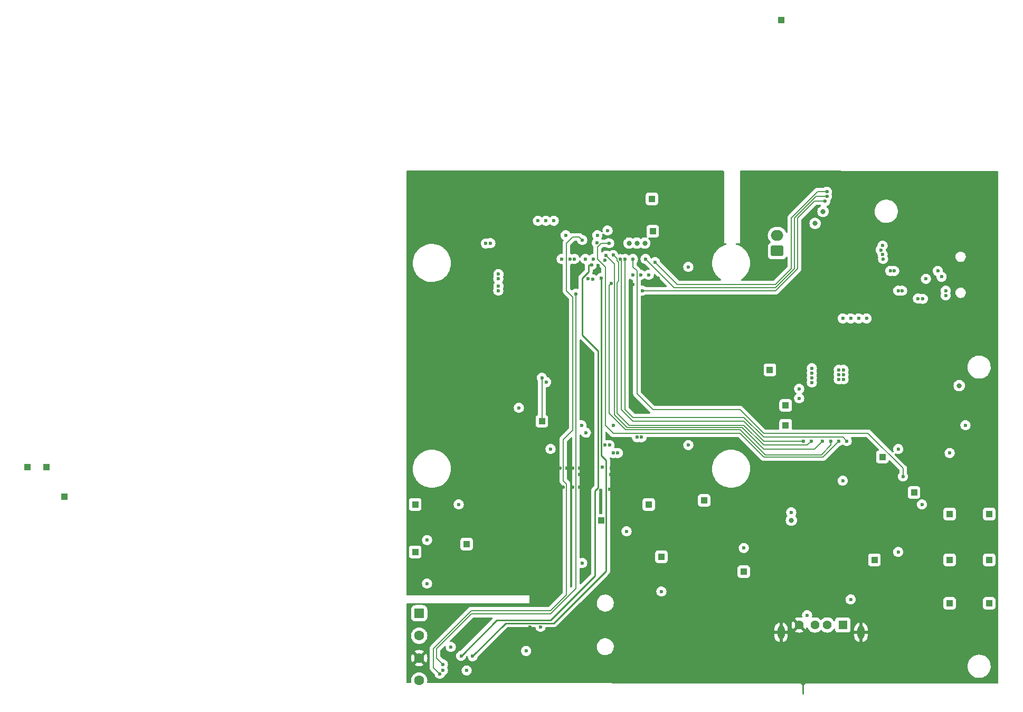
<source format=gbr>
%TF.GenerationSoftware,KiCad,Pcbnew,(6.0.0)*%
%TF.CreationDate,2022-05-02T00:50:14+01:00*%
%TF.ProjectId,CM4Carrier,434d3443-6172-4726-9965-722e6b696361,indev*%
%TF.SameCoordinates,Original*%
%TF.FileFunction,Copper,L3,Inr*%
%TF.FilePolarity,Positive*%
%FSLAX46Y46*%
G04 Gerber Fmt 4.6, Leading zero omitted, Abs format (unit mm)*
G04 Created by KiCad (PCBNEW (6.0.0)) date 2022-05-02 00:50:14*
%MOMM*%
%LPD*%
G01*
G04 APERTURE LIST*
G04 Aperture macros list*
%AMRoundRect*
0 Rectangle with rounded corners*
0 $1 Rounding radius*
0 $2 $3 $4 $5 $6 $7 $8 $9 X,Y pos of 4 corners*
0 Add a 4 corners polygon primitive as box body*
4,1,4,$2,$3,$4,$5,$6,$7,$8,$9,$2,$3,0*
0 Add four circle primitives for the rounded corners*
1,1,$1+$1,$2,$3*
1,1,$1+$1,$4,$5*
1,1,$1+$1,$6,$7*
1,1,$1+$1,$8,$9*
0 Add four rect primitives between the rounded corners*
20,1,$1+$1,$2,$3,$4,$5,0*
20,1,$1+$1,$4,$5,$6,$7,0*
20,1,$1+$1,$6,$7,$8,$9,0*
20,1,$1+$1,$8,$9,$2,$3,0*%
G04 Aperture macros list end*
%TA.AperFunction,ComponentPad*%
%ADD10R,1.000000X1.000000*%
%TD*%
%TA.AperFunction,ComponentPad*%
%ADD11RoundRect,0.250000X-0.550000X0.550000X-0.550000X-0.550000X0.550000X-0.550000X0.550000X0.550000X0*%
%TD*%
%TA.AperFunction,ComponentPad*%
%ADD12C,1.600000*%
%TD*%
%TA.AperFunction,ComponentPad*%
%ADD13R,1.428000X1.428000*%
%TD*%
%TA.AperFunction,ComponentPad*%
%ADD14C,1.428000*%
%TD*%
%TA.AperFunction,ComponentPad*%
%ADD15O,1.108000X2.216000*%
%TD*%
%TA.AperFunction,ComponentPad*%
%ADD16RoundRect,0.250000X0.750000X-0.600000X0.750000X0.600000X-0.750000X0.600000X-0.750000X-0.600000X0*%
%TD*%
%TA.AperFunction,ComponentPad*%
%ADD17O,2.000000X1.700000*%
%TD*%
%TA.AperFunction,ViaPad*%
%ADD18C,0.600000*%
%TD*%
%TA.AperFunction,ViaPad*%
%ADD19C,0.800000*%
%TD*%
%TA.AperFunction,Conductor*%
%ADD20C,0.200000*%
%TD*%
%TA.AperFunction,Conductor*%
%ADD21C,0.250000*%
%TD*%
G04 APERTURE END LIST*
D10*
%TO.N,/Buttons/SHOULDERR*%
%TO.C,TP26*%
X53565000Y-109260000D03*
%TD*%
%TO.N,/_5v*%
%TO.C,TP5*%
X166740000Y-88900000D03*
%TD*%
%TO.N,/bi0*%
%TO.C,TP7*%
X147320000Y-110490000D03*
%TD*%
%TO.N,/bi6*%
%TO.C,TP18*%
X156210000Y-109855000D03*
%TD*%
%TO.N,/3v3*%
%TO.C,TP2*%
X168575000Y-32780001D03*
%TD*%
%TO.N,/bi1*%
%TO.C,TP10*%
X162560000Y-121285000D03*
%TD*%
%TO.N,/bi9*%
%TO.C,TP23*%
X189865000Y-108585000D03*
%TD*%
D11*
%TO.N,/3v3*%
%TO.C,J2*%
X110490000Y-127949999D03*
D12*
%TO.N,Net-(J2-Pad2)*%
X110490000Y-131549999D03*
%TO.N,GND*%
X110490000Y-135149999D03*
%TO.N,Net-(J2-Pad4)*%
X110490000Y-138749999D03*
%TD*%
D10*
%TO.N,/bi4*%
%TO.C,TP6*%
X109855000Y-110490000D03*
%TD*%
%TO.N,/bi3*%
%TO.C,TP9*%
X109855000Y-118110000D03*
%TD*%
%TO.N,/Buttons/SHOULDERL2*%
%TO.C,TP27*%
X118110000Y-116840000D03*
%TD*%
%TO.N,Net-(R12-Pad2)*%
%TO.C,TP4*%
X169275000Y-94615000D03*
%TD*%
D13*
%TO.N,Net-(F1-Pad1)*%
%TO.C,J3*%
X178450000Y-129822500D03*
D14*
%TO.N,/IO B/D-*%
X175950000Y-129822500D03*
%TO.N,/IO B/D+*%
X173950000Y-129822500D03*
%TO.N,GND*%
X171450000Y-129822500D03*
D15*
X181350000Y-131022500D03*
X168550000Y-131022500D03*
%TD*%
D10*
%TO.N,/Buttons/SHOULDERL2*%
%TO.C,TP27*%
X47665000Y-104510000D03*
%TD*%
%TO.N,Net-(Module1-Pad95)*%
%TO.C,TP1*%
X147955000Y-66675000D03*
%TD*%
%TO.N,/bi8*%
%TO.C,TP19*%
X183515000Y-119380000D03*
%TD*%
%TO.N,Net-(R11-Pad2)*%
%TO.C,TP3*%
X169275000Y-97790000D03*
%TD*%
%TO.N,/bi2*%
%TO.C,TP8*%
X130175000Y-97155000D03*
%TD*%
%TO.N,/Buttons/SHOULDERL*%
%TO.C,TP25*%
X50715000Y-104510000D03*
%TD*%
%TO.N,/Buttons/GLOBAL-EN*%
%TO.C,TP24*%
X147828000Y-61468000D03*
%TD*%
%TO.N,/bi5*%
%TO.C,TP11*%
X139700000Y-113030000D03*
%TD*%
%TO.N,/bi7*%
%TO.C,TP22*%
X184785000Y-102870000D03*
%TD*%
%TO.N,Net-(TP14-Pad1)*%
%TO.C,TP14*%
X201930000Y-119380000D03*
%TD*%
%TO.N,Net-(TP12-Pad1)*%
%TO.C,TP12*%
X195580000Y-119380000D03*
%TD*%
%TO.N,Net-(TP13-Pad1)*%
%TO.C,TP13*%
X195580000Y-126365000D03*
%TD*%
%TO.N,Net-(TP15-Pad1)*%
%TO.C,TP15*%
X201930000Y-126365000D03*
%TD*%
%TO.N,Net-(TP16-Pad1)*%
%TO.C,TP16*%
X195580000Y-112014000D03*
%TD*%
%TO.N,/Buttons/SHOULDERR2*%
%TO.C,TP28*%
X149352000Y-118872000D03*
%TD*%
D16*
%TO.N,/Battery/BATT__*%
%TO.C,BT1*%
X167915000Y-69830000D03*
D17*
%TO.N,Net-(BT1-Pad2)*%
X167915000Y-67330000D03*
%TD*%
D10*
%TO.N,Net-(TP17-Pad1)*%
%TO.C,TP17*%
X201930000Y-112014001D03*
%TD*%
D18*
%TO.N,/_5v*%
X170180000Y-111760000D03*
D19*
X170180000Y-113030000D03*
D18*
%TO.N,GND*%
X134155900Y-104648000D03*
X129032000Y-72136000D03*
X135128000Y-73660000D03*
X132588000Y-107696000D03*
X144780000Y-75184000D03*
X187706000Y-78994000D03*
X141224000Y-105664000D03*
X136187900Y-105664000D03*
X186055000Y-78994000D03*
X131572000Y-104648000D03*
D19*
X176530000Y-67945000D03*
D18*
X191135000Y-67310000D03*
X194945002Y-67310000D03*
X130048000Y-72043098D03*
X145796000Y-105664000D03*
X145796000Y-104648000D03*
X142779608Y-68963098D03*
X135084100Y-104648000D03*
X146812000Y-104648000D03*
X136187900Y-107696000D03*
X129540000Y-133985000D03*
X131064000Y-70612000D03*
X193675000Y-67310000D03*
X133096000Y-73660000D03*
X141292900Y-104648000D03*
X131572000Y-107696000D03*
X133096000Y-68072000D03*
X186944000Y-78994000D03*
X133560100Y-107696000D03*
D19*
X177800000Y-67945000D03*
D18*
X144780000Y-108204000D03*
X141038900Y-108050070D03*
D19*
X176530000Y-66675000D03*
D18*
X137668000Y-68580000D03*
X189230000Y-78994000D03*
X142211311Y-68580000D03*
X192405000Y-67310000D03*
X128270000Y-130175000D03*
X142748000Y-108204000D03*
X130556000Y-105156000D03*
X144780000Y-104648000D03*
X130048000Y-107696000D03*
X146812000Y-105664000D03*
X139631100Y-108204000D03*
X175260000Y-92964000D03*
X131581147Y-72122705D03*
X136187900Y-104648000D03*
X141224000Y-67564000D03*
X148844000Y-74168000D03*
D19*
X179070000Y-67945000D03*
X180340000Y-67945000D03*
D18*
X139885100Y-104494070D03*
X143764000Y-108204000D03*
X147828000Y-105664000D03*
D19*
X177800000Y-66675000D03*
D18*
X144272000Y-102616000D03*
X135636000Y-68580000D03*
X188468000Y-78994000D03*
D19*
X180340000Y-66675000D03*
D18*
X133052100Y-104648000D03*
X130048000Y-70612000D03*
D19*
X179070000Y-66675000D03*
D18*
X147828000Y-104648000D03*
X129032000Y-70612000D03*
X141732000Y-108204000D03*
X139194684Y-72132391D03*
X135084100Y-107696000D03*
%TO.N,Net-(C4-Pad1)*%
X194945000Y-76962000D03*
X186055000Y-73025000D03*
X186690000Y-73025000D03*
X194945000Y-76200000D03*
%TO.N,Net-(C4-Pad2)*%
X187325000Y-76200000D03*
X191272789Y-77503210D03*
X190500000Y-77470000D03*
X187960000Y-76200000D03*
D19*
%TO.N,/_5v*%
X146685000Y-68580000D03*
D18*
X171450000Y-91948000D03*
D19*
X144161900Y-68580000D03*
X145415000Y-68580000D03*
D18*
X171450000Y-93472000D03*
%TO.N,/bi4*%
X126492000Y-94996000D03*
X134663900Y-71124877D03*
X130874548Y-90869548D03*
%TO.N,/bi0*%
X137232753Y-98987247D03*
X138992247Y-68507247D03*
%TO.N,Net-(C16-Pad2)*%
X195580000Y-102235000D03*
D19*
%TO.N,Net-(C17-Pad1)*%
X197104000Y-91440000D03*
D18*
%TO.N,/bi2*%
X133350000Y-71120000D03*
X130175000Y-90170000D03*
%TO.N,/bi3*%
X133985000Y-67310000D03*
%TO.N,/bi1*%
X139065000Y-67310000D03*
X141605000Y-97790000D03*
%TO.N,/bi5*%
X136525000Y-97790000D03*
X135415777Y-71118673D03*
%TO.N,/bi6*%
X153670000Y-100965000D03*
X140716000Y-66548000D03*
%TO.N,/bi8*%
X137160000Y-71120000D03*
%TO.N,/bi7*%
X140247734Y-71273883D03*
%TO.N,/bi9*%
X138430000Y-71120000D03*
%TO.N,/IO/SD_DAT2*%
X143510000Y-71120000D03*
X179070000Y-100330000D03*
%TO.N,/IO/SD_DAT3*%
X177800000Y-100330000D03*
X140970000Y-68580000D03*
%TO.N,/IO/SD_CMD*%
X141267900Y-75066253D03*
X176530000Y-100330000D03*
%TO.N,/IO/SD_CLK*%
X140492789Y-70563035D03*
X175143097Y-100330000D03*
%TO.N,/IO/SD_DAT0*%
X173355000Y-100330000D03*
X141605000Y-70485000D03*
%TO.N,/IO/SD_DAT1*%
X142752375Y-71142881D03*
X172085000Y-100330000D03*
%TO.N,/Battery/CHRG-CC2*%
X184900025Y-71119998D03*
%TO.N,/Battery/CHRG-CC1*%
X184812219Y-70373240D03*
%TO.N,/Battery/CHRG-D-*%
X184818842Y-68970742D03*
X194289849Y-73971122D03*
X193674998Y-73025001D03*
%TO.N,/Battery/CHRG-D+*%
X191770000Y-74295000D03*
X184544248Y-69670710D03*
%TO.N,Net-(L2-Pad2)*%
X173482000Y-88646000D03*
X177800000Y-90424000D03*
X173482000Y-90170000D03*
X178562000Y-89662000D03*
X178562000Y-88900000D03*
X173482000Y-89408000D03*
X177800000Y-89662000D03*
X173482000Y-90932000D03*
X177800000Y-88900000D03*
X178562000Y-90424000D03*
%TO.N,/IO/SPIO_SCLK*%
X114300000Y-136144000D03*
X135636000Y-76708000D03*
%TO.N,/IO/SPI0_CE0_N*%
X136652000Y-68072000D03*
X113792000Y-137668000D03*
%TO.N,/IO/SPI0_MISO*%
X139700000Y-74168000D03*
X119071449Y-134842152D03*
%TO.N,/IO/SPI0_MOSI*%
X117214598Y-134782477D03*
X138188560Y-72047591D03*
%TO.N,/Battery/ALRT*%
X146304000Y-76200000D03*
X175622000Y-61830000D03*
%TO.N,/IO/SD_PWR_ON*%
X144780000Y-71120000D03*
X188101949Y-106002148D03*
%TO.N,/IO/I2C_SDA*%
X175895000Y-61076903D03*
X146812000Y-71120000D03*
%TO.N,/IO/I2C_SCLK*%
X175895000Y-60325000D03*
X148336000Y-71628000D03*
%TO.N,/Buttons/GLOBAL-EN*%
X198120000Y-97790000D03*
X153670000Y-72390000D03*
%TO.N,/IO B/DSI0_L0_DN1*%
X121170587Y-68641129D03*
X140276900Y-100957643D03*
%TO.N,/IO B/DSI0_L0_DP1*%
X121920000Y-68580000D03*
X141028760Y-100965613D03*
%TO.N,/IO B/DSI0_L1_DN1*%
X141605000Y-102235000D03*
X123190000Y-76200000D03*
%TO.N,/IO B/DSI0_L1_DP1*%
X142356903Y-102235000D03*
X123204301Y-75433796D03*
%TO.N,/IO B/DSI0_CN*%
X145415000Y-99695000D03*
X123190000Y-74295000D03*
%TO.N,/IO B/DSI0_CP*%
X123204301Y-73528796D03*
X146166903Y-99695000D03*
%TO.N,Net-(R13-Pad1)*%
X111760000Y-116205000D03*
%TO.N,/3v3*%
X147320000Y-73660000D03*
X131572000Y-101600000D03*
X130810000Y-64980100D03*
X187325000Y-118110000D03*
X178435000Y-106680000D03*
X127635000Y-133985000D03*
X149352000Y-124460000D03*
X116840000Y-110490000D03*
X114301217Y-137114778D03*
X144780000Y-73660000D03*
X172720000Y-128270000D03*
X143764000Y-114808000D03*
X162560000Y-117475000D03*
X179705000Y-125730000D03*
X129959747Y-130116900D03*
X146050000Y-73660000D03*
X111760000Y-123190000D03*
X132080000Y-64980100D03*
X136652000Y-119888000D03*
X129540000Y-64980100D03*
X187325000Y-101600000D03*
D19*
%TO.N,Net-(BT1-Pad2)*%
X173990000Y-65405000D03*
X175260000Y-63500000D03*
D18*
%TO.N,/IO/AUX_R*%
X118110000Y-137116100D03*
X138357247Y-74367753D03*
%TO.N,/IO/AUX_L*%
X137609622Y-74287665D03*
X115570000Y-133350000D03*
%TO.N,/Battery/BATT__*%
X178435000Y-80645000D03*
X179705000Y-80645000D03*
X180975000Y-80645000D03*
X182245000Y-80645000D03*
%TO.N,/BATT_S*%
X191135000Y-110490000D03*
%TD*%
D20*
%TO.N,/bi2*%
X130175000Y-97155000D02*
X130175000Y-90170000D01*
%TO.N,/IO/SD_DAT2*%
X162560000Y-96520000D02*
X144780000Y-96520000D01*
X144780000Y-96520000D02*
X143510000Y-95250000D01*
X165735000Y-99695000D02*
X162560000Y-96520000D01*
X179070000Y-100330000D02*
X178435000Y-99695000D01*
X143510000Y-95250000D02*
X143510000Y-71120000D01*
X178435000Y-99695000D02*
X165735000Y-99695000D01*
%TO.N,/IO/SD_DAT3*%
X141605000Y-99060000D02*
X140335000Y-97790000D01*
X139065000Y-69215000D02*
X139700000Y-68580000D01*
X175260000Y-102870000D02*
X177800000Y-100330000D01*
X161925000Y-99060000D02*
X161290000Y-99060000D01*
X161290000Y-99060000D02*
X141605000Y-99060000D01*
X139700000Y-68580000D02*
X140970000Y-68580000D01*
X140335000Y-72390000D02*
X139065000Y-71120000D01*
X165735000Y-102870000D02*
X161925000Y-99060000D01*
X140335000Y-97790000D02*
X140335000Y-72390000D01*
X139065000Y-71120000D02*
X139065000Y-69215000D01*
X165735000Y-102870000D02*
X175260000Y-102870000D01*
%TO.N,/IO/SD_CMD*%
X176530000Y-100330000D02*
X176530000Y-100965000D01*
X166018089Y-102518089D02*
X161993822Y-98493822D01*
X174976911Y-102518089D02*
X166018089Y-102518089D01*
X140970000Y-95885000D02*
X140970000Y-75364153D01*
X140970000Y-75364153D02*
X141267900Y-75066253D01*
X161993822Y-98493822D02*
X143578822Y-98493822D01*
X176530000Y-100965000D02*
X174976911Y-102518089D01*
X143578822Y-98493822D02*
X140970000Y-95885000D01*
%TO.N,/IO/SD_CLK*%
X162276911Y-98141911D02*
X143861911Y-98141911D01*
X141819801Y-71890047D02*
X140492789Y-70563035D01*
X175143097Y-100330000D02*
X173873097Y-101600000D01*
X141819801Y-96099801D02*
X141819801Y-71890047D01*
X143861911Y-98141911D02*
X141819801Y-96099801D01*
X173873097Y-101600000D02*
X165735000Y-101600000D01*
X165735000Y-101600000D02*
X162276911Y-98141911D01*
%TO.N,/IO/SD_DAT0*%
X142200474Y-71080474D02*
X141605000Y-70485000D01*
X142523089Y-74646911D02*
X142523089Y-71694102D01*
X144145000Y-97790000D02*
X142240000Y-95885000D01*
X173355000Y-100330000D02*
X172720000Y-100965000D01*
X162560000Y-97790000D02*
X159385000Y-97790000D01*
X165735000Y-100965000D02*
X162560000Y-97790000D01*
X142240000Y-74930000D02*
X142523089Y-74646911D01*
X142523089Y-71694102D02*
X142200474Y-71371487D01*
X142200474Y-71371487D02*
X142200474Y-71080474D01*
X172720000Y-100965000D02*
X165735000Y-100965000D01*
X142240000Y-95885000D02*
X142240000Y-74930000D01*
X159385000Y-97790000D02*
X144145000Y-97790000D01*
%TO.N,/IO/SD_DAT1*%
X142875000Y-71265506D02*
X142752375Y-71142881D01*
X172085000Y-100330000D02*
X165735000Y-100330000D01*
X162560000Y-97155000D02*
X159385000Y-97155000D01*
X144780000Y-97155000D02*
X142875000Y-95250000D01*
X142875000Y-95250000D02*
X142875000Y-71265506D01*
X165735000Y-100330000D02*
X162560000Y-97155000D01*
X159385000Y-97155000D02*
X144780000Y-97155000D01*
%TO.N,/IO/SPIO_SCLK*%
X135636000Y-76708000D02*
X135636000Y-123952000D01*
X113284000Y-135128000D02*
X114300000Y-136144000D01*
X122428000Y-128016000D02*
X118872000Y-128016000D01*
X113284000Y-133604000D02*
X113284000Y-135128000D01*
X135636000Y-123952000D02*
X131572000Y-128016000D01*
X118872000Y-128016000D02*
X113284000Y-133604000D01*
X131572000Y-128016000D02*
X122428000Y-128016000D01*
%TO.N,/IO/SPI0_CE0_N*%
X112776000Y-136652000D02*
X112776000Y-135128000D01*
X118872000Y-127508000D02*
X131572000Y-127508000D01*
X135128000Y-98552000D02*
X135128000Y-77216000D01*
X112776000Y-135128000D02*
X112776000Y-133604000D01*
X133604000Y-100076000D02*
X135128000Y-98552000D01*
X112776000Y-133604000D02*
X118872000Y-127508000D01*
X136144000Y-67564000D02*
X136652000Y-68072000D01*
X135128000Y-67564000D02*
X136144000Y-67564000D01*
X133604000Y-105664000D02*
X133604000Y-102616000D01*
X134112000Y-76200000D02*
X134112000Y-70612000D01*
X113792000Y-137668000D02*
X112776000Y-136652000D01*
X133604000Y-106680000D02*
X133604000Y-105664000D01*
X134112000Y-124968000D02*
X134112000Y-107188000D01*
X134112000Y-107188000D02*
X133604000Y-106680000D01*
X135128000Y-77216000D02*
X134112000Y-76200000D01*
X131572000Y-127508000D02*
X134112000Y-124968000D01*
X134112000Y-70612000D02*
X134112000Y-68580000D01*
X134112000Y-68580000D02*
X135128000Y-67564000D01*
X133604000Y-102616000D02*
X133604000Y-100076000D01*
D21*
%TO.N,/IO/SPI0_MISO*%
X139700000Y-102616000D02*
X139700000Y-97536000D01*
X132080000Y-129540000D02*
X139192000Y-122428000D01*
X140462000Y-103378000D02*
X139700000Y-102616000D01*
X140476911Y-111012911D02*
X140462000Y-110998000D01*
X124373601Y-129540000D02*
X131064000Y-129540000D01*
X139700000Y-97536000D02*
X139700000Y-74168000D01*
X140476911Y-121143089D02*
X140476911Y-111012911D01*
X119071449Y-134842152D02*
X124373601Y-129540000D01*
X139192000Y-122428000D02*
X140476911Y-121143089D01*
X131064000Y-129540000D02*
X132080000Y-129540000D01*
X140462000Y-110998000D02*
X140462000Y-103378000D01*
%TO.N,/IO/SPI0_MOSI*%
X136652000Y-83312000D02*
X139192000Y-85852000D01*
X138188560Y-72047591D02*
X137756409Y-72047591D01*
X122965075Y-129032000D02*
X117214598Y-134782477D01*
X138684000Y-108335238D02*
X138684000Y-121920000D01*
X137668000Y-73152000D02*
X136652000Y-74168000D01*
X131572000Y-129032000D02*
X122965075Y-129032000D01*
X137668000Y-72136000D02*
X137668000Y-73152000D01*
X138684000Y-121920000D02*
X131572000Y-129032000D01*
X136652000Y-74168000D02*
X136652000Y-83312000D01*
X139192000Y-107827238D02*
X138684000Y-108335238D01*
X137756409Y-72047591D02*
X137668000Y-72136000D01*
X139192000Y-85852000D02*
X139192000Y-107827238D01*
D20*
%TO.N,/Battery/ALRT*%
X173882000Y-61830000D02*
X171196000Y-64516000D01*
X171196000Y-72644000D02*
X167640000Y-76200000D01*
X175622000Y-61830000D02*
X173882000Y-61830000D01*
X171196000Y-64516000D02*
X171196000Y-72644000D01*
X167640000Y-76200000D02*
X146304000Y-76200000D01*
%TO.N,/IO/SD_PWR_ON*%
X147955000Y-95250000D02*
X153035000Y-95250000D01*
X144780000Y-72390000D02*
X145415000Y-73025000D01*
X188101949Y-106002148D02*
X188101949Y-104683127D01*
X165735000Y-99060000D02*
X161925000Y-95250000D01*
X188101949Y-104683127D02*
X182478822Y-99060000D01*
X161925000Y-95250000D02*
X153035000Y-95250000D01*
X145415000Y-92710000D02*
X147955000Y-95250000D01*
X145415000Y-73025000D02*
X145415000Y-92710000D01*
X144780000Y-71120000D02*
X144780000Y-72390000D01*
X182478822Y-99060000D02*
X165735000Y-99060000D01*
%TO.N,/IO/I2C_SDA*%
X174127097Y-61076903D02*
X172720000Y-62484000D01*
X170688000Y-72644000D02*
X167640000Y-75692000D01*
X167640000Y-75692000D02*
X151384000Y-75692000D01*
X175143097Y-61076903D02*
X174127097Y-61076903D01*
X151384000Y-75692000D02*
X146812000Y-71120000D01*
X170688000Y-64516000D02*
X170688000Y-72644000D01*
X172720000Y-62484000D02*
X170688000Y-64516000D01*
X175895000Y-61076903D02*
X175143097Y-61076903D01*
%TO.N,/IO/I2C_SCLK*%
X174371000Y-60325000D02*
X170180000Y-64516000D01*
X170180000Y-64516000D02*
X170180000Y-72644000D01*
X175895000Y-60325000D02*
X174371000Y-60325000D01*
X151892000Y-75184000D02*
X148336000Y-71628000D01*
X170180000Y-72644000D02*
X167640000Y-75184000D01*
X159004000Y-75184000D02*
X151892000Y-75184000D01*
X167640000Y-75184000D02*
X159004000Y-75184000D01*
%TD*%
%TA.AperFunction,Conductor*%
%TO.N,GND*%
G36*
X159259060Y-56957076D02*
G01*
X159327170Y-56977110D01*
X159373638Y-57030787D01*
X159385000Y-57083076D01*
X159385000Y-68580000D01*
X159668135Y-68580000D01*
X159736256Y-68600002D01*
X159782749Y-68653658D01*
X159792853Y-68723932D01*
X159763359Y-68788512D01*
X159703393Y-68826966D01*
X159508503Y-68883771D01*
X159508500Y-68883772D01*
X159505059Y-68884775D01*
X159501759Y-68886159D01*
X159501750Y-68886162D01*
X159385123Y-68935068D01*
X159185564Y-69018750D01*
X159076664Y-69079737D01*
X158898236Y-69179662D01*
X158883290Y-69188032D01*
X158602122Y-69390444D01*
X158599471Y-69392852D01*
X158599466Y-69392856D01*
X158483068Y-69498585D01*
X158345675Y-69623384D01*
X158117247Y-69883857D01*
X157919772Y-70168515D01*
X157755792Y-70473697D01*
X157627413Y-70795481D01*
X157536287Y-71129729D01*
X157534492Y-71141390D01*
X157485258Y-71461271D01*
X157483584Y-71472145D01*
X157483444Y-71475710D01*
X157470731Y-71799270D01*
X157469982Y-71818326D01*
X157481824Y-71977679D01*
X157494043Y-72142096D01*
X157495657Y-72163821D01*
X157560278Y-72504188D01*
X157561336Y-72507597D01*
X157561338Y-72507603D01*
X157603085Y-72642049D01*
X157663014Y-72835053D01*
X157664455Y-72838327D01*
X157664455Y-72838328D01*
X157799734Y-73145771D01*
X157802545Y-73152160D01*
X157977076Y-73451434D01*
X157979212Y-73454294D01*
X157979213Y-73454296D01*
X157998217Y-73479745D01*
X158184364Y-73729027D01*
X158186808Y-73731625D01*
X158186813Y-73731631D01*
X158287288Y-73838438D01*
X158421744Y-73981369D01*
X158436474Y-73993839D01*
X158665639Y-74187841D01*
X158686164Y-74205217D01*
X158689128Y-74207197D01*
X158689130Y-74207199D01*
X158714794Y-74224347D01*
X158882548Y-74336436D01*
X158894968Y-74344735D01*
X158940496Y-74399212D01*
X158949344Y-74469655D01*
X158918703Y-74533699D01*
X158858301Y-74571010D01*
X158824966Y-74575500D01*
X152196239Y-74575500D01*
X152128118Y-74555498D01*
X152107144Y-74538595D01*
X149947189Y-72378640D01*
X152856463Y-72378640D01*
X152874163Y-72559160D01*
X152931418Y-72731273D01*
X152935065Y-72737295D01*
X152935066Y-72737297D01*
X153015581Y-72870243D01*
X153025380Y-72886424D01*
X153030269Y-72891487D01*
X153030270Y-72891488D01*
X153045357Y-72907111D01*
X153151382Y-73016902D01*
X153211593Y-73056303D01*
X153264743Y-73091083D01*
X153303159Y-73116222D01*
X153309763Y-73118678D01*
X153309765Y-73118679D01*
X153466558Y-73176990D01*
X153466560Y-73176990D01*
X153473168Y-73179448D01*
X153556995Y-73190633D01*
X153645980Y-73202507D01*
X153645984Y-73202507D01*
X153652961Y-73203438D01*
X153659972Y-73202800D01*
X153659976Y-73202800D01*
X153802459Y-73189832D01*
X153833600Y-73186998D01*
X153840302Y-73184820D01*
X153840304Y-73184820D01*
X153999409Y-73133124D01*
X153999412Y-73133123D01*
X154006108Y-73130947D01*
X154119221Y-73063518D01*
X154155860Y-73041677D01*
X154155862Y-73041676D01*
X154161912Y-73038069D01*
X154293266Y-72912982D01*
X154393643Y-72761902D01*
X154441541Y-72635812D01*
X154455555Y-72598920D01*
X154455556Y-72598918D01*
X154458055Y-72592338D01*
X154461683Y-72566525D01*
X154482748Y-72416639D01*
X154482748Y-72416636D01*
X154483299Y-72412717D01*
X154483522Y-72396749D01*
X154483561Y-72393962D01*
X154483561Y-72393957D01*
X154483616Y-72390000D01*
X154463397Y-72209745D01*
X154461080Y-72203091D01*
X154406064Y-72045106D01*
X154406062Y-72045103D01*
X154403745Y-72038448D01*
X154393662Y-72022312D01*
X154311359Y-71890598D01*
X154307626Y-71884624D01*
X154269489Y-71846220D01*
X154184778Y-71760915D01*
X154184774Y-71760912D01*
X154179815Y-71755918D01*
X154171688Y-71750760D01*
X154096820Y-71703248D01*
X154026666Y-71658727D01*
X153978722Y-71641655D01*
X153862425Y-71600243D01*
X153862420Y-71600242D01*
X153855790Y-71597881D01*
X153848802Y-71597048D01*
X153848799Y-71597047D01*
X153725698Y-71582368D01*
X153675680Y-71576404D01*
X153668677Y-71577140D01*
X153668676Y-71577140D01*
X153502288Y-71594628D01*
X153502286Y-71594629D01*
X153495288Y-71595364D01*
X153323579Y-71653818D01*
X153317575Y-71657512D01*
X153175095Y-71745166D01*
X153175092Y-71745168D01*
X153169088Y-71748862D01*
X153164053Y-71753793D01*
X153164050Y-71753795D01*
X153047427Y-71868001D01*
X153039493Y-71875771D01*
X152941235Y-72028238D01*
X152938826Y-72034858D01*
X152938824Y-72034861D01*
X152891139Y-72165875D01*
X152879197Y-72198685D01*
X152856463Y-72378640D01*
X149947189Y-72378640D01*
X149174888Y-71606339D01*
X149140862Y-71544027D01*
X149138768Y-71531289D01*
X149130182Y-71454744D01*
X149129397Y-71447745D01*
X149124309Y-71433133D01*
X149072064Y-71283106D01*
X149072062Y-71283103D01*
X149069745Y-71276448D01*
X148973626Y-71122624D01*
X148967108Y-71116060D01*
X148850778Y-70998915D01*
X148850774Y-70998912D01*
X148845815Y-70993918D01*
X148839029Y-70989611D01*
X148771477Y-70946742D01*
X148692666Y-70896727D01*
X148653535Y-70882793D01*
X148528425Y-70838243D01*
X148528420Y-70838242D01*
X148521790Y-70835881D01*
X148514802Y-70835048D01*
X148514799Y-70835047D01*
X148391698Y-70820368D01*
X148341680Y-70814404D01*
X148334677Y-70815140D01*
X148334676Y-70815140D01*
X148168288Y-70832628D01*
X148168286Y-70832629D01*
X148161288Y-70833364D01*
X148016090Y-70882793D01*
X147999802Y-70888338D01*
X147989579Y-70891818D01*
X147959012Y-70910623D01*
X147841095Y-70983166D01*
X147841092Y-70983168D01*
X147835088Y-70986862D01*
X147830050Y-70991796D01*
X147816375Y-71005187D01*
X147753710Y-71038557D01*
X147682951Y-71032751D01*
X147626564Y-70989611D01*
X147605909Y-70944309D01*
X147605397Y-70939745D01*
X147603079Y-70933088D01*
X147548064Y-70775106D01*
X147548062Y-70775103D01*
X147545745Y-70768448D01*
X147499817Y-70694947D01*
X147453359Y-70620598D01*
X147449626Y-70614624D01*
X147435941Y-70600843D01*
X147326778Y-70490915D01*
X147326774Y-70490912D01*
X147321815Y-70485918D01*
X147310697Y-70478862D01*
X147209331Y-70414534D01*
X147168666Y-70388727D01*
X147134014Y-70376388D01*
X147004425Y-70330243D01*
X147004420Y-70330242D01*
X146997790Y-70327881D01*
X146990802Y-70327048D01*
X146990799Y-70327047D01*
X146867698Y-70312368D01*
X146817680Y-70306404D01*
X146810677Y-70307140D01*
X146810676Y-70307140D01*
X146644288Y-70324628D01*
X146644286Y-70324629D01*
X146637288Y-70325364D01*
X146465579Y-70383818D01*
X146434071Y-70403202D01*
X146317095Y-70475166D01*
X146317092Y-70475168D01*
X146311088Y-70478862D01*
X146306053Y-70483793D01*
X146306050Y-70483795D01*
X146186525Y-70600843D01*
X146181493Y-70605771D01*
X146083235Y-70758238D01*
X146080826Y-70764858D01*
X146080824Y-70764861D01*
X146030055Y-70904348D01*
X146021197Y-70928685D01*
X145998463Y-71108640D01*
X146016163Y-71289160D01*
X146073418Y-71461273D01*
X146077065Y-71467295D01*
X146077066Y-71467297D01*
X146159330Y-71603131D01*
X146167380Y-71616424D01*
X146172268Y-71621486D01*
X146172270Y-71621488D01*
X146207058Y-71657512D01*
X146293382Y-71746902D01*
X146331239Y-71771675D01*
X146407970Y-71821886D01*
X146445159Y-71846222D01*
X146451763Y-71848678D01*
X146451765Y-71848679D01*
X146608558Y-71906990D01*
X146608560Y-71906990D01*
X146615168Y-71909448D01*
X146622153Y-71910380D01*
X146622157Y-71910381D01*
X146676524Y-71917635D01*
X146717986Y-71923167D01*
X146782862Y-71952003D01*
X146790416Y-71958965D01*
X147468243Y-72636792D01*
X147502269Y-72699104D01*
X147497204Y-72769919D01*
X147454657Y-72826755D01*
X147388137Y-72851566D01*
X147364232Y-72851001D01*
X147325680Y-72846404D01*
X147318677Y-72847140D01*
X147318676Y-72847140D01*
X147152288Y-72864628D01*
X147152286Y-72864629D01*
X147145288Y-72865364D01*
X146973579Y-72923818D01*
X146967575Y-72927512D01*
X146825095Y-73015166D01*
X146825092Y-73015168D01*
X146819088Y-73018862D01*
X146814053Y-73023793D01*
X146814050Y-73023795D01*
X146773487Y-73063518D01*
X146710822Y-73096889D01*
X146640063Y-73091083D01*
X146595923Y-73062279D01*
X146564777Y-73030915D01*
X146559815Y-73025918D01*
X146552164Y-73021062D01*
X146500538Y-72988300D01*
X146406666Y-72928727D01*
X146341510Y-72905526D01*
X146242425Y-72870243D01*
X146242420Y-72870242D01*
X146235790Y-72867881D01*
X146228802Y-72867048D01*
X146228799Y-72867047D01*
X146070005Y-72848112D01*
X146004732Y-72820184D01*
X145968515Y-72771215D01*
X145949686Y-72725756D01*
X145949683Y-72725751D01*
X145946524Y-72718124D01*
X145873478Y-72622929D01*
X145873474Y-72622925D01*
X145865329Y-72612310D01*
X145854016Y-72597566D01*
X145854013Y-72597563D01*
X145848987Y-72591013D01*
X145828682Y-72575432D01*
X145823621Y-72571548D01*
X145811230Y-72560681D01*
X145425405Y-72174856D01*
X145391379Y-72112544D01*
X145388500Y-72085761D01*
X145388500Y-71703248D01*
X145409552Y-71633521D01*
X145499742Y-71497773D01*
X145503643Y-71491902D01*
X145558904Y-71346429D01*
X145565555Y-71328920D01*
X145565556Y-71328918D01*
X145568055Y-71322338D01*
X145570105Y-71307751D01*
X145592748Y-71146639D01*
X145592748Y-71146636D01*
X145593299Y-71142717D01*
X145593528Y-71126285D01*
X145593561Y-71123962D01*
X145593561Y-71123957D01*
X145593616Y-71120000D01*
X145573397Y-70939745D01*
X145571079Y-70933088D01*
X145516064Y-70775106D01*
X145516062Y-70775103D01*
X145513745Y-70768448D01*
X145467817Y-70694947D01*
X145421359Y-70620598D01*
X145417626Y-70614624D01*
X145403941Y-70600843D01*
X145294778Y-70490915D01*
X145294774Y-70490912D01*
X145289815Y-70485918D01*
X145278697Y-70478862D01*
X145177331Y-70414534D01*
X145136666Y-70388727D01*
X145102014Y-70376388D01*
X144972425Y-70330243D01*
X144972420Y-70330242D01*
X144965790Y-70327881D01*
X144958802Y-70327048D01*
X144958799Y-70327047D01*
X144835698Y-70312368D01*
X144785680Y-70306404D01*
X144778677Y-70307140D01*
X144778676Y-70307140D01*
X144612288Y-70324628D01*
X144612286Y-70324629D01*
X144605288Y-70325364D01*
X144433579Y-70383818D01*
X144402071Y-70403202D01*
X144285095Y-70475166D01*
X144285092Y-70475168D01*
X144279088Y-70478862D01*
X144274053Y-70483793D01*
X144274050Y-70483795D01*
X144233487Y-70523518D01*
X144170822Y-70556889D01*
X144100063Y-70551083D01*
X144055923Y-70522279D01*
X144024777Y-70490915D01*
X144019815Y-70485918D01*
X144008697Y-70478862D01*
X143907331Y-70414534D01*
X143866666Y-70388727D01*
X143832014Y-70376388D01*
X143702425Y-70330243D01*
X143702420Y-70330242D01*
X143695790Y-70327881D01*
X143688802Y-70327048D01*
X143688799Y-70327047D01*
X143565698Y-70312368D01*
X143515680Y-70306404D01*
X143508677Y-70307140D01*
X143508676Y-70307140D01*
X143342288Y-70324628D01*
X143342286Y-70324629D01*
X143335288Y-70325364D01*
X143270237Y-70347509D01*
X143170246Y-70381548D01*
X143170243Y-70381549D01*
X143163579Y-70383818D01*
X143157579Y-70387509D01*
X143154511Y-70388953D01*
X143084357Y-70399860D01*
X143058597Y-70393646D01*
X142966605Y-70360889D01*
X142944799Y-70353124D01*
X142944797Y-70353124D01*
X142938165Y-70350762D01*
X142931177Y-70349929D01*
X142931174Y-70349928D01*
X142787180Y-70332758D01*
X142758055Y-70329285D01*
X142751052Y-70330021D01*
X142751051Y-70330021D01*
X142584663Y-70347509D01*
X142584661Y-70347510D01*
X142577663Y-70348245D01*
X142571001Y-70350513D01*
X142570996Y-70350514D01*
X142549385Y-70357871D01*
X142478453Y-70360889D01*
X142417149Y-70325078D01*
X142389790Y-70280030D01*
X142374787Y-70236945D01*
X142349933Y-70165576D01*
X142341064Y-70140106D01*
X142341062Y-70140103D01*
X142338745Y-70133448D01*
X142273071Y-70028346D01*
X142246359Y-69985598D01*
X142242626Y-69979624D01*
X142214343Y-69951143D01*
X142119778Y-69855915D01*
X142119774Y-69855912D01*
X142114815Y-69850918D01*
X142107939Y-69846554D01*
X142049075Y-69809198D01*
X141961666Y-69753727D01*
X141932463Y-69743328D01*
X141797425Y-69695243D01*
X141797420Y-69695242D01*
X141790790Y-69692881D01*
X141783802Y-69692048D01*
X141783799Y-69692047D01*
X141660698Y-69677368D01*
X141610680Y-69671404D01*
X141603677Y-69672140D01*
X141603676Y-69672140D01*
X141437288Y-69689628D01*
X141437286Y-69689629D01*
X141430288Y-69690364D01*
X141258579Y-69748818D01*
X141218820Y-69773278D01*
X141110095Y-69840166D01*
X141110092Y-69840168D01*
X141104088Y-69843862D01*
X141099053Y-69848793D01*
X141099050Y-69848795D01*
X141082810Y-69864699D01*
X141020145Y-69898070D01*
X140949386Y-69892264D01*
X140927138Y-69881061D01*
X140906343Y-69867864D01*
X140849455Y-69831762D01*
X140786088Y-69809198D01*
X140685214Y-69773278D01*
X140685209Y-69773277D01*
X140678579Y-69770916D01*
X140671591Y-69770083D01*
X140671588Y-69770082D01*
X140534429Y-69753727D01*
X140498469Y-69749439D01*
X140491466Y-69750175D01*
X140491465Y-69750175D01*
X140325077Y-69767663D01*
X140325075Y-69767664D01*
X140318077Y-69768399D01*
X140146368Y-69826853D01*
X140110702Y-69848795D01*
X139997884Y-69918201D01*
X139997881Y-69918203D01*
X139991877Y-69921897D01*
X139986842Y-69926828D01*
X139986839Y-69926830D01*
X139887658Y-70023956D01*
X139824993Y-70057327D01*
X139754234Y-70051521D01*
X139697847Y-70008382D01*
X139673734Y-69941605D01*
X139673500Y-69933933D01*
X139673500Y-69519239D01*
X139693502Y-69451118D01*
X139710405Y-69430144D01*
X139915144Y-69225405D01*
X139977456Y-69191379D01*
X140004239Y-69188500D01*
X140385699Y-69188500D01*
X140454692Y-69209068D01*
X140550693Y-69271889D01*
X140603159Y-69306222D01*
X140609763Y-69308678D01*
X140609765Y-69308679D01*
X140766558Y-69366990D01*
X140766560Y-69366990D01*
X140773168Y-69369448D01*
X140856995Y-69380633D01*
X140945980Y-69392507D01*
X140945984Y-69392507D01*
X140952961Y-69393438D01*
X140959972Y-69392800D01*
X140959976Y-69392800D01*
X141102459Y-69379832D01*
X141133600Y-69376998D01*
X141140302Y-69374820D01*
X141140304Y-69374820D01*
X141299409Y-69323124D01*
X141299412Y-69323123D01*
X141306108Y-69320947D01*
X141438749Y-69241877D01*
X141455860Y-69231677D01*
X141455862Y-69231676D01*
X141461912Y-69228069D01*
X141593266Y-69102982D01*
X141693643Y-68951902D01*
X141752301Y-68797486D01*
X141755555Y-68788920D01*
X141755556Y-68788918D01*
X141758055Y-68782338D01*
X141759035Y-68775366D01*
X141782748Y-68606639D01*
X141782748Y-68606636D01*
X141783299Y-68602717D01*
X141783502Y-68588188D01*
X141783561Y-68583962D01*
X141783561Y-68583957D01*
X141783616Y-68580000D01*
X143248396Y-68580000D01*
X143249086Y-68586565D01*
X143266858Y-68755652D01*
X143268358Y-68769928D01*
X143327373Y-68951556D01*
X143330676Y-68957278D01*
X143330677Y-68957279D01*
X143357462Y-69003671D01*
X143422860Y-69116944D01*
X143427278Y-69121851D01*
X143427279Y-69121852D01*
X143522917Y-69228069D01*
X143550647Y-69258866D01*
X143631129Y-69317340D01*
X143683838Y-69355635D01*
X143705148Y-69371118D01*
X143711176Y-69373802D01*
X143711178Y-69373803D01*
X143873581Y-69446109D01*
X143879612Y-69448794D01*
X143965495Y-69467049D01*
X144059956Y-69487128D01*
X144059961Y-69487128D01*
X144066413Y-69488500D01*
X144257387Y-69488500D01*
X144263839Y-69487128D01*
X144263844Y-69487128D01*
X144358305Y-69467049D01*
X144444188Y-69448794D01*
X144450219Y-69446109D01*
X144612622Y-69373803D01*
X144612624Y-69373802D01*
X144618652Y-69371118D01*
X144629147Y-69363493D01*
X144714389Y-69301561D01*
X144781257Y-69277702D01*
X144850408Y-69293783D01*
X144862511Y-69301561D01*
X144947753Y-69363493D01*
X144958248Y-69371118D01*
X144964276Y-69373802D01*
X144964278Y-69373803D01*
X145126681Y-69446109D01*
X145132712Y-69448794D01*
X145218595Y-69467049D01*
X145313056Y-69487128D01*
X145313061Y-69487128D01*
X145319513Y-69488500D01*
X145510487Y-69488500D01*
X145516939Y-69487128D01*
X145516944Y-69487128D01*
X145611405Y-69467049D01*
X145697288Y-69448794D01*
X145703319Y-69446109D01*
X145865722Y-69373803D01*
X145865724Y-69373802D01*
X145871752Y-69371118D01*
X145893063Y-69355635D01*
X145917424Y-69337935D01*
X145975940Y-69295421D01*
X146042806Y-69271563D01*
X146111958Y-69287643D01*
X146124056Y-69295418D01*
X146182576Y-69337935D01*
X146206938Y-69355635D01*
X146228248Y-69371118D01*
X146234276Y-69373802D01*
X146234278Y-69373803D01*
X146396681Y-69446109D01*
X146402712Y-69448794D01*
X146488595Y-69467049D01*
X146583056Y-69487128D01*
X146583061Y-69487128D01*
X146589513Y-69488500D01*
X146780487Y-69488500D01*
X146786939Y-69487128D01*
X146786944Y-69487128D01*
X146881405Y-69467049D01*
X146967288Y-69448794D01*
X146973319Y-69446109D01*
X147135722Y-69373803D01*
X147135724Y-69373802D01*
X147141752Y-69371118D01*
X147163063Y-69355635D01*
X147215771Y-69317340D01*
X147296253Y-69258866D01*
X147323983Y-69228069D01*
X147419621Y-69121852D01*
X147419622Y-69121851D01*
X147424040Y-69116944D01*
X147489438Y-69003671D01*
X147516223Y-68957279D01*
X147516224Y-68957278D01*
X147519527Y-68951556D01*
X147578542Y-68769928D01*
X147580043Y-68755652D01*
X147597814Y-68586565D01*
X147598504Y-68580000D01*
X147594397Y-68540920D01*
X147579232Y-68396635D01*
X147579232Y-68396633D01*
X147578542Y-68390072D01*
X147519527Y-68208444D01*
X147424040Y-68043056D01*
X147384318Y-67998940D01*
X147300672Y-67906041D01*
X147300668Y-67906038D01*
X147296253Y-67901134D01*
X147294155Y-67899610D01*
X147257696Y-67840431D01*
X147259048Y-67769447D01*
X147298561Y-67710463D01*
X147363692Y-67682205D01*
X147392852Y-67681978D01*
X147403464Y-67683131D01*
X147403474Y-67683132D01*
X147406866Y-67683500D01*
X148503134Y-67683500D01*
X148565316Y-67676745D01*
X148701705Y-67625615D01*
X148818261Y-67538261D01*
X148905615Y-67421705D01*
X148956745Y-67285316D01*
X148963500Y-67223134D01*
X148963500Y-66126866D01*
X148956745Y-66064684D01*
X148905615Y-65928295D01*
X148818261Y-65811739D01*
X148701705Y-65724385D01*
X148565316Y-65673255D01*
X148503134Y-65666500D01*
X147406866Y-65666500D01*
X147344684Y-65673255D01*
X147208295Y-65724385D01*
X147091739Y-65811739D01*
X147004385Y-65928295D01*
X146953255Y-66064684D01*
X146946500Y-66126866D01*
X146946500Y-67223134D01*
X146953255Y-67285316D01*
X147004385Y-67421705D01*
X147052455Y-67485844D01*
X147068192Y-67506842D01*
X147093040Y-67573348D01*
X147077987Y-67642731D01*
X147027813Y-67692961D01*
X146958447Y-67708091D01*
X146941169Y-67705654D01*
X146786944Y-67672872D01*
X146786939Y-67672872D01*
X146780487Y-67671500D01*
X146589513Y-67671500D01*
X146583061Y-67672872D01*
X146583056Y-67672872D01*
X146496112Y-67691353D01*
X146402712Y-67711206D01*
X146396682Y-67713891D01*
X146396681Y-67713891D01*
X146234278Y-67786197D01*
X146234276Y-67786198D01*
X146228248Y-67788882D01*
X146222907Y-67792762D01*
X146222906Y-67792763D01*
X146197134Y-67811488D01*
X146124060Y-67864579D01*
X146057194Y-67888437D01*
X145988042Y-67872357D01*
X145975944Y-67864582D01*
X145902866Y-67811488D01*
X145877094Y-67792763D01*
X145877093Y-67792762D01*
X145871752Y-67788882D01*
X145865724Y-67786198D01*
X145865722Y-67786197D01*
X145703319Y-67713891D01*
X145703318Y-67713891D01*
X145697288Y-67711206D01*
X145603888Y-67691353D01*
X145516944Y-67672872D01*
X145516939Y-67672872D01*
X145510487Y-67671500D01*
X145319513Y-67671500D01*
X145313061Y-67672872D01*
X145313056Y-67672872D01*
X145226112Y-67691353D01*
X145132712Y-67711206D01*
X145126682Y-67713891D01*
X145126681Y-67713891D01*
X144964278Y-67786197D01*
X144964276Y-67786198D01*
X144958248Y-67788882D01*
X144952907Y-67792762D01*
X144952906Y-67792763D01*
X144862511Y-67858439D01*
X144795643Y-67882298D01*
X144726492Y-67866217D01*
X144714389Y-67858439D01*
X144623994Y-67792763D01*
X144623993Y-67792762D01*
X144618652Y-67788882D01*
X144612624Y-67786198D01*
X144612622Y-67786197D01*
X144450219Y-67713891D01*
X144450218Y-67713891D01*
X144444188Y-67711206D01*
X144350788Y-67691353D01*
X144263844Y-67672872D01*
X144263839Y-67672872D01*
X144257387Y-67671500D01*
X144066413Y-67671500D01*
X144059961Y-67672872D01*
X144059956Y-67672872D01*
X143973012Y-67691353D01*
X143879612Y-67711206D01*
X143873582Y-67713891D01*
X143873581Y-67713891D01*
X143711178Y-67786197D01*
X143711176Y-67786198D01*
X143705148Y-67788882D01*
X143699807Y-67792762D01*
X143699806Y-67792763D01*
X143650937Y-67828269D01*
X143550647Y-67901134D01*
X143546229Y-67906041D01*
X143546225Y-67906045D01*
X143472352Y-67988090D01*
X143422860Y-68043056D01*
X143327373Y-68208444D01*
X143268358Y-68390072D01*
X143267668Y-68396633D01*
X143267668Y-68396635D01*
X143252503Y-68540920D01*
X143248396Y-68580000D01*
X141783616Y-68580000D01*
X141763397Y-68399745D01*
X141741432Y-68336669D01*
X141706064Y-68235106D01*
X141706062Y-68235103D01*
X141703745Y-68228448D01*
X141700009Y-68222469D01*
X141611359Y-68080598D01*
X141607626Y-68074624D01*
X141601110Y-68068062D01*
X141484778Y-67950915D01*
X141484774Y-67950912D01*
X141479815Y-67945918D01*
X141468697Y-67938862D01*
X141409246Y-67901134D01*
X141326666Y-67848727D01*
X141276018Y-67830692D01*
X141162425Y-67790243D01*
X141162420Y-67790242D01*
X141155790Y-67787881D01*
X141148802Y-67787048D01*
X141148799Y-67787047D01*
X141001199Y-67769447D01*
X140975680Y-67766404D01*
X140968677Y-67767140D01*
X140968676Y-67767140D01*
X140802288Y-67784628D01*
X140802286Y-67784629D01*
X140795288Y-67785364D01*
X140623579Y-67843818D01*
X140469088Y-67938862D01*
X140464054Y-67943791D01*
X140462776Y-67944790D01*
X140396782Y-67970967D01*
X140385204Y-67971500D01*
X139831223Y-67971500D01*
X139763102Y-67951498D01*
X139716609Y-67897842D01*
X139706505Y-67827568D01*
X139726273Y-67775776D01*
X139788643Y-67681902D01*
X139853055Y-67512338D01*
X139854035Y-67505366D01*
X139877748Y-67336639D01*
X139877748Y-67336636D01*
X139878299Y-67332717D01*
X139878616Y-67310000D01*
X139860836Y-67151492D01*
X139873120Y-67081568D01*
X139921259Y-67029383D01*
X139989968Y-67011509D01*
X140057434Y-67033619D01*
X140076687Y-67049921D01*
X140192483Y-67169830D01*
X140192488Y-67169834D01*
X140197382Y-67174902D01*
X140203278Y-67178760D01*
X140328173Y-67260489D01*
X140349159Y-67274222D01*
X140355763Y-67276678D01*
X140355765Y-67276679D01*
X140512558Y-67334990D01*
X140512560Y-67334990D01*
X140519168Y-67337448D01*
X140602995Y-67348633D01*
X140691980Y-67360507D01*
X140691984Y-67360507D01*
X140698961Y-67361438D01*
X140705972Y-67360800D01*
X140705976Y-67360800D01*
X140848459Y-67347832D01*
X140879600Y-67344998D01*
X140886302Y-67342820D01*
X140886304Y-67342820D01*
X141045409Y-67291124D01*
X141045412Y-67291123D01*
X141052108Y-67288947D01*
X141207912Y-67196069D01*
X141339266Y-67070982D01*
X141439643Y-66919902D01*
X141485332Y-66799627D01*
X141501555Y-66756920D01*
X141501556Y-66756918D01*
X141504055Y-66750338D01*
X141514514Y-66675918D01*
X141528748Y-66574639D01*
X141528748Y-66574636D01*
X141529299Y-66570717D01*
X141529616Y-66548000D01*
X141509397Y-66367745D01*
X141507080Y-66361091D01*
X141452064Y-66203106D01*
X141452062Y-66203103D01*
X141449745Y-66196448D01*
X141372319Y-66072540D01*
X141357359Y-66048598D01*
X141353626Y-66042624D01*
X141326675Y-66015484D01*
X141230778Y-65918915D01*
X141230774Y-65918912D01*
X141225815Y-65913918D01*
X141214697Y-65906862D01*
X141166538Y-65876300D01*
X141072666Y-65816727D01*
X141004929Y-65792607D01*
X140908425Y-65758243D01*
X140908420Y-65758242D01*
X140901790Y-65755881D01*
X140894802Y-65755048D01*
X140894799Y-65755047D01*
X140771698Y-65740368D01*
X140721680Y-65734404D01*
X140714677Y-65735140D01*
X140714676Y-65735140D01*
X140548288Y-65752628D01*
X140548286Y-65752629D01*
X140541288Y-65753364D01*
X140369579Y-65811818D01*
X140363575Y-65815512D01*
X140221095Y-65903166D01*
X140221092Y-65903168D01*
X140215088Y-65906862D01*
X140210053Y-65911793D01*
X140210050Y-65911795D01*
X140104167Y-66015484D01*
X140085493Y-66033771D01*
X139987235Y-66186238D01*
X139984826Y-66192858D01*
X139984824Y-66192861D01*
X139940915Y-66313500D01*
X139925197Y-66356685D01*
X139902463Y-66536640D01*
X139906189Y-66574639D01*
X139919025Y-66705557D01*
X139905765Y-66775304D01*
X139856903Y-66826811D01*
X139787950Y-66843724D01*
X139720799Y-66820674D01*
X139703230Y-66804024D01*
X139702626Y-66804624D01*
X139579778Y-66680915D01*
X139579774Y-66680912D01*
X139574815Y-66675918D01*
X139563697Y-66668862D01*
X139466627Y-66607260D01*
X139421666Y-66578727D01*
X139346501Y-66551962D01*
X139257425Y-66520243D01*
X139257420Y-66520242D01*
X139250790Y-66517881D01*
X139243802Y-66517048D01*
X139243799Y-66517047D01*
X139120698Y-66502368D01*
X139070680Y-66496404D01*
X139063677Y-66497140D01*
X139063676Y-66497140D01*
X138897288Y-66514628D01*
X138897286Y-66514629D01*
X138890288Y-66515364D01*
X138718579Y-66573818D01*
X138712575Y-66577512D01*
X138570095Y-66665166D01*
X138570092Y-66665168D01*
X138564088Y-66668862D01*
X138559053Y-66673793D01*
X138559050Y-66673795D01*
X138474166Y-66756920D01*
X138434493Y-66795771D01*
X138336235Y-66948238D01*
X138333826Y-66954858D01*
X138333824Y-66954861D01*
X138276606Y-67112066D01*
X138274197Y-67118685D01*
X138251463Y-67298640D01*
X138269163Y-67479160D01*
X138326418Y-67651273D01*
X138330065Y-67657295D01*
X138330066Y-67657297D01*
X138362264Y-67710463D01*
X138416733Y-67800401D01*
X138417752Y-67802084D01*
X138435931Y-67870713D01*
X138414121Y-67938277D01*
X138398134Y-67957378D01*
X138376532Y-67978533D01*
X138361740Y-67993018D01*
X138263482Y-68145485D01*
X138261073Y-68152105D01*
X138261071Y-68152108D01*
X138214248Y-68280754D01*
X138201444Y-68315932D01*
X138178710Y-68495887D01*
X138196410Y-68676407D01*
X138253665Y-68848520D01*
X138257312Y-68854542D01*
X138257313Y-68854544D01*
X138343977Y-68997645D01*
X138343980Y-68997648D01*
X138347627Y-69003671D01*
X138421084Y-69079737D01*
X138454016Y-69142634D01*
X138455369Y-69183708D01*
X138452328Y-69206810D01*
X138451250Y-69215000D01*
X138453446Y-69231677D01*
X138455422Y-69246690D01*
X138456500Y-69263136D01*
X138456500Y-70190765D01*
X138436498Y-70258886D01*
X138382842Y-70305379D01*
X138343672Y-70316074D01*
X138288722Y-70321850D01*
X138262289Y-70324628D01*
X138262288Y-70324628D01*
X138255288Y-70325364D01*
X138083579Y-70383818D01*
X138052071Y-70403202D01*
X137935095Y-70475166D01*
X137935092Y-70475168D01*
X137929088Y-70478862D01*
X137924053Y-70483793D01*
X137924050Y-70483795D01*
X137883487Y-70523518D01*
X137820822Y-70556889D01*
X137750063Y-70551083D01*
X137705923Y-70522279D01*
X137674777Y-70490915D01*
X137669815Y-70485918D01*
X137658697Y-70478862D01*
X137557331Y-70414534D01*
X137516666Y-70388727D01*
X137482014Y-70376388D01*
X137352425Y-70330243D01*
X137352420Y-70330242D01*
X137345790Y-70327881D01*
X137338802Y-70327048D01*
X137338799Y-70327047D01*
X137215698Y-70312368D01*
X137165680Y-70306404D01*
X137158677Y-70307140D01*
X137158676Y-70307140D01*
X136992288Y-70324628D01*
X136992286Y-70324629D01*
X136985288Y-70325364D01*
X136813579Y-70383818D01*
X136782071Y-70403202D01*
X136665095Y-70475166D01*
X136665092Y-70475168D01*
X136659088Y-70478862D01*
X136654053Y-70483793D01*
X136654050Y-70483795D01*
X136534525Y-70600843D01*
X136529493Y-70605771D01*
X136431235Y-70758238D01*
X136428826Y-70764858D01*
X136428824Y-70764861D01*
X136406709Y-70825622D01*
X136364615Y-70882793D01*
X136298293Y-70908131D01*
X136228802Y-70893590D01*
X136178203Y-70843787D01*
X136169317Y-70823965D01*
X136166244Y-70815140D01*
X136149522Y-70767121D01*
X136126338Y-70730019D01*
X136057136Y-70619271D01*
X136053403Y-70613297D01*
X136048441Y-70608300D01*
X135930555Y-70489588D01*
X135930551Y-70489585D01*
X135925592Y-70484591D01*
X135772443Y-70387400D01*
X135720469Y-70368893D01*
X135608202Y-70328916D01*
X135608197Y-70328915D01*
X135601567Y-70326554D01*
X135594579Y-70325721D01*
X135594576Y-70325720D01*
X135439990Y-70307287D01*
X135421457Y-70305077D01*
X135414454Y-70305813D01*
X135414453Y-70305813D01*
X135248065Y-70323301D01*
X135248063Y-70323302D01*
X135241065Y-70324037D01*
X135132812Y-70360889D01*
X135069993Y-70382274D01*
X134999061Y-70385292D01*
X134987124Y-70381696D01*
X134951169Y-70368893D01*
X134856325Y-70335120D01*
X134856320Y-70335119D01*
X134849690Y-70332758D01*
X134842700Y-70331925D01*
X134842698Y-70331924D01*
X134831584Y-70330599D01*
X134766310Y-70302673D01*
X134726496Y-70243891D01*
X134720500Y-70205485D01*
X134720500Y-68884239D01*
X134740502Y-68816118D01*
X134757405Y-68795144D01*
X135343144Y-68209405D01*
X135405456Y-68175379D01*
X135432239Y-68172500D01*
X135742449Y-68172500D01*
X135810570Y-68192502D01*
X135857063Y-68246158D01*
X135862007Y-68258728D01*
X135871076Y-68285990D01*
X135913418Y-68413273D01*
X135917065Y-68419295D01*
X135917066Y-68419297D01*
X135990922Y-68541248D01*
X136007380Y-68568424D01*
X136012269Y-68573487D01*
X136012270Y-68573488D01*
X136067515Y-68630695D01*
X136133382Y-68698902D01*
X136157293Y-68714549D01*
X136273339Y-68790487D01*
X136285159Y-68798222D01*
X136291763Y-68800678D01*
X136291765Y-68800679D01*
X136448558Y-68858990D01*
X136448560Y-68858990D01*
X136455168Y-68861448D01*
X136538995Y-68872633D01*
X136627980Y-68884507D01*
X136627984Y-68884507D01*
X136634961Y-68885438D01*
X136641972Y-68884800D01*
X136641976Y-68884800D01*
X136784459Y-68871832D01*
X136815600Y-68868998D01*
X136822302Y-68866820D01*
X136822304Y-68866820D01*
X136981409Y-68815124D01*
X136981412Y-68815123D01*
X136988108Y-68812947D01*
X137092899Y-68750479D01*
X137137860Y-68723677D01*
X137137862Y-68723676D01*
X137143912Y-68720069D01*
X137275266Y-68594982D01*
X137375643Y-68443902D01*
X137420465Y-68325908D01*
X137437555Y-68280920D01*
X137437556Y-68280918D01*
X137440055Y-68274338D01*
X137442249Y-68258728D01*
X137464748Y-68098639D01*
X137464748Y-68098636D01*
X137465299Y-68094717D01*
X137465616Y-68072000D01*
X137445397Y-67891745D01*
X137438804Y-67872812D01*
X137388064Y-67727106D01*
X137388062Y-67727103D01*
X137385745Y-67720448D01*
X137368569Y-67692961D01*
X137293359Y-67572598D01*
X137289626Y-67566624D01*
X137266804Y-67543642D01*
X137166778Y-67442915D01*
X137166774Y-67442912D01*
X137161815Y-67437918D01*
X137136268Y-67421705D01*
X137039834Y-67360507D01*
X137008666Y-67340727D01*
X136933501Y-67313962D01*
X136844425Y-67282243D01*
X136844420Y-67282242D01*
X136837790Y-67279881D01*
X136830804Y-67279048D01*
X136830800Y-67279047D01*
X136747864Y-67269158D01*
X136682591Y-67241231D01*
X136673688Y-67233139D01*
X136608315Y-67167766D01*
X136597448Y-67155375D01*
X136583013Y-67136563D01*
X136577987Y-67130013D01*
X136546075Y-67105526D01*
X136546072Y-67105523D01*
X136457429Y-67037504D01*
X136457427Y-67037503D01*
X136450876Y-67032476D01*
X136302851Y-66971162D01*
X136294664Y-66970084D01*
X136294663Y-66970084D01*
X136283458Y-66968609D01*
X136252262Y-66964502D01*
X136183885Y-66955500D01*
X136183882Y-66955500D01*
X136183874Y-66955499D01*
X136152189Y-66951328D01*
X136144000Y-66950250D01*
X136112307Y-66954422D01*
X136095864Y-66955500D01*
X135176136Y-66955500D01*
X135159693Y-66954422D01*
X135128000Y-66950250D01*
X135119811Y-66951328D01*
X135088126Y-66955499D01*
X135088117Y-66955500D01*
X135088115Y-66955500D01*
X135088109Y-66955501D01*
X135088107Y-66955501D01*
X134988543Y-66968609D01*
X134977336Y-66970084D01*
X134977334Y-66970085D01*
X134969149Y-66971162D01*
X134874840Y-67010226D01*
X134804252Y-67017815D01*
X134740765Y-66986036D01*
X134719938Y-66957703D01*
X134718745Y-66958448D01*
X134626359Y-66810598D01*
X134622626Y-66804624D01*
X134575254Y-66756920D01*
X134499778Y-66680915D01*
X134499774Y-66680912D01*
X134494815Y-66675918D01*
X134483697Y-66668862D01*
X134386627Y-66607260D01*
X134341666Y-66578727D01*
X134266501Y-66551962D01*
X134177425Y-66520243D01*
X134177420Y-66520242D01*
X134170790Y-66517881D01*
X134163802Y-66517048D01*
X134163799Y-66517047D01*
X134040698Y-66502368D01*
X133990680Y-66496404D01*
X133983677Y-66497140D01*
X133983676Y-66497140D01*
X133817288Y-66514628D01*
X133817286Y-66514629D01*
X133810288Y-66515364D01*
X133638579Y-66573818D01*
X133632575Y-66577512D01*
X133490095Y-66665166D01*
X133490092Y-66665168D01*
X133484088Y-66668862D01*
X133479053Y-66673793D01*
X133479050Y-66673795D01*
X133394166Y-66756920D01*
X133354493Y-66795771D01*
X133256235Y-66948238D01*
X133253826Y-66954858D01*
X133253824Y-66954861D01*
X133196606Y-67112066D01*
X133194197Y-67118685D01*
X133171463Y-67298640D01*
X133189163Y-67479160D01*
X133246418Y-67651273D01*
X133250065Y-67657295D01*
X133250066Y-67657297D01*
X133332107Y-67792763D01*
X133340380Y-67806424D01*
X133345269Y-67811487D01*
X133345270Y-67811488D01*
X133381505Y-67849010D01*
X133466382Y-67936902D01*
X133472274Y-67940757D01*
X133472278Y-67940761D01*
X133600432Y-68024622D01*
X133646481Y-68078659D01*
X133656004Y-68149014D01*
X133631401Y-68206757D01*
X133619345Y-68222469D01*
X133591523Y-68258728D01*
X133580476Y-68273124D01*
X133520640Y-68417581D01*
X133519162Y-68421150D01*
X133503500Y-68540115D01*
X133503500Y-68540120D01*
X133498250Y-68580000D01*
X133501224Y-68602587D01*
X133502422Y-68611690D01*
X133503500Y-68628136D01*
X133503500Y-70182113D01*
X133483498Y-70250234D01*
X133429842Y-70296727D01*
X133369728Y-70306110D01*
X133369720Y-70307287D01*
X133362672Y-70307238D01*
X133355680Y-70306404D01*
X133348677Y-70307140D01*
X133348676Y-70307140D01*
X133182288Y-70324628D01*
X133182286Y-70324629D01*
X133175288Y-70325364D01*
X133003579Y-70383818D01*
X132972071Y-70403202D01*
X132855095Y-70475166D01*
X132855092Y-70475168D01*
X132849088Y-70478862D01*
X132844053Y-70483793D01*
X132844050Y-70483795D01*
X132724525Y-70600843D01*
X132719493Y-70605771D01*
X132621235Y-70758238D01*
X132618826Y-70764858D01*
X132618824Y-70764861D01*
X132568055Y-70904348D01*
X132559197Y-70928685D01*
X132536463Y-71108640D01*
X132554163Y-71289160D01*
X132611418Y-71461273D01*
X132615065Y-71467295D01*
X132615066Y-71467297D01*
X132697330Y-71603131D01*
X132705380Y-71616424D01*
X132710268Y-71621486D01*
X132710270Y-71621488D01*
X132745058Y-71657512D01*
X132831382Y-71746902D01*
X132869239Y-71771675D01*
X132945970Y-71821886D01*
X132983159Y-71846222D01*
X132989763Y-71848678D01*
X132989765Y-71848679D01*
X133146558Y-71906990D01*
X133146560Y-71906990D01*
X133153168Y-71909448D01*
X133229979Y-71919697D01*
X133325980Y-71932507D01*
X133325984Y-71932507D01*
X133332961Y-71933438D01*
X133339972Y-71932800D01*
X133339977Y-71932800D01*
X133366081Y-71930424D01*
X133435734Y-71944169D01*
X133486898Y-71993391D01*
X133503500Y-72055905D01*
X133503500Y-76151864D01*
X133502422Y-76168307D01*
X133498250Y-76200000D01*
X133503500Y-76239880D01*
X133503500Y-76239885D01*
X133512171Y-76305750D01*
X133519162Y-76358851D01*
X133580476Y-76506876D01*
X133585503Y-76513427D01*
X133585504Y-76513429D01*
X133653520Y-76602069D01*
X133653526Y-76602075D01*
X133678013Y-76633987D01*
X133684568Y-76639017D01*
X133703379Y-76653452D01*
X133715770Y-76664319D01*
X134482595Y-77431144D01*
X134516621Y-77493456D01*
X134519500Y-77520239D01*
X134519500Y-98247761D01*
X134499498Y-98315882D01*
X134482595Y-98336856D01*
X133207766Y-99611685D01*
X133195375Y-99622552D01*
X133170013Y-99642013D01*
X133145526Y-99673925D01*
X133145523Y-99673928D01*
X133145517Y-99673936D01*
X133113297Y-99715926D01*
X133072476Y-99769124D01*
X133019917Y-99896013D01*
X133011162Y-99917150D01*
X132995500Y-100036115D01*
X132995500Y-100036120D01*
X132990250Y-100076000D01*
X132991328Y-100084188D01*
X132994422Y-100107690D01*
X132995500Y-100124136D01*
X132995500Y-106631864D01*
X132994422Y-106648307D01*
X132990250Y-106680000D01*
X132995500Y-106719880D01*
X132995500Y-106719885D01*
X132996704Y-106729027D01*
X133011162Y-106838851D01*
X133072476Y-106986876D01*
X133077503Y-106993427D01*
X133077504Y-106993429D01*
X133145520Y-107082069D01*
X133145526Y-107082075D01*
X133170013Y-107113987D01*
X133176568Y-107119017D01*
X133195379Y-107133452D01*
X133207770Y-107144319D01*
X133466595Y-107403144D01*
X133500621Y-107465456D01*
X133503500Y-107492239D01*
X133503500Y-124663761D01*
X133483498Y-124731882D01*
X133466595Y-124752856D01*
X131356856Y-126862595D01*
X131294544Y-126896621D01*
X131267761Y-126899500D01*
X118920136Y-126899500D01*
X118903693Y-126898422D01*
X118872000Y-126894250D01*
X118863811Y-126895328D01*
X118832126Y-126899499D01*
X118832117Y-126899500D01*
X118832115Y-126899500D01*
X118832109Y-126899501D01*
X118832107Y-126899501D01*
X118732543Y-126912609D01*
X118721336Y-126914084D01*
X118721334Y-126914085D01*
X118713149Y-126915162D01*
X118565124Y-126976476D01*
X118519305Y-127011634D01*
X118469937Y-127049515D01*
X118469921Y-127049529D01*
X118444566Y-127068984D01*
X118444563Y-127068987D01*
X118438013Y-127074013D01*
X118432983Y-127080568D01*
X118418548Y-127099379D01*
X118407681Y-127111770D01*
X112379766Y-133139685D01*
X112367375Y-133150552D01*
X112342013Y-133170013D01*
X112317526Y-133201925D01*
X112317523Y-133201928D01*
X112317517Y-133201936D01*
X112255846Y-133282307D01*
X112244476Y-133297124D01*
X112183162Y-133445149D01*
X112183162Y-133445150D01*
X112181414Y-133458426D01*
X112177837Y-133485598D01*
X112167500Y-133564115D01*
X112167500Y-133564120D01*
X112162250Y-133604000D01*
X112165655Y-133629861D01*
X112166422Y-133635690D01*
X112167500Y-133652136D01*
X112167500Y-136603864D01*
X112166422Y-136620307D01*
X112162250Y-136652000D01*
X112167500Y-136691880D01*
X112167500Y-136691885D01*
X112175548Y-136753016D01*
X112183162Y-136810851D01*
X112244476Y-136958876D01*
X112249503Y-136965427D01*
X112249504Y-136965429D01*
X112317520Y-137054069D01*
X112317526Y-137054075D01*
X112342013Y-137085987D01*
X112348568Y-137091017D01*
X112367379Y-137105452D01*
X112379770Y-137116319D01*
X112952907Y-137689456D01*
X112986933Y-137751768D01*
X112989211Y-137766256D01*
X112996163Y-137837160D01*
X113053418Y-138009273D01*
X113057065Y-138015295D01*
X113057066Y-138015297D01*
X113138665Y-138150033D01*
X113147380Y-138164424D01*
X113152269Y-138169487D01*
X113152270Y-138169488D01*
X113173027Y-138190982D01*
X113273382Y-138294902D01*
X113425159Y-138394222D01*
X113431763Y-138396678D01*
X113431765Y-138396679D01*
X113588558Y-138454990D01*
X113588560Y-138454990D01*
X113595168Y-138457448D01*
X113678995Y-138468633D01*
X113767980Y-138480507D01*
X113767984Y-138480507D01*
X113774961Y-138481438D01*
X113781972Y-138480800D01*
X113781976Y-138480800D01*
X113924459Y-138467832D01*
X113955600Y-138464998D01*
X113962302Y-138462820D01*
X113962304Y-138462820D01*
X114121409Y-138411124D01*
X114121412Y-138411123D01*
X114128108Y-138408947D01*
X114283912Y-138316069D01*
X114415266Y-138190982D01*
X114515643Y-138039902D01*
X114556887Y-137931329D01*
X114599775Y-137874752D01*
X114624710Y-137861917D01*
X114624209Y-137860813D01*
X114630628Y-137857901D01*
X114637325Y-137855725D01*
X114793129Y-137762847D01*
X114924483Y-137637760D01*
X115024860Y-137486680D01*
X115089272Y-137317116D01*
X115114516Y-137137495D01*
X115114669Y-137126516D01*
X115114778Y-137118740D01*
X115114778Y-137118735D01*
X115114833Y-137114778D01*
X115113707Y-137104740D01*
X117296463Y-137104740D01*
X117314163Y-137285260D01*
X117371418Y-137457373D01*
X117375065Y-137463395D01*
X117375066Y-137463397D01*
X117408158Y-137518038D01*
X117465380Y-137612524D01*
X117470269Y-137617587D01*
X117470270Y-137617588D01*
X117515855Y-137664792D01*
X117591382Y-137743002D01*
X117623729Y-137764169D01*
X117735271Y-137837160D01*
X117743159Y-137842322D01*
X117749763Y-137844778D01*
X117749765Y-137844779D01*
X117906558Y-137903090D01*
X117906560Y-137903090D01*
X117913168Y-137905548D01*
X117982792Y-137914838D01*
X118085980Y-137928607D01*
X118085984Y-137928607D01*
X118092961Y-137929538D01*
X118099972Y-137928900D01*
X118099976Y-137928900D01*
X118254481Y-137914838D01*
X118273600Y-137913098D01*
X118280302Y-137910920D01*
X118280304Y-137910920D01*
X118439409Y-137859224D01*
X118439412Y-137859223D01*
X118446108Y-137857047D01*
X118601912Y-137764169D01*
X118733266Y-137639082D01*
X118833643Y-137488002D01*
X118898055Y-137318438D01*
X118899221Y-137310144D01*
X118922748Y-137142739D01*
X118922748Y-137142736D01*
X118923299Y-137138817D01*
X118923616Y-137116100D01*
X118903397Y-136935845D01*
X118901080Y-136929191D01*
X118846064Y-136771206D01*
X118846062Y-136771203D01*
X118843745Y-136764548D01*
X118773418Y-136652000D01*
X118751359Y-136616698D01*
X118747626Y-136610724D01*
X118733941Y-136596943D01*
X118641920Y-136504277D01*
X198434009Y-136504277D01*
X198459625Y-136772769D01*
X198460710Y-136777203D01*
X198460711Y-136777209D01*
X198505165Y-136958876D01*
X198523731Y-137034750D01*
X198624985Y-137284733D01*
X198761265Y-137517482D01*
X198841322Y-137617588D01*
X198881686Y-137668060D01*
X198929716Y-137728119D01*
X199126809Y-137912234D01*
X199348416Y-138065968D01*
X199352499Y-138067999D01*
X199352502Y-138068001D01*
X199468013Y-138125466D01*
X199589894Y-138186101D01*
X199594228Y-138187522D01*
X199594231Y-138187523D01*
X199841853Y-138268698D01*
X199841859Y-138268699D01*
X199846186Y-138270118D01*
X199850677Y-138270898D01*
X199850678Y-138270898D01*
X200108140Y-138315601D01*
X200108148Y-138315602D01*
X200111921Y-138316257D01*
X200115758Y-138316448D01*
X200195578Y-138320422D01*
X200195586Y-138320422D01*
X200197149Y-138320500D01*
X200365512Y-138320500D01*
X200367780Y-138320335D01*
X200367792Y-138320335D01*
X200498884Y-138310823D01*
X200566004Y-138305953D01*
X200570459Y-138304969D01*
X200570462Y-138304969D01*
X200824912Y-138248791D01*
X200824916Y-138248790D01*
X200829372Y-138247806D01*
X200979357Y-138190982D01*
X201077318Y-138153868D01*
X201077321Y-138153867D01*
X201081588Y-138152250D01*
X201283853Y-138039902D01*
X201313375Y-138023504D01*
X201313376Y-138023503D01*
X201317368Y-138021286D01*
X201435238Y-137931330D01*
X201528141Y-137860429D01*
X201528142Y-137860428D01*
X201531773Y-137857657D01*
X201535896Y-137853440D01*
X201717117Y-137668060D01*
X201720312Y-137664792D01*
X201879034Y-137446730D01*
X201943764Y-137323698D01*
X202002490Y-137212079D01*
X202002493Y-137212073D01*
X202004615Y-137208039D01*
X202030459Y-137134857D01*
X202092902Y-136958033D01*
X202092902Y-136958032D01*
X202094425Y-136953720D01*
X202119605Y-136825968D01*
X202145700Y-136693572D01*
X202145701Y-136693566D01*
X202146581Y-136689100D01*
X202149673Y-136626993D01*
X202159764Y-136424292D01*
X202159764Y-136424286D01*
X202159991Y-136419723D01*
X202134375Y-136151231D01*
X202119160Y-136089049D01*
X202071355Y-135893688D01*
X202070269Y-135889250D01*
X201969015Y-135639267D01*
X201846804Y-135430546D01*
X201835045Y-135410463D01*
X201835044Y-135410462D01*
X201832735Y-135406518D01*
X201714928Y-135259208D01*
X201667136Y-135199447D01*
X201667135Y-135199445D01*
X201664284Y-135195881D01*
X201467191Y-135011766D01*
X201245584Y-134858032D01*
X201241501Y-134856001D01*
X201241498Y-134855999D01*
X201072632Y-134771990D01*
X201004106Y-134737899D01*
X200999772Y-134736478D01*
X200999769Y-134736477D01*
X200752147Y-134655302D01*
X200752141Y-134655301D01*
X200747814Y-134653882D01*
X200740321Y-134652581D01*
X200485860Y-134608399D01*
X200485852Y-134608398D01*
X200482079Y-134607743D01*
X200470817Y-134607182D01*
X200398422Y-134603578D01*
X200398414Y-134603578D01*
X200396851Y-134603500D01*
X200228488Y-134603500D01*
X200226220Y-134603665D01*
X200226208Y-134603665D01*
X200095116Y-134613177D01*
X200027996Y-134618047D01*
X200023541Y-134619031D01*
X200023538Y-134619031D01*
X199769088Y-134675209D01*
X199769084Y-134675210D01*
X199764628Y-134676194D01*
X199685328Y-134706238D01*
X199516682Y-134770132D01*
X199516679Y-134770133D01*
X199512412Y-134771750D01*
X199406116Y-134830792D01*
X199324815Y-134875951D01*
X199276632Y-134902714D01*
X199062227Y-135066343D01*
X199059034Y-135069609D01*
X199059032Y-135069611D01*
X198985800Y-135144524D01*
X198873688Y-135259208D01*
X198714966Y-135477270D01*
X198690683Y-135523424D01*
X198591510Y-135711921D01*
X198591507Y-135711927D01*
X198589385Y-135715961D01*
X198587865Y-135720266D01*
X198587863Y-135720270D01*
X198501883Y-135963745D01*
X198499575Y-135970280D01*
X198498692Y-135974762D01*
X198460085Y-136170639D01*
X198447419Y-136234900D01*
X198447192Y-136239453D01*
X198447192Y-136239456D01*
X198435223Y-136479895D01*
X198434009Y-136504277D01*
X118641920Y-136504277D01*
X118624778Y-136487015D01*
X118624774Y-136487012D01*
X118619815Y-136482018D01*
X118608697Y-136474962D01*
X118514474Y-136415167D01*
X118466666Y-136384827D01*
X118437463Y-136374428D01*
X118302425Y-136326343D01*
X118302420Y-136326342D01*
X118295790Y-136323981D01*
X118288802Y-136323148D01*
X118288799Y-136323147D01*
X118165698Y-136308468D01*
X118115680Y-136302504D01*
X118108677Y-136303240D01*
X118108676Y-136303240D01*
X117942288Y-136320728D01*
X117942286Y-136320729D01*
X117935288Y-136321464D01*
X117763579Y-136379918D01*
X117749457Y-136388606D01*
X117615095Y-136471266D01*
X117615092Y-136471268D01*
X117609088Y-136474962D01*
X117604053Y-136479893D01*
X117604050Y-136479895D01*
X117484525Y-136596943D01*
X117479493Y-136601871D01*
X117381235Y-136754338D01*
X117378826Y-136760958D01*
X117378824Y-136760961D01*
X117363646Y-136802663D01*
X117319197Y-136924785D01*
X117296463Y-137104740D01*
X115113707Y-137104740D01*
X115094614Y-136934523D01*
X115051547Y-136810851D01*
X115037281Y-136769884D01*
X115037279Y-136769881D01*
X115034962Y-136763226D01*
X114992863Y-136695853D01*
X114973728Y-136627487D01*
X114994769Y-136559361D01*
X115023643Y-136515902D01*
X115088055Y-136346338D01*
X115094112Y-136303240D01*
X115112748Y-136170639D01*
X115112748Y-136170636D01*
X115113299Y-136166717D01*
X115113616Y-136144000D01*
X115093397Y-135963745D01*
X115058786Y-135864355D01*
X115036064Y-135799106D01*
X115036062Y-135799103D01*
X115033745Y-135792448D01*
X114937626Y-135638624D01*
X114932664Y-135633627D01*
X114814778Y-135514915D01*
X114814774Y-135514912D01*
X114809815Y-135509918D01*
X114778778Y-135490221D01*
X114745423Y-135469054D01*
X114656666Y-135412727D01*
X114627463Y-135402328D01*
X114492425Y-135354243D01*
X114492420Y-135354242D01*
X114485790Y-135351881D01*
X114478804Y-135351048D01*
X114478800Y-135351047D01*
X114395864Y-135341158D01*
X114330591Y-135313231D01*
X114321688Y-135305139D01*
X113929405Y-134912856D01*
X113895379Y-134850544D01*
X113892500Y-134823761D01*
X113892500Y-133908239D01*
X113912502Y-133840118D01*
X113929405Y-133819144D01*
X114546348Y-133202201D01*
X114608660Y-133168175D01*
X114679475Y-133173240D01*
X114736311Y-133215787D01*
X114761122Y-133282307D01*
X114760449Y-133307088D01*
X114756463Y-133338640D01*
X114774163Y-133519160D01*
X114831418Y-133691273D01*
X114835065Y-133697295D01*
X114835066Y-133697297D01*
X114919965Y-133837482D01*
X114925380Y-133846424D01*
X115051382Y-133976902D01*
X115127270Y-134026562D01*
X115184386Y-134063937D01*
X115203159Y-134076222D01*
X115209763Y-134078678D01*
X115209765Y-134078679D01*
X115366558Y-134136990D01*
X115366560Y-134136990D01*
X115373168Y-134139448D01*
X115456995Y-134150633D01*
X115545980Y-134162507D01*
X115545984Y-134162507D01*
X115552961Y-134163438D01*
X115559972Y-134162800D01*
X115559976Y-134162800D01*
X115702459Y-134149832D01*
X115733600Y-134146998D01*
X115740302Y-134144820D01*
X115740304Y-134144820D01*
X115899409Y-134093124D01*
X115899412Y-134093123D01*
X115906108Y-134090947D01*
X116018911Y-134023703D01*
X116055860Y-134001677D01*
X116055862Y-134001676D01*
X116061912Y-133998069D01*
X116193266Y-133872982D01*
X116293643Y-133721902D01*
X116338896Y-133602773D01*
X116355555Y-133558920D01*
X116355556Y-133558918D01*
X116358055Y-133552338D01*
X116359035Y-133545366D01*
X116382748Y-133376639D01*
X116382748Y-133376636D01*
X116383299Y-133372717D01*
X116383452Y-133361738D01*
X116383561Y-133353962D01*
X116383561Y-133353957D01*
X116383616Y-133350000D01*
X116363397Y-133169745D01*
X116361080Y-133163091D01*
X116306064Y-133005106D01*
X116306062Y-133005103D01*
X116303745Y-132998448D01*
X116207626Y-132844624D01*
X116198835Y-132835771D01*
X116084778Y-132720915D01*
X116084774Y-132720912D01*
X116079815Y-132715918D01*
X116068697Y-132708862D01*
X116020538Y-132678300D01*
X115926666Y-132618727D01*
X115863675Y-132596297D01*
X115762425Y-132560243D01*
X115762420Y-132560242D01*
X115755790Y-132557881D01*
X115748802Y-132557048D01*
X115748799Y-132557047D01*
X115625698Y-132542368D01*
X115575680Y-132536404D01*
X115568677Y-132537140D01*
X115568675Y-132537140D01*
X115523311Y-132541908D01*
X115453473Y-132529136D01*
X115401626Y-132480634D01*
X115384232Y-132411801D01*
X115406813Y-132344491D01*
X115421046Y-132327503D01*
X119087144Y-128661405D01*
X119149456Y-128627379D01*
X119176239Y-128624500D01*
X122172481Y-128624500D01*
X122240602Y-128644502D01*
X122287095Y-128698158D01*
X122297199Y-128768432D01*
X122267705Y-128833012D01*
X122261577Y-128839594D01*
X119556646Y-131544524D01*
X117153506Y-133947664D01*
X117091194Y-133981690D01*
X117077584Y-133983879D01*
X117068808Y-133984801D01*
X117046886Y-133987105D01*
X117046884Y-133987105D01*
X117039886Y-133987841D01*
X116868177Y-134046295D01*
X116825803Y-134072364D01*
X116719693Y-134137643D01*
X116719690Y-134137645D01*
X116713686Y-134141339D01*
X116708651Y-134146270D01*
X116708648Y-134146272D01*
X116640075Y-134213424D01*
X116584091Y-134268248D01*
X116485833Y-134420715D01*
X116483424Y-134427335D01*
X116483422Y-134427338D01*
X116440585Y-134545032D01*
X116423795Y-134591162D01*
X116401061Y-134771117D01*
X116418761Y-134951637D01*
X116476016Y-135123750D01*
X116479663Y-135129772D01*
X116479664Y-135129774D01*
X116558052Y-135259208D01*
X116569978Y-135278901D01*
X116574867Y-135283964D01*
X116574868Y-135283965D01*
X116627606Y-135338576D01*
X116695980Y-135409379D01*
X116720903Y-135425688D01*
X116819520Y-135490221D01*
X116847757Y-135508699D01*
X116854361Y-135511155D01*
X116854363Y-135511156D01*
X117011156Y-135569467D01*
X117011158Y-135569467D01*
X117017766Y-135571925D01*
X117101510Y-135583099D01*
X117190578Y-135594984D01*
X117190582Y-135594984D01*
X117197559Y-135595915D01*
X117204570Y-135595277D01*
X117204574Y-135595277D01*
X117347057Y-135582309D01*
X117378198Y-135579475D01*
X117384900Y-135577297D01*
X117384902Y-135577297D01*
X117544007Y-135525601D01*
X117544010Y-135525600D01*
X117550706Y-135523424D01*
X117706510Y-135430546D01*
X117837864Y-135305459D01*
X117938241Y-135154379D01*
X117990049Y-135017996D01*
X118000153Y-134991397D01*
X118000154Y-134991395D01*
X118002653Y-134984815D01*
X118006377Y-134958321D01*
X118012237Y-134916622D01*
X118041525Y-134851948D01*
X118047916Y-134845063D01*
X118051952Y-134841027D01*
X118114264Y-134807001D01*
X118185079Y-134812066D01*
X118241915Y-134854613D01*
X118266446Y-134917826D01*
X118275612Y-135011312D01*
X118332867Y-135183425D01*
X118336514Y-135189447D01*
X118336515Y-135189449D01*
X118411480Y-135313231D01*
X118426829Y-135338576D01*
X118431718Y-135343639D01*
X118431719Y-135343640D01*
X118470029Y-135383311D01*
X118552831Y-135469054D01*
X118704608Y-135568374D01*
X118711212Y-135570830D01*
X118711214Y-135570831D01*
X118868007Y-135629142D01*
X118868009Y-135629142D01*
X118874617Y-135631600D01*
X118958444Y-135642785D01*
X119047429Y-135654659D01*
X119047433Y-135654659D01*
X119054410Y-135655590D01*
X119061421Y-135654952D01*
X119061425Y-135654952D01*
X119203908Y-135641984D01*
X119235049Y-135639150D01*
X119241751Y-135636972D01*
X119241753Y-135636972D01*
X119400858Y-135585276D01*
X119400861Y-135585275D01*
X119407557Y-135583099D01*
X119563361Y-135490221D01*
X119694715Y-135365134D01*
X119795092Y-135214054D01*
X119836872Y-135104069D01*
X119857004Y-135051072D01*
X119857005Y-135051070D01*
X119859504Y-135044490D01*
X119863228Y-135017996D01*
X119869088Y-134976297D01*
X119898376Y-134911623D01*
X119904767Y-134904738D01*
X120835865Y-133973640D01*
X126821463Y-133973640D01*
X126839163Y-134154160D01*
X126896418Y-134326273D01*
X126900065Y-134332295D01*
X126900066Y-134332297D01*
X126962218Y-134434922D01*
X126990380Y-134481424D01*
X126995269Y-134486487D01*
X126995270Y-134486488D01*
X127009586Y-134501312D01*
X127116382Y-134611902D01*
X127182704Y-134655302D01*
X127260543Y-134706238D01*
X127268159Y-134711222D01*
X127274763Y-134713678D01*
X127274765Y-134713679D01*
X127431558Y-134771990D01*
X127431560Y-134771990D01*
X127438168Y-134774448D01*
X127520697Y-134785460D01*
X127610980Y-134797507D01*
X127610984Y-134797507D01*
X127617961Y-134798438D01*
X127624972Y-134797800D01*
X127624976Y-134797800D01*
X127767459Y-134784832D01*
X127798600Y-134781998D01*
X127805302Y-134779820D01*
X127805304Y-134779820D01*
X127964409Y-134728124D01*
X127964412Y-134728123D01*
X127971108Y-134725947D01*
X128067593Y-134668430D01*
X128120860Y-134636677D01*
X128120862Y-134636676D01*
X128126912Y-134633069D01*
X128258266Y-134507982D01*
X128358643Y-134356902D01*
X128423055Y-134187338D01*
X128426545Y-134162507D01*
X128447748Y-134011639D01*
X128447748Y-134011636D01*
X128448299Y-134007717D01*
X128448452Y-133996738D01*
X128448561Y-133988962D01*
X128448561Y-133988957D01*
X128448616Y-133985000D01*
X128428397Y-133804745D01*
X128426080Y-133798091D01*
X128371064Y-133640106D01*
X128371062Y-133640103D01*
X128368745Y-133633448D01*
X128345227Y-133595811D01*
X128276359Y-133485598D01*
X128272626Y-133479624D01*
X128258941Y-133465843D01*
X128149778Y-133355915D01*
X128149774Y-133355912D01*
X128144815Y-133350918D01*
X128137164Y-133346062D01*
X128036701Y-133282307D01*
X127991666Y-133253727D01*
X127969331Y-133245774D01*
X138973102Y-133245774D01*
X138973302Y-133251103D01*
X138973302Y-133251105D01*
X138974784Y-133290571D01*
X138981751Y-133476158D01*
X139029093Y-133701791D01*
X139031051Y-133706750D01*
X139031052Y-133706752D01*
X139088212Y-133851488D01*
X139113776Y-133916221D01*
X139116543Y-133920780D01*
X139116544Y-133920783D01*
X139191329Y-134044024D01*
X139233377Y-134113317D01*
X139236874Y-134117347D01*
X139372958Y-134274170D01*
X139384477Y-134287445D01*
X139388608Y-134290832D01*
X139558627Y-134430240D01*
X139558633Y-134430244D01*
X139562755Y-134433624D01*
X139567391Y-134436263D01*
X139567394Y-134436265D01*
X139655624Y-134486488D01*
X139763114Y-134547675D01*
X139979825Y-134626337D01*
X139985074Y-134627286D01*
X139985077Y-134627287D01*
X140202608Y-134666623D01*
X140202615Y-134666624D01*
X140206692Y-134667361D01*
X140224414Y-134668197D01*
X140229356Y-134668430D01*
X140229363Y-134668430D01*
X140230844Y-134668500D01*
X140392890Y-134668500D01*
X140459809Y-134662822D01*
X140559409Y-134654371D01*
X140559413Y-134654370D01*
X140564720Y-134653920D01*
X140569875Y-134652582D01*
X140569881Y-134652581D01*
X140782703Y-134597343D01*
X140782707Y-134597342D01*
X140787872Y-134596001D01*
X140792738Y-134593809D01*
X140792741Y-134593808D01*
X140993202Y-134503507D01*
X140998075Y-134501312D01*
X141189319Y-134372559D01*
X141199578Y-134362773D01*
X141298665Y-134268248D01*
X141356135Y-134213424D01*
X141493754Y-134028458D01*
X141500054Y-134016068D01*
X141554876Y-133908239D01*
X141598240Y-133822949D01*
X141601720Y-133811744D01*
X141665024Y-133607871D01*
X141666607Y-133602773D01*
X141682137Y-133485598D01*
X141696198Y-133379511D01*
X141696198Y-133379506D01*
X141696898Y-133374226D01*
X141695300Y-133331646D01*
X141690430Y-133201928D01*
X141688249Y-133143842D01*
X141640907Y-132918209D01*
X141611609Y-132844021D01*
X141558185Y-132708744D01*
X141558184Y-132708742D01*
X141556224Y-132703779D01*
X141547771Y-132689848D01*
X141439390Y-132511243D01*
X141436623Y-132506683D01*
X141349755Y-132406576D01*
X141289023Y-132336588D01*
X141289021Y-132336586D01*
X141285523Y-132332555D01*
X141243970Y-132298484D01*
X141111373Y-132189760D01*
X141111367Y-132189756D01*
X141107245Y-132186376D01*
X141102609Y-132183737D01*
X141102606Y-132183735D01*
X140911529Y-132074968D01*
X140906886Y-132072325D01*
X140690175Y-131993663D01*
X140684926Y-131992714D01*
X140684923Y-131992713D01*
X140467392Y-131953377D01*
X140467385Y-131953376D01*
X140463308Y-131952639D01*
X140445586Y-131951803D01*
X140440644Y-131951570D01*
X140440637Y-131951570D01*
X140439156Y-131951500D01*
X140277110Y-131951500D01*
X140210191Y-131957178D01*
X140110591Y-131965629D01*
X140110587Y-131965630D01*
X140105280Y-131966080D01*
X140100125Y-131967418D01*
X140100119Y-131967419D01*
X139887297Y-132022657D01*
X139887293Y-132022658D01*
X139882128Y-132023999D01*
X139877262Y-132026191D01*
X139877259Y-132026192D01*
X139768980Y-132074968D01*
X139671925Y-132118688D01*
X139480681Y-132247441D01*
X139313865Y-132406576D01*
X139176246Y-132591542D01*
X139173830Y-132596293D01*
X139173828Y-132596297D01*
X139169664Y-132604488D01*
X139071760Y-132797051D01*
X139070178Y-132802145D01*
X139070177Y-132802148D01*
X139012394Y-132988238D01*
X139003393Y-133017227D01*
X139002692Y-133022516D01*
X138978914Y-133201925D01*
X138973102Y-133245774D01*
X127969331Y-133245774D01*
X127954489Y-133240489D01*
X127827425Y-133195243D01*
X127827420Y-133195242D01*
X127820790Y-133192881D01*
X127813802Y-133192048D01*
X127813799Y-133192047D01*
X127685462Y-133176744D01*
X127640680Y-133171404D01*
X127633677Y-133172140D01*
X127633676Y-133172140D01*
X127467288Y-133189628D01*
X127467286Y-133189629D01*
X127460288Y-133190364D01*
X127288579Y-133248818D01*
X127282575Y-133252512D01*
X127140095Y-133340166D01*
X127140092Y-133340168D01*
X127134088Y-133343862D01*
X127129053Y-133348793D01*
X127129050Y-133348795D01*
X127108666Y-133368757D01*
X127004493Y-133470771D01*
X126906235Y-133623238D01*
X126903826Y-133629858D01*
X126903824Y-133629861D01*
X126877644Y-133701791D01*
X126844197Y-133793685D01*
X126821463Y-133973640D01*
X120835865Y-133973640D01*
X123183675Y-131625830D01*
X167488000Y-131625830D01*
X167488301Y-131631978D01*
X167502583Y-131777642D01*
X167504966Y-131789677D01*
X167561600Y-131977254D01*
X167566273Y-131988594D01*
X167658264Y-132161604D01*
X167665053Y-132171822D01*
X167788894Y-132323668D01*
X167797538Y-132332372D01*
X167948513Y-132457269D01*
X167958684Y-132464129D01*
X168131049Y-132557326D01*
X168142354Y-132562078D01*
X168278692Y-132604282D01*
X168292795Y-132604488D01*
X168296000Y-132597733D01*
X168296000Y-132590718D01*
X168804000Y-132590718D01*
X168807973Y-132604249D01*
X168815768Y-132605369D01*
X168943838Y-132567676D01*
X168955222Y-132563077D01*
X169128866Y-132472298D01*
X169139127Y-132465584D01*
X169291838Y-132342801D01*
X169300597Y-132334223D01*
X169426552Y-132184116D01*
X169433478Y-132174002D01*
X169527878Y-132002288D01*
X169532708Y-131991018D01*
X169591956Y-131804244D01*
X169594506Y-131792250D01*
X169611607Y-131639787D01*
X169612000Y-131632763D01*
X169612000Y-131625830D01*
X180288000Y-131625830D01*
X180288301Y-131631978D01*
X180302583Y-131777642D01*
X180304966Y-131789677D01*
X180361600Y-131977254D01*
X180366273Y-131988594D01*
X180458264Y-132161604D01*
X180465053Y-132171822D01*
X180588894Y-132323668D01*
X180597538Y-132332372D01*
X180748513Y-132457269D01*
X180758684Y-132464129D01*
X180931049Y-132557326D01*
X180942354Y-132562078D01*
X181078692Y-132604282D01*
X181092795Y-132604488D01*
X181096000Y-132597733D01*
X181096000Y-132590718D01*
X181604000Y-132590718D01*
X181607973Y-132604249D01*
X181615768Y-132605369D01*
X181743838Y-132567676D01*
X181755222Y-132563077D01*
X181928866Y-132472298D01*
X181939127Y-132465584D01*
X182091838Y-132342801D01*
X182100597Y-132334223D01*
X182226552Y-132184116D01*
X182233478Y-132174002D01*
X182327878Y-132002288D01*
X182332708Y-131991018D01*
X182391956Y-131804244D01*
X182394506Y-131792250D01*
X182411607Y-131639787D01*
X182412000Y-131632763D01*
X182412000Y-131294615D01*
X182407525Y-131279376D01*
X182406135Y-131278171D01*
X182398452Y-131276500D01*
X181622115Y-131276500D01*
X181606876Y-131280975D01*
X181605671Y-131282365D01*
X181604000Y-131290048D01*
X181604000Y-132590718D01*
X181096000Y-132590718D01*
X181096000Y-131294615D01*
X181091525Y-131279376D01*
X181090135Y-131278171D01*
X181082452Y-131276500D01*
X180306115Y-131276500D01*
X180290876Y-131280975D01*
X180289671Y-131282365D01*
X180288000Y-131290048D01*
X180288000Y-131625830D01*
X169612000Y-131625830D01*
X169612000Y-131294615D01*
X169607525Y-131279376D01*
X169606135Y-131278171D01*
X169598452Y-131276500D01*
X168822115Y-131276500D01*
X168806876Y-131280975D01*
X168805671Y-131282365D01*
X168804000Y-131290048D01*
X168804000Y-132590718D01*
X168296000Y-132590718D01*
X168296000Y-131294615D01*
X168291525Y-131279376D01*
X168290135Y-131278171D01*
X168282452Y-131276500D01*
X167506115Y-131276500D01*
X167490876Y-131280975D01*
X167489671Y-131282365D01*
X167488000Y-131290048D01*
X167488000Y-131625830D01*
X123183675Y-131625830D01*
X124599100Y-130210405D01*
X124661412Y-130176379D01*
X124688195Y-130173500D01*
X129038754Y-130173500D01*
X129106875Y-130193502D01*
X129153368Y-130247158D01*
X129162000Y-130273299D01*
X129163223Y-130279049D01*
X129163910Y-130286060D01*
X129221165Y-130458173D01*
X129224812Y-130464195D01*
X129224813Y-130464197D01*
X129311175Y-130606798D01*
X129315127Y-130613324D01*
X129320016Y-130618387D01*
X129320017Y-130618388D01*
X129345466Y-130644741D01*
X129441129Y-130743802D01*
X129592906Y-130843122D01*
X129599510Y-130845578D01*
X129599512Y-130845579D01*
X129756305Y-130903890D01*
X129756307Y-130903890D01*
X129762915Y-130906348D01*
X129846742Y-130917533D01*
X129935727Y-130929407D01*
X129935731Y-130929407D01*
X129942708Y-130930338D01*
X129949719Y-130929700D01*
X129949723Y-130929700D01*
X130092206Y-130916732D01*
X130123347Y-130913898D01*
X130130049Y-130911720D01*
X130130051Y-130911720D01*
X130289156Y-130860024D01*
X130289159Y-130860023D01*
X130295855Y-130857847D01*
X130314365Y-130846813D01*
X170790242Y-130846813D01*
X170799536Y-130858827D01*
X170832154Y-130881667D01*
X170841656Y-130887153D01*
X171025473Y-130972868D01*
X171035765Y-130976614D01*
X171231676Y-131029108D01*
X171242471Y-131031011D01*
X171444525Y-131048689D01*
X171455475Y-131048689D01*
X171657529Y-131031011D01*
X171668324Y-131029108D01*
X171864235Y-130976614D01*
X171874527Y-130972868D01*
X172058344Y-130887153D01*
X172067846Y-130881667D01*
X172101300Y-130858241D01*
X172109675Y-130847764D01*
X172102606Y-130834316D01*
X171462812Y-130194522D01*
X171448868Y-130186908D01*
X171447035Y-130187039D01*
X171440420Y-130191290D01*
X170796672Y-130835038D01*
X170790242Y-130846813D01*
X130314365Y-130846813D01*
X130421068Y-130783205D01*
X130445607Y-130768577D01*
X130445609Y-130768576D01*
X130451659Y-130764969D01*
X130466974Y-130750385D01*
X167488000Y-130750385D01*
X167492475Y-130765624D01*
X167493865Y-130766829D01*
X167501548Y-130768500D01*
X168277885Y-130768500D01*
X168293124Y-130764025D01*
X168294329Y-130762635D01*
X168296000Y-130754952D01*
X168296000Y-130750385D01*
X168804000Y-130750385D01*
X168808475Y-130765624D01*
X168809865Y-130766829D01*
X168817548Y-130768500D01*
X169593885Y-130768500D01*
X169609124Y-130764025D01*
X169610329Y-130762635D01*
X169612000Y-130754952D01*
X169612000Y-130419170D01*
X169611699Y-130413022D01*
X169597417Y-130267358D01*
X169595034Y-130255323D01*
X169538400Y-130067746D01*
X169533727Y-130056406D01*
X169441736Y-129883396D01*
X169434947Y-129873178D01*
X169398081Y-129827975D01*
X170223811Y-129827975D01*
X170241489Y-130030029D01*
X170243392Y-130040824D01*
X170295886Y-130236735D01*
X170299632Y-130247027D01*
X170385347Y-130430844D01*
X170390833Y-130440346D01*
X170414259Y-130473800D01*
X170424736Y-130482175D01*
X170438184Y-130475106D01*
X171077978Y-129835312D01*
X171085592Y-129821368D01*
X171085461Y-129819535D01*
X171081210Y-129812920D01*
X170437462Y-129169172D01*
X170425687Y-129162742D01*
X170413673Y-129172036D01*
X170390833Y-129204654D01*
X170385347Y-129214156D01*
X170299632Y-129397973D01*
X170295886Y-129408265D01*
X170243392Y-129604176D01*
X170241489Y-129614971D01*
X170223811Y-129817025D01*
X170223811Y-129827975D01*
X169398081Y-129827975D01*
X169311106Y-129721332D01*
X169302462Y-129712628D01*
X169151487Y-129587731D01*
X169141316Y-129580871D01*
X168968951Y-129487674D01*
X168957646Y-129482922D01*
X168821308Y-129440718D01*
X168807205Y-129440512D01*
X168804000Y-129447267D01*
X168804000Y-130750385D01*
X168296000Y-130750385D01*
X168296000Y-129454282D01*
X168292027Y-129440751D01*
X168284232Y-129439631D01*
X168156162Y-129477324D01*
X168144778Y-129481923D01*
X167971134Y-129572702D01*
X167960873Y-129579416D01*
X167808162Y-129702199D01*
X167799403Y-129710777D01*
X167673448Y-129860884D01*
X167666522Y-129870998D01*
X167572122Y-130042712D01*
X167567292Y-130053982D01*
X167508044Y-130240756D01*
X167505494Y-130252750D01*
X167488393Y-130405213D01*
X167488000Y-130412237D01*
X167488000Y-130750385D01*
X130466974Y-130750385D01*
X130583013Y-130639882D01*
X130683390Y-130488802D01*
X130747802Y-130319238D01*
X130753040Y-130281965D01*
X130782327Y-130217291D01*
X130841931Y-130178718D01*
X130877814Y-130173500D01*
X132001233Y-130173500D01*
X132012416Y-130174027D01*
X132019909Y-130175702D01*
X132027835Y-130175453D01*
X132027836Y-130175453D01*
X132087986Y-130173562D01*
X132091945Y-130173500D01*
X132119856Y-130173500D01*
X132123791Y-130173003D01*
X132123856Y-130172995D01*
X132135693Y-130172062D01*
X132167951Y-130171048D01*
X132171970Y-130170922D01*
X132179889Y-130170673D01*
X132199343Y-130165021D01*
X132218700Y-130161013D01*
X132230930Y-130159468D01*
X132230931Y-130159468D01*
X132238797Y-130158474D01*
X132246168Y-130155555D01*
X132246170Y-130155555D01*
X132279912Y-130142196D01*
X132291142Y-130138351D01*
X132325983Y-130128229D01*
X132325984Y-130128229D01*
X132333593Y-130126018D01*
X132340412Y-130121985D01*
X132340417Y-130121983D01*
X132351028Y-130115707D01*
X132368776Y-130107012D01*
X132387617Y-130099552D01*
X132423387Y-130073564D01*
X132433307Y-130067048D01*
X132464535Y-130048580D01*
X132464538Y-130048578D01*
X132471362Y-130044542D01*
X132485683Y-130030221D01*
X132500717Y-130017380D01*
X132510694Y-130010131D01*
X132517107Y-130005472D01*
X132545298Y-129971395D01*
X132553288Y-129962616D01*
X133718668Y-128797236D01*
X170790325Y-128797236D01*
X170797394Y-128810684D01*
X172462538Y-130475828D01*
X172474313Y-130482258D01*
X172486327Y-130472964D01*
X172509167Y-130440346D01*
X172514653Y-130430844D01*
X172585529Y-130278849D01*
X172632446Y-130225564D01*
X172700723Y-130206103D01*
X172768683Y-130226645D01*
X172813919Y-130278849D01*
X172876208Y-130412426D01*
X172887240Y-130436085D01*
X173009933Y-130611310D01*
X173161190Y-130762567D01*
X173336415Y-130885260D01*
X173341393Y-130887581D01*
X173341396Y-130887583D01*
X173433084Y-130930338D01*
X173530283Y-130975663D01*
X173535591Y-130977085D01*
X173535593Y-130977086D01*
X173573022Y-130987115D01*
X173736904Y-131031027D01*
X173950000Y-131049670D01*
X174163096Y-131031027D01*
X174326978Y-130987115D01*
X174364407Y-130977086D01*
X174364409Y-130977085D01*
X174369717Y-130975663D01*
X174466916Y-130930338D01*
X174558604Y-130887583D01*
X174558607Y-130887581D01*
X174563585Y-130885260D01*
X174738810Y-130762567D01*
X174860905Y-130640472D01*
X174923217Y-130606446D01*
X174994032Y-130611511D01*
X175039095Y-130640472D01*
X175161190Y-130762567D01*
X175336415Y-130885260D01*
X175341393Y-130887581D01*
X175341396Y-130887583D01*
X175433084Y-130930338D01*
X175530283Y-130975663D01*
X175535591Y-130977085D01*
X175535593Y-130977086D01*
X175573022Y-130987115D01*
X175736904Y-131031027D01*
X175950000Y-131049670D01*
X176163096Y-131031027D01*
X176326978Y-130987115D01*
X176364407Y-130977086D01*
X176364409Y-130977085D01*
X176369717Y-130975663D01*
X176466916Y-130930338D01*
X176558604Y-130887583D01*
X176558607Y-130887581D01*
X176563585Y-130885260D01*
X176738810Y-130762567D01*
X176890067Y-130611310D01*
X176971737Y-130494673D01*
X176998287Y-130456755D01*
X177053744Y-130412426D01*
X177124363Y-130405117D01*
X177187724Y-130437147D01*
X177223709Y-130498349D01*
X177227500Y-130529025D01*
X177227500Y-130584634D01*
X177234255Y-130646816D01*
X177285385Y-130783205D01*
X177372739Y-130899761D01*
X177489295Y-130987115D01*
X177625684Y-131038245D01*
X177687866Y-131045000D01*
X179212134Y-131045000D01*
X179274316Y-131038245D01*
X179410705Y-130987115D01*
X179527261Y-130899761D01*
X179614615Y-130783205D01*
X179626919Y-130750385D01*
X180288000Y-130750385D01*
X180292475Y-130765624D01*
X180293865Y-130766829D01*
X180301548Y-130768500D01*
X181077885Y-130768500D01*
X181093124Y-130764025D01*
X181094329Y-130762635D01*
X181096000Y-130754952D01*
X181096000Y-130750385D01*
X181604000Y-130750385D01*
X181608475Y-130765624D01*
X181609865Y-130766829D01*
X181617548Y-130768500D01*
X182393885Y-130768500D01*
X182409124Y-130764025D01*
X182410329Y-130762635D01*
X182412000Y-130754952D01*
X182412000Y-130419170D01*
X182411699Y-130413022D01*
X182397417Y-130267358D01*
X182395034Y-130255323D01*
X182338400Y-130067746D01*
X182333727Y-130056406D01*
X182241736Y-129883396D01*
X182234947Y-129873178D01*
X182111106Y-129721332D01*
X182102462Y-129712628D01*
X181951487Y-129587731D01*
X181941316Y-129580871D01*
X181768951Y-129487674D01*
X181757646Y-129482922D01*
X181621308Y-129440718D01*
X181607205Y-129440512D01*
X181604000Y-129447267D01*
X181604000Y-130750385D01*
X181096000Y-130750385D01*
X181096000Y-129454282D01*
X181092027Y-129440751D01*
X181084232Y-129439631D01*
X180956162Y-129477324D01*
X180944778Y-129481923D01*
X180771134Y-129572702D01*
X180760873Y-129579416D01*
X180608162Y-129702199D01*
X180599403Y-129710777D01*
X180473448Y-129860884D01*
X180466522Y-129870998D01*
X180372122Y-130042712D01*
X180367292Y-130053982D01*
X180308044Y-130240756D01*
X180305494Y-130252750D01*
X180288393Y-130405213D01*
X180288000Y-130412237D01*
X180288000Y-130750385D01*
X179626919Y-130750385D01*
X179665745Y-130646816D01*
X179672500Y-130584634D01*
X179672500Y-129060366D01*
X179665745Y-128998184D01*
X179614615Y-128861795D01*
X179527261Y-128745239D01*
X179410705Y-128657885D01*
X179274316Y-128606755D01*
X179212134Y-128600000D01*
X177687866Y-128600000D01*
X177625684Y-128606755D01*
X177489295Y-128657885D01*
X177372739Y-128745239D01*
X177285385Y-128861795D01*
X177234255Y-128998184D01*
X177227500Y-129060366D01*
X177227500Y-129115975D01*
X177207498Y-129184096D01*
X177153842Y-129230589D01*
X177083568Y-129240693D01*
X177018988Y-129211199D01*
X176998287Y-129188245D01*
X176947683Y-129115975D01*
X176890067Y-129033690D01*
X176738810Y-128882433D01*
X176563585Y-128759740D01*
X176558607Y-128757419D01*
X176558604Y-128757417D01*
X176374699Y-128671660D01*
X176374697Y-128671659D01*
X176369717Y-128669337D01*
X176364409Y-128667915D01*
X176364407Y-128667914D01*
X176289642Y-128647881D01*
X176163096Y-128613973D01*
X175950000Y-128595330D01*
X175736904Y-128613973D01*
X175610358Y-128647881D01*
X175535593Y-128667914D01*
X175535591Y-128667915D01*
X175530283Y-128669337D01*
X175525303Y-128671659D01*
X175525301Y-128671660D01*
X175341396Y-128757417D01*
X175341393Y-128757419D01*
X175336415Y-128759740D01*
X175161190Y-128882433D01*
X175039095Y-129004528D01*
X174976783Y-129038554D01*
X174905968Y-129033489D01*
X174860905Y-129004528D01*
X174738810Y-128882433D01*
X174563585Y-128759740D01*
X174558607Y-128757419D01*
X174558604Y-128757417D01*
X174374699Y-128671660D01*
X174374697Y-128671659D01*
X174369717Y-128669337D01*
X174364409Y-128667915D01*
X174364407Y-128667914D01*
X174289642Y-128647881D01*
X174163096Y-128613973D01*
X173950000Y-128595330D01*
X173736904Y-128613973D01*
X173674098Y-128630802D01*
X173665809Y-128633023D01*
X173659501Y-128634713D01*
X173588525Y-128633023D01*
X173529729Y-128593229D01*
X173501781Y-128527964D01*
X173504848Y-128481673D01*
X173505555Y-128478919D01*
X173508055Y-128472338D01*
X173533299Y-128292717D01*
X173533616Y-128270000D01*
X173513397Y-128089745D01*
X173511080Y-128083091D01*
X173456064Y-127925106D01*
X173456062Y-127925103D01*
X173453745Y-127918448D01*
X173357626Y-127764624D01*
X173343941Y-127750843D01*
X173234778Y-127640915D01*
X173234774Y-127640912D01*
X173229815Y-127635918D01*
X173218697Y-127628862D01*
X173163460Y-127593808D01*
X173076666Y-127538727D01*
X173047463Y-127528328D01*
X172912425Y-127480243D01*
X172912420Y-127480242D01*
X172905790Y-127477881D01*
X172898802Y-127477048D01*
X172898799Y-127477047D01*
X172775698Y-127462368D01*
X172725680Y-127456404D01*
X172718677Y-127457140D01*
X172718676Y-127457140D01*
X172552288Y-127474628D01*
X172552286Y-127474629D01*
X172545288Y-127475364D01*
X172373579Y-127533818D01*
X172311109Y-127572250D01*
X172225095Y-127625166D01*
X172225092Y-127625168D01*
X172219088Y-127628862D01*
X172214053Y-127633793D01*
X172214050Y-127633795D01*
X172178611Y-127668500D01*
X172089493Y-127755771D01*
X171991235Y-127908238D01*
X171988826Y-127914858D01*
X171988824Y-127914861D01*
X171931606Y-128072066D01*
X171929197Y-128078685D01*
X171906463Y-128258640D01*
X171924163Y-128439160D01*
X171939879Y-128486404D01*
X171942403Y-128557352D01*
X171906166Y-128618405D01*
X171842675Y-128650175D01*
X171787710Y-128647881D01*
X171668324Y-128615892D01*
X171657529Y-128613989D01*
X171455475Y-128596311D01*
X171444525Y-128596311D01*
X171242471Y-128613989D01*
X171231676Y-128615892D01*
X171035765Y-128668386D01*
X171025473Y-128672132D01*
X170841656Y-128757847D01*
X170832154Y-128763333D01*
X170798700Y-128786759D01*
X170790325Y-128797236D01*
X133718668Y-128797236D01*
X136270131Y-126245774D01*
X138973102Y-126245774D01*
X138973302Y-126251103D01*
X138973302Y-126251105D01*
X138973555Y-126257841D01*
X138981751Y-126476158D01*
X139029093Y-126701791D01*
X139031051Y-126706750D01*
X139031052Y-126706752D01*
X139107173Y-126899500D01*
X139113776Y-126916221D01*
X139116543Y-126920780D01*
X139116544Y-126920783D01*
X139178998Y-127023703D01*
X139233377Y-127113317D01*
X139236874Y-127117347D01*
X139353700Y-127251977D01*
X139384477Y-127287445D01*
X139388608Y-127290832D01*
X139558627Y-127430240D01*
X139558633Y-127430244D01*
X139562755Y-127433624D01*
X139567391Y-127436263D01*
X139567394Y-127436265D01*
X139640503Y-127477881D01*
X139763114Y-127547675D01*
X139979825Y-127626337D01*
X139985074Y-127627286D01*
X139985077Y-127627287D01*
X140202608Y-127666623D01*
X140202615Y-127666624D01*
X140206692Y-127667361D01*
X140224414Y-127668197D01*
X140229356Y-127668430D01*
X140229363Y-127668430D01*
X140230844Y-127668500D01*
X140392890Y-127668500D01*
X140459809Y-127662822D01*
X140559409Y-127654371D01*
X140559413Y-127654370D01*
X140564720Y-127653920D01*
X140569875Y-127652582D01*
X140569881Y-127652581D01*
X140782703Y-127597343D01*
X140782707Y-127597342D01*
X140787872Y-127596001D01*
X140792738Y-127593809D01*
X140792741Y-127593808D01*
X140993202Y-127503507D01*
X140998075Y-127501312D01*
X141189319Y-127372559D01*
X141194520Y-127367598D01*
X141329733Y-127238610D01*
X141356135Y-127213424D01*
X141493754Y-127028458D01*
X141552388Y-126913134D01*
X194571500Y-126913134D01*
X194578255Y-126975316D01*
X194629385Y-127111705D01*
X194716739Y-127228261D01*
X194833295Y-127315615D01*
X194969684Y-127366745D01*
X195031866Y-127373500D01*
X196128134Y-127373500D01*
X196190316Y-127366745D01*
X196326705Y-127315615D01*
X196443261Y-127228261D01*
X196530615Y-127111705D01*
X196581745Y-126975316D01*
X196588500Y-126913134D01*
X200921500Y-126913134D01*
X200928255Y-126975316D01*
X200979385Y-127111705D01*
X201066739Y-127228261D01*
X201183295Y-127315615D01*
X201319684Y-127366745D01*
X201381866Y-127373500D01*
X202478134Y-127373500D01*
X202540316Y-127366745D01*
X202676705Y-127315615D01*
X202793261Y-127228261D01*
X202880615Y-127111705D01*
X202931745Y-126975316D01*
X202938500Y-126913134D01*
X202938500Y-125816866D01*
X202931745Y-125754684D01*
X202880615Y-125618295D01*
X202793261Y-125501739D01*
X202676705Y-125414385D01*
X202540316Y-125363255D01*
X202478134Y-125356500D01*
X201381866Y-125356500D01*
X201319684Y-125363255D01*
X201183295Y-125414385D01*
X201066739Y-125501739D01*
X200979385Y-125618295D01*
X200928255Y-125754684D01*
X200921500Y-125816866D01*
X200921500Y-126913134D01*
X196588500Y-126913134D01*
X196588500Y-125816866D01*
X196581745Y-125754684D01*
X196530615Y-125618295D01*
X196443261Y-125501739D01*
X196326705Y-125414385D01*
X196190316Y-125363255D01*
X196128134Y-125356500D01*
X195031866Y-125356500D01*
X194969684Y-125363255D01*
X194833295Y-125414385D01*
X194716739Y-125501739D01*
X194629385Y-125618295D01*
X194578255Y-125754684D01*
X194571500Y-125816866D01*
X194571500Y-126913134D01*
X141552388Y-126913134D01*
X141598240Y-126822949D01*
X141605151Y-126800694D01*
X141665024Y-126607871D01*
X141666607Y-126602773D01*
X141674556Y-126542800D01*
X141696198Y-126379511D01*
X141696198Y-126379506D01*
X141696898Y-126374226D01*
X141696393Y-126360760D01*
X141688449Y-126149173D01*
X141688249Y-126143842D01*
X141640907Y-125918209D01*
X141602234Y-125820283D01*
X141562093Y-125718640D01*
X178891463Y-125718640D01*
X178909163Y-125899160D01*
X178966418Y-126071273D01*
X178970065Y-126077295D01*
X178970066Y-126077297D01*
X179013596Y-126149173D01*
X179060380Y-126226424D01*
X179065269Y-126231487D01*
X179065270Y-126231488D01*
X179079066Y-126245774D01*
X179186382Y-126356902D01*
X179211305Y-126373211D01*
X179287206Y-126422879D01*
X179338159Y-126456222D01*
X179344763Y-126458678D01*
X179344765Y-126458679D01*
X179501558Y-126516990D01*
X179501560Y-126516990D01*
X179508168Y-126519448D01*
X179591995Y-126530633D01*
X179680980Y-126542507D01*
X179680984Y-126542507D01*
X179687961Y-126543438D01*
X179694972Y-126542800D01*
X179694976Y-126542800D01*
X179837459Y-126529832D01*
X179868600Y-126526998D01*
X179875302Y-126524820D01*
X179875304Y-126524820D01*
X180034409Y-126473124D01*
X180034412Y-126473123D01*
X180041108Y-126470947D01*
X180196912Y-126378069D01*
X180328266Y-126252982D01*
X180428643Y-126101902D01*
X180493055Y-125932338D01*
X180495738Y-125913248D01*
X180517748Y-125756639D01*
X180517748Y-125756636D01*
X180518299Y-125752717D01*
X180518616Y-125730000D01*
X180498397Y-125549745D01*
X180496080Y-125543091D01*
X180441064Y-125385106D01*
X180441062Y-125385103D01*
X180438745Y-125378448D01*
X180430985Y-125366029D01*
X180346359Y-125230598D01*
X180342626Y-125224624D01*
X180315532Y-125197340D01*
X180219778Y-125100915D01*
X180219774Y-125100912D01*
X180214815Y-125095918D01*
X180206688Y-125090760D01*
X180101488Y-125023999D01*
X180061666Y-124998727D01*
X179973743Y-124967419D01*
X179897425Y-124940243D01*
X179897420Y-124940242D01*
X179890790Y-124937881D01*
X179883802Y-124937048D01*
X179883799Y-124937047D01*
X179760698Y-124922368D01*
X179710680Y-124916404D01*
X179703677Y-124917140D01*
X179703676Y-124917140D01*
X179537288Y-124934628D01*
X179537286Y-124934629D01*
X179530288Y-124935364D01*
X179358579Y-124993818D01*
X179352575Y-124997512D01*
X179210095Y-125085166D01*
X179210092Y-125085168D01*
X179204088Y-125088862D01*
X179199053Y-125093793D01*
X179199050Y-125093795D01*
X179079525Y-125210843D01*
X179074493Y-125215771D01*
X178976235Y-125368238D01*
X178973826Y-125374858D01*
X178973824Y-125374861D01*
X178925845Y-125506683D01*
X178914197Y-125538685D01*
X178891463Y-125718640D01*
X141562093Y-125718640D01*
X141558185Y-125708744D01*
X141558184Y-125708742D01*
X141556224Y-125703779D01*
X141436623Y-125506683D01*
X141432333Y-125501739D01*
X141289023Y-125336588D01*
X141289021Y-125336586D01*
X141285523Y-125332555D01*
X141193375Y-125256998D01*
X141111373Y-125189760D01*
X141111367Y-125189756D01*
X141107245Y-125186376D01*
X141102609Y-125183737D01*
X141102606Y-125183735D01*
X140911529Y-125074968D01*
X140906886Y-125072325D01*
X140690175Y-124993663D01*
X140684926Y-124992714D01*
X140684923Y-124992713D01*
X140467392Y-124953377D01*
X140467385Y-124953376D01*
X140463308Y-124952639D01*
X140445586Y-124951803D01*
X140440644Y-124951570D01*
X140440637Y-124951570D01*
X140439156Y-124951500D01*
X140277110Y-124951500D01*
X140219079Y-124956424D01*
X140110591Y-124965629D01*
X140110587Y-124965630D01*
X140105280Y-124966080D01*
X140100125Y-124967418D01*
X140100119Y-124967419D01*
X139887297Y-125022657D01*
X139887293Y-125022658D01*
X139882128Y-125023999D01*
X139877262Y-125026191D01*
X139877259Y-125026192D01*
X139742488Y-125086902D01*
X139671925Y-125118688D01*
X139480681Y-125247441D01*
X139476824Y-125251120D01*
X139476822Y-125251122D01*
X139469993Y-125257637D01*
X139313865Y-125406576D01*
X139176246Y-125591542D01*
X139173830Y-125596293D01*
X139173828Y-125596297D01*
X139162644Y-125618295D01*
X139071760Y-125797051D01*
X139070178Y-125802145D01*
X139070177Y-125802148D01*
X139031917Y-125925366D01*
X139003393Y-126017227D01*
X139002692Y-126022516D01*
X138975667Y-126226424D01*
X138973102Y-126245774D01*
X136270131Y-126245774D01*
X138067265Y-124448640D01*
X148538463Y-124448640D01*
X148556163Y-124629160D01*
X148613418Y-124801273D01*
X148617065Y-124807295D01*
X148617066Y-124807297D01*
X148697581Y-124940243D01*
X148707380Y-124956424D01*
X148712269Y-124961487D01*
X148712270Y-124961488D01*
X148743491Y-124993818D01*
X148833382Y-125086902D01*
X148985159Y-125186222D01*
X148991763Y-125188678D01*
X148991765Y-125188679D01*
X149148558Y-125246990D01*
X149148560Y-125246990D01*
X149155168Y-125249448D01*
X149238995Y-125260633D01*
X149327980Y-125272507D01*
X149327984Y-125272507D01*
X149334961Y-125273438D01*
X149341972Y-125272800D01*
X149341976Y-125272800D01*
X149484459Y-125259832D01*
X149515600Y-125256998D01*
X149522302Y-125254820D01*
X149522304Y-125254820D01*
X149681409Y-125203124D01*
X149681412Y-125203123D01*
X149688108Y-125200947D01*
X149821091Y-125121673D01*
X149837860Y-125111677D01*
X149837862Y-125111676D01*
X149843912Y-125108069D01*
X149975266Y-124982982D01*
X150075643Y-124831902D01*
X150140055Y-124662338D01*
X150141035Y-124655366D01*
X150164748Y-124486639D01*
X150164748Y-124486636D01*
X150165299Y-124482717D01*
X150165616Y-124460000D01*
X150145397Y-124279745D01*
X150143080Y-124273091D01*
X150088064Y-124115106D01*
X150088062Y-124115103D01*
X150085745Y-124108448D01*
X149989626Y-123954624D01*
X149947660Y-123912364D01*
X149866778Y-123830915D01*
X149866774Y-123830912D01*
X149861815Y-123825918D01*
X149853688Y-123820760D01*
X149786735Y-123778271D01*
X149708666Y-123728727D01*
X149635748Y-123702762D01*
X149544425Y-123670243D01*
X149544420Y-123670242D01*
X149537790Y-123667881D01*
X149530802Y-123667048D01*
X149530799Y-123667047D01*
X149407698Y-123652368D01*
X149357680Y-123646404D01*
X149350677Y-123647140D01*
X149350676Y-123647140D01*
X149184288Y-123664628D01*
X149184286Y-123664629D01*
X149177288Y-123665364D01*
X149005579Y-123723818D01*
X148999575Y-123727512D01*
X148857095Y-123815166D01*
X148857092Y-123815168D01*
X148851088Y-123818862D01*
X148846053Y-123823793D01*
X148846050Y-123823795D01*
X148726525Y-123940843D01*
X148721493Y-123945771D01*
X148623235Y-124098238D01*
X148620826Y-124104858D01*
X148620824Y-124104861D01*
X148563606Y-124262066D01*
X148561197Y-124268685D01*
X148538463Y-124448640D01*
X138067265Y-124448640D01*
X139668135Y-122847770D01*
X139668138Y-122847766D01*
X140682770Y-121833134D01*
X161551500Y-121833134D01*
X161558255Y-121895316D01*
X161609385Y-122031705D01*
X161696739Y-122148261D01*
X161813295Y-122235615D01*
X161949684Y-122286745D01*
X162011866Y-122293500D01*
X163108134Y-122293500D01*
X163170316Y-122286745D01*
X163306705Y-122235615D01*
X163423261Y-122148261D01*
X163510615Y-122031705D01*
X163561745Y-121895316D01*
X163568500Y-121833134D01*
X163568500Y-120736866D01*
X163561745Y-120674684D01*
X163510615Y-120538295D01*
X163423261Y-120421739D01*
X163306705Y-120334385D01*
X163170316Y-120283255D01*
X163108134Y-120276500D01*
X162011866Y-120276500D01*
X161949684Y-120283255D01*
X161813295Y-120334385D01*
X161696739Y-120421739D01*
X161609385Y-120538295D01*
X161558255Y-120674684D01*
X161551500Y-120736866D01*
X161551500Y-121833134D01*
X140682770Y-121833134D01*
X140869158Y-121646746D01*
X140877448Y-121639202D01*
X140883929Y-121635089D01*
X140930570Y-121585421D01*
X140933324Y-121582580D01*
X140953046Y-121562858D01*
X140955523Y-121559665D01*
X140963228Y-121550644D01*
X140988070Y-121524189D01*
X140993497Y-121518410D01*
X140997318Y-121511460D01*
X141003257Y-121500657D01*
X141014113Y-121484130D01*
X141021668Y-121474391D01*
X141021669Y-121474389D01*
X141026525Y-121468129D01*
X141044085Y-121427549D01*
X141049302Y-121416901D01*
X141066786Y-121385098D01*
X141066787Y-121385096D01*
X141070606Y-121378149D01*
X141075644Y-121358526D01*
X141082048Y-121339823D01*
X141086944Y-121328509D01*
X141086944Y-121328508D01*
X141090092Y-121321234D01*
X141091331Y-121313411D01*
X141091334Y-121313401D01*
X141097010Y-121277565D01*
X141099416Y-121265945D01*
X141108439Y-121230800D01*
X141108439Y-121230799D01*
X141110411Y-121223119D01*
X141110411Y-121202865D01*
X141111962Y-121183154D01*
X141113891Y-121170975D01*
X141115131Y-121163146D01*
X141110970Y-121119127D01*
X141110411Y-121107270D01*
X141110411Y-119928134D01*
X182506500Y-119928134D01*
X182513255Y-119990316D01*
X182564385Y-120126705D01*
X182651739Y-120243261D01*
X182768295Y-120330615D01*
X182904684Y-120381745D01*
X182966866Y-120388500D01*
X184063134Y-120388500D01*
X184125316Y-120381745D01*
X184261705Y-120330615D01*
X184378261Y-120243261D01*
X184465615Y-120126705D01*
X184516745Y-119990316D01*
X184523500Y-119928134D01*
X194571500Y-119928134D01*
X194578255Y-119990316D01*
X194629385Y-120126705D01*
X194716739Y-120243261D01*
X194833295Y-120330615D01*
X194969684Y-120381745D01*
X195031866Y-120388500D01*
X196128134Y-120388500D01*
X196190316Y-120381745D01*
X196326705Y-120330615D01*
X196443261Y-120243261D01*
X196530615Y-120126705D01*
X196581745Y-119990316D01*
X196588500Y-119928134D01*
X200921500Y-119928134D01*
X200928255Y-119990316D01*
X200979385Y-120126705D01*
X201066739Y-120243261D01*
X201183295Y-120330615D01*
X201319684Y-120381745D01*
X201381866Y-120388500D01*
X202478134Y-120388500D01*
X202540316Y-120381745D01*
X202676705Y-120330615D01*
X202793261Y-120243261D01*
X202880615Y-120126705D01*
X202931745Y-119990316D01*
X202938500Y-119928134D01*
X202938500Y-118831866D01*
X202931745Y-118769684D01*
X202880615Y-118633295D01*
X202793261Y-118516739D01*
X202676705Y-118429385D01*
X202540316Y-118378255D01*
X202478134Y-118371500D01*
X201381866Y-118371500D01*
X201319684Y-118378255D01*
X201183295Y-118429385D01*
X201066739Y-118516739D01*
X200979385Y-118633295D01*
X200928255Y-118769684D01*
X200921500Y-118831866D01*
X200921500Y-119928134D01*
X196588500Y-119928134D01*
X196588500Y-118831866D01*
X196581745Y-118769684D01*
X196530615Y-118633295D01*
X196443261Y-118516739D01*
X196326705Y-118429385D01*
X196190316Y-118378255D01*
X196128134Y-118371500D01*
X195031866Y-118371500D01*
X194969684Y-118378255D01*
X194833295Y-118429385D01*
X194716739Y-118516739D01*
X194629385Y-118633295D01*
X194578255Y-118769684D01*
X194571500Y-118831866D01*
X194571500Y-119928134D01*
X184523500Y-119928134D01*
X184523500Y-118831866D01*
X184516745Y-118769684D01*
X184465615Y-118633295D01*
X184378261Y-118516739D01*
X184261705Y-118429385D01*
X184125316Y-118378255D01*
X184063134Y-118371500D01*
X182966866Y-118371500D01*
X182904684Y-118378255D01*
X182768295Y-118429385D01*
X182651739Y-118516739D01*
X182564385Y-118633295D01*
X182513255Y-118769684D01*
X182506500Y-118831866D01*
X182506500Y-119928134D01*
X141110411Y-119928134D01*
X141110411Y-119420134D01*
X148343500Y-119420134D01*
X148350255Y-119482316D01*
X148401385Y-119618705D01*
X148488739Y-119735261D01*
X148605295Y-119822615D01*
X148741684Y-119873745D01*
X148803866Y-119880500D01*
X149900134Y-119880500D01*
X149962316Y-119873745D01*
X150098705Y-119822615D01*
X150215261Y-119735261D01*
X150302615Y-119618705D01*
X150353745Y-119482316D01*
X150360500Y-119420134D01*
X150360500Y-118323866D01*
X150353745Y-118261684D01*
X150302615Y-118125295D01*
X150215261Y-118008739D01*
X150098705Y-117921385D01*
X149962316Y-117870255D01*
X149900134Y-117863500D01*
X148803866Y-117863500D01*
X148741684Y-117870255D01*
X148605295Y-117921385D01*
X148488739Y-118008739D01*
X148401385Y-118125295D01*
X148350255Y-118261684D01*
X148343500Y-118323866D01*
X148343500Y-119420134D01*
X141110411Y-119420134D01*
X141110411Y-117463640D01*
X161746463Y-117463640D01*
X161764163Y-117644160D01*
X161821418Y-117816273D01*
X161825065Y-117822295D01*
X161825066Y-117822297D01*
X161890139Y-117929745D01*
X161915380Y-117971424D01*
X161920269Y-117976487D01*
X161920270Y-117976488D01*
X161997121Y-118056068D01*
X162041382Y-118101902D01*
X162193159Y-118201222D01*
X162199763Y-118203678D01*
X162199765Y-118203679D01*
X162356558Y-118261990D01*
X162356560Y-118261990D01*
X162363168Y-118264448D01*
X162446995Y-118275633D01*
X162535980Y-118287507D01*
X162535984Y-118287507D01*
X162542961Y-118288438D01*
X162549972Y-118287800D01*
X162549976Y-118287800D01*
X162692459Y-118274832D01*
X162723600Y-118271998D01*
X162730302Y-118269820D01*
X162730304Y-118269820D01*
X162889409Y-118218124D01*
X162889412Y-118218123D01*
X162896108Y-118215947D01*
X163029148Y-118136639D01*
X163045860Y-118126677D01*
X163045862Y-118126676D01*
X163051912Y-118123069D01*
X163077565Y-118098640D01*
X186511463Y-118098640D01*
X186529163Y-118279160D01*
X186586418Y-118451273D01*
X186590065Y-118457295D01*
X186590066Y-118457297D01*
X186630414Y-118523919D01*
X186680380Y-118606424D01*
X186685269Y-118611487D01*
X186685270Y-118611488D01*
X186762121Y-118691068D01*
X186806382Y-118736902D01*
X186958159Y-118836222D01*
X186964763Y-118838678D01*
X186964765Y-118838679D01*
X187121558Y-118896990D01*
X187121560Y-118896990D01*
X187128168Y-118899448D01*
X187211995Y-118910633D01*
X187300980Y-118922507D01*
X187300984Y-118922507D01*
X187307961Y-118923438D01*
X187314972Y-118922800D01*
X187314976Y-118922800D01*
X187457459Y-118909832D01*
X187488600Y-118906998D01*
X187495302Y-118904820D01*
X187495304Y-118904820D01*
X187654409Y-118853124D01*
X187654412Y-118853123D01*
X187661108Y-118850947D01*
X187816912Y-118758069D01*
X187948266Y-118632982D01*
X188048643Y-118481902D01*
X188108676Y-118323866D01*
X188110555Y-118318920D01*
X188110556Y-118318918D01*
X188113055Y-118312338D01*
X188116545Y-118287507D01*
X188137748Y-118136639D01*
X188137748Y-118136636D01*
X188138299Y-118132717D01*
X188138452Y-118121738D01*
X188138561Y-118113962D01*
X188138561Y-118113957D01*
X188138616Y-118110000D01*
X188118397Y-117929745D01*
X188115486Y-117921385D01*
X188061064Y-117765106D01*
X188061062Y-117765103D01*
X188058745Y-117758448D01*
X187962626Y-117604624D01*
X187923559Y-117565283D01*
X187839778Y-117480915D01*
X187839774Y-117480912D01*
X187834815Y-117475918D01*
X187827164Y-117471062D01*
X187775538Y-117438300D01*
X187681666Y-117378727D01*
X187618147Y-117356109D01*
X187517425Y-117320243D01*
X187517420Y-117320242D01*
X187510790Y-117317881D01*
X187503802Y-117317048D01*
X187503799Y-117317047D01*
X187375462Y-117301744D01*
X187330680Y-117296404D01*
X187323677Y-117297140D01*
X187323676Y-117297140D01*
X187157288Y-117314628D01*
X187157286Y-117314629D01*
X187150288Y-117315364D01*
X186978579Y-117373818D01*
X186972575Y-117377512D01*
X186830095Y-117465166D01*
X186830092Y-117465168D01*
X186824088Y-117468862D01*
X186819053Y-117473793D01*
X186819050Y-117473795D01*
X186725626Y-117565283D01*
X186694493Y-117595771D01*
X186596235Y-117748238D01*
X186593826Y-117754858D01*
X186593824Y-117754861D01*
X186536606Y-117912066D01*
X186534197Y-117918685D01*
X186511463Y-118098640D01*
X163077565Y-118098640D01*
X163183266Y-117997982D01*
X163283643Y-117846902D01*
X163348055Y-117677338D01*
X163349035Y-117670366D01*
X163372748Y-117501639D01*
X163372748Y-117501636D01*
X163373299Y-117497717D01*
X163373452Y-117486738D01*
X163373561Y-117478962D01*
X163373561Y-117478957D01*
X163373616Y-117475000D01*
X163353397Y-117294745D01*
X163351080Y-117288091D01*
X163296064Y-117130106D01*
X163296062Y-117130103D01*
X163293745Y-117123448D01*
X163285985Y-117111029D01*
X163201359Y-116975598D01*
X163197626Y-116969624D01*
X163155660Y-116927364D01*
X163074778Y-116845915D01*
X163074774Y-116845912D01*
X163069815Y-116840918D01*
X163061688Y-116835760D01*
X163010538Y-116803300D01*
X162916666Y-116743727D01*
X162855961Y-116722111D01*
X162752425Y-116685243D01*
X162752420Y-116685242D01*
X162745790Y-116682881D01*
X162738802Y-116682048D01*
X162738799Y-116682047D01*
X162615698Y-116667368D01*
X162565680Y-116661404D01*
X162558677Y-116662140D01*
X162558676Y-116662140D01*
X162392288Y-116679628D01*
X162392286Y-116679629D01*
X162385288Y-116680364D01*
X162213579Y-116738818D01*
X162207575Y-116742512D01*
X162065095Y-116830166D01*
X162065092Y-116830168D01*
X162059088Y-116833862D01*
X162054053Y-116838793D01*
X162054050Y-116838795D01*
X161934525Y-116955843D01*
X161929493Y-116960771D01*
X161831235Y-117113238D01*
X161828826Y-117119858D01*
X161828824Y-117119861D01*
X161812478Y-117164771D01*
X161769197Y-117283685D01*
X161746463Y-117463640D01*
X141110411Y-117463640D01*
X141110411Y-114796640D01*
X142950463Y-114796640D01*
X142968163Y-114977160D01*
X143025418Y-115149273D01*
X143029065Y-115155295D01*
X143029066Y-115155297D01*
X143039978Y-115173314D01*
X143119380Y-115304424D01*
X143245382Y-115434902D01*
X143397159Y-115534222D01*
X143403763Y-115536678D01*
X143403765Y-115536679D01*
X143560558Y-115594990D01*
X143560560Y-115594990D01*
X143567168Y-115597448D01*
X143650995Y-115608633D01*
X143739980Y-115620507D01*
X143739984Y-115620507D01*
X143746961Y-115621438D01*
X143753972Y-115620800D01*
X143753976Y-115620800D01*
X143896459Y-115607832D01*
X143927600Y-115604998D01*
X143934302Y-115602820D01*
X143934304Y-115602820D01*
X144093409Y-115551124D01*
X144093412Y-115551123D01*
X144100108Y-115548947D01*
X144219951Y-115477506D01*
X144249860Y-115459677D01*
X144249862Y-115459676D01*
X144255912Y-115456069D01*
X144387266Y-115330982D01*
X144487643Y-115179902D01*
X144552055Y-115010338D01*
X144553035Y-115003366D01*
X144576748Y-114834639D01*
X144576748Y-114834636D01*
X144577299Y-114830717D01*
X144577616Y-114808000D01*
X144557397Y-114627745D01*
X144555080Y-114621091D01*
X144500064Y-114463106D01*
X144500062Y-114463103D01*
X144497745Y-114456448D01*
X144401626Y-114302624D01*
X144387941Y-114288843D01*
X144278778Y-114178915D01*
X144278774Y-114178912D01*
X144273815Y-114173918D01*
X144262697Y-114166862D01*
X144214538Y-114136300D01*
X144120666Y-114076727D01*
X144069484Y-114058502D01*
X143956425Y-114018243D01*
X143956420Y-114018242D01*
X143949790Y-114015881D01*
X143942802Y-114015048D01*
X143942799Y-114015047D01*
X143819698Y-114000368D01*
X143769680Y-113994404D01*
X143762677Y-113995140D01*
X143762676Y-113995140D01*
X143596288Y-114012628D01*
X143596286Y-114012629D01*
X143589288Y-114013364D01*
X143417579Y-114071818D01*
X143411575Y-114075512D01*
X143269095Y-114163166D01*
X143269092Y-114163168D01*
X143263088Y-114166862D01*
X143258053Y-114171793D01*
X143258050Y-114171795D01*
X143138525Y-114288843D01*
X143133493Y-114293771D01*
X143035235Y-114446238D01*
X143032826Y-114452858D01*
X143032824Y-114452861D01*
X142975606Y-114610066D01*
X142973197Y-114616685D01*
X142950463Y-114796640D01*
X141110411Y-114796640D01*
X141110411Y-113030000D01*
X169266496Y-113030000D01*
X169286458Y-113219928D01*
X169345473Y-113401556D01*
X169440960Y-113566944D01*
X169568747Y-113708866D01*
X169723248Y-113821118D01*
X169729276Y-113823802D01*
X169729278Y-113823803D01*
X169891681Y-113896109D01*
X169897712Y-113898794D01*
X169991112Y-113918647D01*
X170078056Y-113937128D01*
X170078061Y-113937128D01*
X170084513Y-113938500D01*
X170275487Y-113938500D01*
X170281939Y-113937128D01*
X170281944Y-113937128D01*
X170368887Y-113918647D01*
X170462288Y-113898794D01*
X170468319Y-113896109D01*
X170630722Y-113823803D01*
X170630724Y-113823802D01*
X170636752Y-113821118D01*
X170791253Y-113708866D01*
X170919040Y-113566944D01*
X171014527Y-113401556D01*
X171073542Y-113219928D01*
X171093504Y-113030000D01*
X171086066Y-112959229D01*
X171074232Y-112846635D01*
X171074232Y-112846633D01*
X171073542Y-112840072D01*
X171014527Y-112658444D01*
X170990288Y-112616460D01*
X170960884Y-112565532D01*
X170958922Y-112562134D01*
X194571500Y-112562134D01*
X194578255Y-112624316D01*
X194629385Y-112760705D01*
X194716739Y-112877261D01*
X194833295Y-112964615D01*
X194969684Y-113015745D01*
X195031866Y-113022500D01*
X196128134Y-113022500D01*
X196190316Y-113015745D01*
X196326705Y-112964615D01*
X196443261Y-112877261D01*
X196530615Y-112760705D01*
X196581745Y-112624316D01*
X196588500Y-112562135D01*
X200921500Y-112562135D01*
X200928255Y-112624317D01*
X200979385Y-112760706D01*
X201066739Y-112877262D01*
X201183295Y-112964616D01*
X201319684Y-113015746D01*
X201381866Y-113022501D01*
X202478134Y-113022501D01*
X202540316Y-113015746D01*
X202676705Y-112964616D01*
X202793261Y-112877262D01*
X202880615Y-112760706D01*
X202931745Y-112624317D01*
X202938500Y-112562135D01*
X202938500Y-111465867D01*
X202931745Y-111403685D01*
X202880615Y-111267296D01*
X202793261Y-111150740D01*
X202676705Y-111063386D01*
X202540316Y-111012256D01*
X202478134Y-111005501D01*
X201381866Y-111005501D01*
X201319684Y-111012256D01*
X201183295Y-111063386D01*
X201066739Y-111150740D01*
X200979385Y-111267296D01*
X200928255Y-111403685D01*
X200921500Y-111465867D01*
X200921500Y-112562135D01*
X196588500Y-112562135D01*
X196588500Y-112562134D01*
X196588500Y-111465866D01*
X196581745Y-111403684D01*
X196530615Y-111267295D01*
X196443261Y-111150739D01*
X196326705Y-111063385D01*
X196190316Y-111012255D01*
X196128134Y-111005500D01*
X195031866Y-111005500D01*
X194969684Y-111012255D01*
X194833295Y-111063385D01*
X194716739Y-111150739D01*
X194629385Y-111267295D01*
X194578255Y-111403684D01*
X194571500Y-111465866D01*
X194571500Y-112562134D01*
X170958922Y-112562134D01*
X170919040Y-112493056D01*
X170837506Y-112402504D01*
X170806791Y-112338499D01*
X170815554Y-112268046D01*
X170826196Y-112248469D01*
X170899742Y-112137773D01*
X170903643Y-112131902D01*
X170968055Y-111962338D01*
X170970092Y-111947842D01*
X170992748Y-111786639D01*
X170992748Y-111786636D01*
X170993299Y-111782717D01*
X170993616Y-111760000D01*
X170973397Y-111579745D01*
X170971080Y-111573091D01*
X170916064Y-111415106D01*
X170916062Y-111415103D01*
X170913745Y-111408448D01*
X170830798Y-111275704D01*
X170821359Y-111260598D01*
X170817626Y-111254624D01*
X170775660Y-111212364D01*
X170694778Y-111130915D01*
X170694774Y-111130912D01*
X170689815Y-111125918D01*
X170681688Y-111120760D01*
X170599765Y-111068771D01*
X170536666Y-111028727D01*
X170498200Y-111015030D01*
X170372425Y-110970243D01*
X170372420Y-110970242D01*
X170365790Y-110967881D01*
X170358802Y-110967048D01*
X170358799Y-110967047D01*
X170235698Y-110952368D01*
X170185680Y-110946404D01*
X170178677Y-110947140D01*
X170178676Y-110947140D01*
X170012288Y-110964628D01*
X170012286Y-110964629D01*
X170005288Y-110965364D01*
X169833579Y-111023818D01*
X169774388Y-111060233D01*
X169685095Y-111115166D01*
X169685092Y-111115168D01*
X169679088Y-111118862D01*
X169674053Y-111123793D01*
X169674050Y-111123795D01*
X169558751Y-111236705D01*
X169549493Y-111245771D01*
X169451235Y-111398238D01*
X169448826Y-111404858D01*
X169448824Y-111404861D01*
X169414742Y-111498500D01*
X169389197Y-111568685D01*
X169366463Y-111748640D01*
X169384163Y-111929160D01*
X169441418Y-112101273D01*
X169445065Y-112107295D01*
X169445066Y-112107297D01*
X169534616Y-112255163D01*
X169552795Y-112323793D01*
X169530984Y-112391356D01*
X169520481Y-112404739D01*
X169440960Y-112493056D01*
X169399116Y-112565532D01*
X169369713Y-112616460D01*
X169345473Y-112658444D01*
X169286458Y-112840072D01*
X169285768Y-112846633D01*
X169285768Y-112846635D01*
X169273934Y-112959229D01*
X169266496Y-113030000D01*
X141110411Y-113030000D01*
X141110411Y-111091674D01*
X141110938Y-111080490D01*
X141112612Y-111073002D01*
X141111516Y-111038134D01*
X146311500Y-111038134D01*
X146318255Y-111100316D01*
X146369385Y-111236705D01*
X146456739Y-111353261D01*
X146573295Y-111440615D01*
X146709684Y-111491745D01*
X146771866Y-111498500D01*
X147868134Y-111498500D01*
X147930316Y-111491745D01*
X148066705Y-111440615D01*
X148183261Y-111353261D01*
X148270615Y-111236705D01*
X148321745Y-111100316D01*
X148328500Y-111038134D01*
X148328500Y-110403134D01*
X155201500Y-110403134D01*
X155208255Y-110465316D01*
X155259385Y-110601705D01*
X155346739Y-110718261D01*
X155463295Y-110805615D01*
X155599684Y-110856745D01*
X155661866Y-110863500D01*
X156758134Y-110863500D01*
X156820316Y-110856745D01*
X156956705Y-110805615D01*
X157073261Y-110718261D01*
X157160615Y-110601705D01*
X157206750Y-110478640D01*
X190321463Y-110478640D01*
X190339163Y-110659160D01*
X190396418Y-110831273D01*
X190400065Y-110837295D01*
X190400066Y-110837297D01*
X190484679Y-110977010D01*
X190490380Y-110986424D01*
X190495269Y-110991487D01*
X190495270Y-110991488D01*
X190543848Y-111041791D01*
X190616382Y-111116902D01*
X190768159Y-111216222D01*
X190774763Y-111218678D01*
X190774765Y-111218679D01*
X190931558Y-111276990D01*
X190931560Y-111276990D01*
X190938168Y-111279448D01*
X191021995Y-111290633D01*
X191110980Y-111302507D01*
X191110984Y-111302507D01*
X191117961Y-111303438D01*
X191124972Y-111302800D01*
X191124976Y-111302800D01*
X191267459Y-111289832D01*
X191298600Y-111286998D01*
X191305302Y-111284820D01*
X191305304Y-111284820D01*
X191464409Y-111233124D01*
X191464412Y-111233123D01*
X191471108Y-111230947D01*
X191593612Y-111157920D01*
X191620860Y-111141677D01*
X191620862Y-111141676D01*
X191626912Y-111138069D01*
X191758266Y-111012982D01*
X191858643Y-110861902D01*
X191923055Y-110692338D01*
X191924035Y-110685366D01*
X191947748Y-110516639D01*
X191947748Y-110516636D01*
X191948299Y-110512717D01*
X191948616Y-110490000D01*
X191928397Y-110309745D01*
X191926080Y-110303091D01*
X191871064Y-110145106D01*
X191871062Y-110145103D01*
X191868745Y-110138448D01*
X191772626Y-109984624D01*
X191733559Y-109945283D01*
X191649778Y-109860915D01*
X191649774Y-109860912D01*
X191644815Y-109855918D01*
X191633697Y-109848862D01*
X191585538Y-109818300D01*
X191491666Y-109758727D01*
X191428147Y-109736109D01*
X191327425Y-109700243D01*
X191327420Y-109700242D01*
X191320790Y-109697881D01*
X191313802Y-109697048D01*
X191313799Y-109697047D01*
X191190698Y-109682368D01*
X191140680Y-109676404D01*
X191133677Y-109677140D01*
X191133676Y-109677140D01*
X190967288Y-109694628D01*
X190967286Y-109694629D01*
X190960288Y-109695364D01*
X190788579Y-109753818D01*
X190782575Y-109757512D01*
X190640095Y-109845166D01*
X190640092Y-109845168D01*
X190634088Y-109848862D01*
X190629053Y-109853793D01*
X190629050Y-109853795D01*
X190535626Y-109945283D01*
X190504493Y-109975771D01*
X190406235Y-110128238D01*
X190403826Y-110134858D01*
X190403824Y-110134861D01*
X190346606Y-110292066D01*
X190344197Y-110298685D01*
X190321463Y-110478640D01*
X157206750Y-110478640D01*
X157211745Y-110465316D01*
X157218500Y-110403134D01*
X157218500Y-109306866D01*
X157211745Y-109244684D01*
X157169927Y-109133134D01*
X188856500Y-109133134D01*
X188863255Y-109195316D01*
X188914385Y-109331705D01*
X189001739Y-109448261D01*
X189118295Y-109535615D01*
X189254684Y-109586745D01*
X189316866Y-109593500D01*
X190413134Y-109593500D01*
X190475316Y-109586745D01*
X190611705Y-109535615D01*
X190728261Y-109448261D01*
X190815615Y-109331705D01*
X190866745Y-109195316D01*
X190873500Y-109133134D01*
X190873500Y-108036866D01*
X190866745Y-107974684D01*
X190815615Y-107838295D01*
X190728261Y-107721739D01*
X190611705Y-107634385D01*
X190475316Y-107583255D01*
X190413134Y-107576500D01*
X189316866Y-107576500D01*
X189254684Y-107583255D01*
X189118295Y-107634385D01*
X189001739Y-107721739D01*
X188914385Y-107838295D01*
X188863255Y-107974684D01*
X188856500Y-108036866D01*
X188856500Y-109133134D01*
X157169927Y-109133134D01*
X157160615Y-109108295D01*
X157073261Y-108991739D01*
X156956705Y-108904385D01*
X156820316Y-108853255D01*
X156758134Y-108846500D01*
X155661866Y-108846500D01*
X155599684Y-108853255D01*
X155463295Y-108904385D01*
X155346739Y-108991739D01*
X155259385Y-109108295D01*
X155208255Y-109244684D01*
X155201500Y-109306866D01*
X155201500Y-110403134D01*
X148328500Y-110403134D01*
X148328500Y-109941866D01*
X148321745Y-109879684D01*
X148270615Y-109743295D01*
X148183261Y-109626739D01*
X148066705Y-109539385D01*
X147930316Y-109488255D01*
X147868134Y-109481500D01*
X146771866Y-109481500D01*
X146709684Y-109488255D01*
X146573295Y-109539385D01*
X146456739Y-109626739D01*
X146369385Y-109743295D01*
X146318255Y-109879684D01*
X146311500Y-109941866D01*
X146311500Y-111038134D01*
X141111516Y-111038134D01*
X141110473Y-111004943D01*
X141110411Y-111000986D01*
X141110411Y-110973055D01*
X141109905Y-110969049D01*
X141108972Y-110957203D01*
X141107833Y-110920948D01*
X141107584Y-110913021D01*
X141101933Y-110893569D01*
X141097925Y-110874218D01*
X141096494Y-110862888D01*
X141095500Y-110847097D01*
X141095500Y-104818326D01*
X157469982Y-104818326D01*
X157495657Y-105163821D01*
X157560278Y-105504188D01*
X157663014Y-105835053D01*
X157664455Y-105838327D01*
X157664455Y-105838328D01*
X157760367Y-106056303D01*
X157802545Y-106152160D01*
X157977076Y-106451434D01*
X157979212Y-106454294D01*
X157979213Y-106454296D01*
X158013151Y-106499745D01*
X158184364Y-106729027D01*
X158186808Y-106731625D01*
X158186813Y-106731631D01*
X158265791Y-106815586D01*
X158421744Y-106981369D01*
X158478185Y-107029150D01*
X158676589Y-107197111D01*
X158686164Y-107205217D01*
X158689128Y-107207197D01*
X158689130Y-107207199D01*
X158893450Y-107343721D01*
X158974225Y-107397693D01*
X158977407Y-107399332D01*
X158977409Y-107399333D01*
X159279040Y-107554684D01*
X159279045Y-107554686D01*
X159282223Y-107556323D01*
X159285564Y-107557589D01*
X159285569Y-107557591D01*
X159402094Y-107601738D01*
X159606199Y-107679066D01*
X159609663Y-107679946D01*
X159609667Y-107679947D01*
X159938519Y-107763465D01*
X159938527Y-107763467D01*
X159941986Y-107764345D01*
X160110779Y-107787317D01*
X160282277Y-107810657D01*
X160282284Y-107810658D01*
X160285270Y-107811064D01*
X160398174Y-107815500D01*
X160612754Y-107815500D01*
X160751975Y-107807594D01*
X160867322Y-107801045D01*
X160867329Y-107801044D01*
X160870890Y-107800842D01*
X161212334Y-107742171D01*
X161215766Y-107741171D01*
X161215769Y-107741170D01*
X161541497Y-107646229D01*
X161541500Y-107646228D01*
X161544941Y-107645225D01*
X161548241Y-107643841D01*
X161548250Y-107643838D01*
X161760857Y-107554684D01*
X161864436Y-107511250D01*
X162166710Y-107341968D01*
X162447878Y-107139556D01*
X162450529Y-107137148D01*
X162450534Y-107137144D01*
X162701675Y-106909023D01*
X162704325Y-106906616D01*
X162913024Y-106668640D01*
X177621463Y-106668640D01*
X177639163Y-106849160D01*
X177696418Y-107021273D01*
X177700065Y-107027295D01*
X177700066Y-107027297D01*
X177773240Y-107148122D01*
X177790380Y-107176424D01*
X177916382Y-107306902D01*
X177969969Y-107341968D01*
X178052086Y-107395704D01*
X178068159Y-107406222D01*
X178074763Y-107408678D01*
X178074765Y-107408679D01*
X178231558Y-107466990D01*
X178231560Y-107466990D01*
X178238168Y-107469448D01*
X178321995Y-107480633D01*
X178410980Y-107492507D01*
X178410984Y-107492507D01*
X178417961Y-107493438D01*
X178424972Y-107492800D01*
X178424976Y-107492800D01*
X178567459Y-107479832D01*
X178598600Y-107476998D01*
X178605302Y-107474820D01*
X178605304Y-107474820D01*
X178764409Y-107423124D01*
X178764412Y-107423123D01*
X178771108Y-107420947D01*
X178900656Y-107343721D01*
X178920860Y-107331677D01*
X178920862Y-107331676D01*
X178926912Y-107328069D01*
X179058266Y-107202982D01*
X179158643Y-107051902D01*
X179213833Y-106906616D01*
X179220555Y-106888920D01*
X179220556Y-106888918D01*
X179223055Y-106882338D01*
X179224146Y-106874574D01*
X179247748Y-106706639D01*
X179247748Y-106706636D01*
X179248299Y-106702717D01*
X179248616Y-106680000D01*
X179228397Y-106499745D01*
X179225891Y-106492549D01*
X179171064Y-106335106D01*
X179171062Y-106335103D01*
X179168745Y-106328448D01*
X179072626Y-106174624D01*
X179053395Y-106155258D01*
X178949778Y-106050915D01*
X178949774Y-106050912D01*
X178944815Y-106045918D01*
X178933697Y-106038862D01*
X178846923Y-105983794D01*
X178791666Y-105948727D01*
X178762463Y-105938328D01*
X178627425Y-105890243D01*
X178627420Y-105890242D01*
X178620790Y-105887881D01*
X178613802Y-105887048D01*
X178613799Y-105887047D01*
X178490698Y-105872368D01*
X178440680Y-105866404D01*
X178433677Y-105867140D01*
X178433676Y-105867140D01*
X178267288Y-105884628D01*
X178267286Y-105884629D01*
X178260288Y-105885364D01*
X178088579Y-105943818D01*
X178082575Y-105947512D01*
X177940095Y-106035166D01*
X177940092Y-106035168D01*
X177934088Y-106038862D01*
X177929053Y-106043793D01*
X177929050Y-106043795D01*
X177809525Y-106160843D01*
X177804493Y-106165771D01*
X177706235Y-106318238D01*
X177703826Y-106324858D01*
X177703824Y-106324861D01*
X177652870Y-106464856D01*
X177644197Y-106488685D01*
X177621463Y-106668640D01*
X162913024Y-106668640D01*
X162932753Y-106646143D01*
X163130228Y-106361485D01*
X163294208Y-106056303D01*
X163422587Y-105734519D01*
X163513713Y-105400271D01*
X163550106Y-105163821D01*
X163565874Y-105061378D01*
X163565874Y-105061374D01*
X163566416Y-105057855D01*
X163575688Y-104821886D01*
X163579878Y-104715244D01*
X163579878Y-104715239D01*
X163580018Y-104711674D01*
X163554343Y-104366179D01*
X163489722Y-104025812D01*
X163386986Y-103694947D01*
X163361667Y-103637405D01*
X163248899Y-103381121D01*
X163248897Y-103381116D01*
X163247455Y-103377840D01*
X163072924Y-103078566D01*
X163066814Y-103070383D01*
X162982418Y-102957364D01*
X162865636Y-102800973D01*
X162863192Y-102798375D01*
X162863187Y-102798369D01*
X162701107Y-102626074D01*
X162628256Y-102548631D01*
X162465497Y-102410845D01*
X162366558Y-102327087D01*
X162366554Y-102327084D01*
X162363836Y-102324783D01*
X162359471Y-102321866D01*
X162078752Y-102134296D01*
X162078750Y-102134295D01*
X162075775Y-102132307D01*
X162058277Y-102123295D01*
X161770960Y-101975316D01*
X161770955Y-101975314D01*
X161767777Y-101973677D01*
X161764436Y-101972411D01*
X161764431Y-101972409D01*
X161487030Y-101867312D01*
X161443801Y-101850934D01*
X161440337Y-101850054D01*
X161440333Y-101850053D01*
X161111481Y-101766535D01*
X161111473Y-101766533D01*
X161108014Y-101765655D01*
X160919865Y-101740049D01*
X160767723Y-101719343D01*
X160767716Y-101719342D01*
X160764730Y-101718936D01*
X160651826Y-101714500D01*
X160437246Y-101714500D01*
X160298025Y-101722406D01*
X160182678Y-101728955D01*
X160182671Y-101728956D01*
X160179110Y-101729158D01*
X159837666Y-101787829D01*
X159834234Y-101788829D01*
X159834231Y-101788830D01*
X159508503Y-101883771D01*
X159508500Y-101883772D01*
X159505059Y-101884775D01*
X159501759Y-101886159D01*
X159501750Y-101886162D01*
X159312995Y-101965314D01*
X159185564Y-102018750D01*
X158883290Y-102188032D01*
X158602122Y-102390444D01*
X158599471Y-102392852D01*
X158599466Y-102392856D01*
X158527212Y-102458487D01*
X158345675Y-102623384D01*
X158117247Y-102883857D01*
X157919772Y-103168515D01*
X157755792Y-103473697D01*
X157627413Y-103795481D01*
X157536287Y-104129729D01*
X157535745Y-104133251D01*
X157499346Y-104369741D01*
X157483584Y-104472145D01*
X157483444Y-104475710D01*
X157474173Y-104711674D01*
X157469982Y-104818326D01*
X141095500Y-104818326D01*
X141095500Y-103456768D01*
X141096027Y-103445585D01*
X141097702Y-103438092D01*
X141095562Y-103370001D01*
X141095500Y-103366044D01*
X141095500Y-103338144D01*
X141094996Y-103334153D01*
X141094063Y-103322311D01*
X141093282Y-103297437D01*
X141092674Y-103278111D01*
X141090462Y-103270497D01*
X141090461Y-103270492D01*
X141087023Y-103258659D01*
X141083012Y-103239295D01*
X141081467Y-103227064D01*
X141080474Y-103219203D01*
X141077557Y-103211836D01*
X141077556Y-103211831D01*
X141064198Y-103178092D01*
X141060354Y-103166865D01*
X141050230Y-103132022D01*
X141048018Y-103124407D01*
X141043982Y-103117582D01*
X141040834Y-103110308D01*
X141043131Y-103109314D01*
X141028705Y-103052461D01*
X141051219Y-102985129D01*
X141106562Y-102940658D01*
X141177162Y-102933167D01*
X141223611Y-102951702D01*
X141238159Y-102961222D01*
X141244763Y-102963678D01*
X141244765Y-102963679D01*
X141401558Y-103021990D01*
X141401560Y-103021990D01*
X141408168Y-103024448D01*
X141491995Y-103035633D01*
X141580980Y-103047507D01*
X141580984Y-103047507D01*
X141587961Y-103048438D01*
X141594972Y-103047800D01*
X141594976Y-103047800D01*
X141737459Y-103034832D01*
X141768600Y-103031998D01*
X141775302Y-103029820D01*
X141775304Y-103029820D01*
X141941108Y-102975947D01*
X141941660Y-102977646D01*
X142002960Y-102968992D01*
X142028625Y-102975563D01*
X142160071Y-103024448D01*
X142243898Y-103035633D01*
X142332883Y-103047507D01*
X142332887Y-103047507D01*
X142339864Y-103048438D01*
X142346875Y-103047800D01*
X142346879Y-103047800D01*
X142489362Y-103034832D01*
X142520503Y-103031998D01*
X142527205Y-103029820D01*
X142527207Y-103029820D01*
X142686312Y-102978124D01*
X142686315Y-102978123D01*
X142693011Y-102975947D01*
X142848815Y-102883069D01*
X142980169Y-102757982D01*
X143080546Y-102606902D01*
X143144958Y-102437338D01*
X143148681Y-102410845D01*
X143169651Y-102261639D01*
X143169651Y-102261636D01*
X143170202Y-102257717D01*
X143170355Y-102246738D01*
X143170464Y-102238962D01*
X143170464Y-102238957D01*
X143170519Y-102235000D01*
X143150300Y-102054745D01*
X143147983Y-102048091D01*
X143092967Y-101890106D01*
X143092965Y-101890103D01*
X143090648Y-101883448D01*
X143081171Y-101868282D01*
X142998262Y-101735598D01*
X142994529Y-101729624D01*
X142989567Y-101724627D01*
X142871681Y-101605915D01*
X142871677Y-101605912D01*
X142866718Y-101600918D01*
X142859067Y-101596062D01*
X142807441Y-101563300D01*
X142713569Y-101503727D01*
X142652864Y-101482111D01*
X142549328Y-101445243D01*
X142549323Y-101445242D01*
X142542693Y-101442881D01*
X142535705Y-101442048D01*
X142535702Y-101442047D01*
X142407365Y-101426744D01*
X142362583Y-101421404D01*
X142355580Y-101422140D01*
X142355579Y-101422140D01*
X142189191Y-101439628D01*
X142189189Y-101439629D01*
X142182191Y-101440364D01*
X142138020Y-101455401D01*
X142020013Y-101495573D01*
X141949080Y-101498591D01*
X141937141Y-101494994D01*
X141842933Y-101461448D01*
X141785469Y-101419754D01*
X141759669Y-101353611D01*
X141767412Y-101298005D01*
X141814315Y-101174534D01*
X141814316Y-101174529D01*
X141816815Y-101167951D01*
X141826281Y-101100598D01*
X141841508Y-100992252D01*
X141841508Y-100992249D01*
X141842059Y-100988330D01*
X141842376Y-100965613D01*
X141841033Y-100953640D01*
X152856463Y-100953640D01*
X152874163Y-101134160D01*
X152931418Y-101306273D01*
X152935065Y-101312295D01*
X152935066Y-101312297D01*
X153015581Y-101445243D01*
X153025380Y-101461424D01*
X153030269Y-101466487D01*
X153030270Y-101466488D01*
X153059298Y-101496547D01*
X153151382Y-101591902D01*
X153303159Y-101691222D01*
X153309763Y-101693678D01*
X153309765Y-101693679D01*
X153466558Y-101751990D01*
X153466560Y-101751990D01*
X153473168Y-101754448D01*
X153556995Y-101765633D01*
X153645980Y-101777507D01*
X153645984Y-101777507D01*
X153652961Y-101778438D01*
X153659972Y-101777800D01*
X153659976Y-101777800D01*
X153812130Y-101763952D01*
X153833600Y-101761998D01*
X153840302Y-101759820D01*
X153840304Y-101759820D01*
X153999409Y-101708124D01*
X153999412Y-101708123D01*
X154006108Y-101705947D01*
X154139148Y-101626639D01*
X154155860Y-101616677D01*
X154155862Y-101616676D01*
X154161912Y-101613069D01*
X154293266Y-101487982D01*
X154393643Y-101336902D01*
X154435423Y-101226917D01*
X154455555Y-101173920D01*
X154455556Y-101173918D01*
X154458055Y-101167338D01*
X154461545Y-101142507D01*
X154482748Y-100991639D01*
X154482748Y-100991636D01*
X154483299Y-100987717D01*
X154483452Y-100976738D01*
X154483561Y-100968962D01*
X154483561Y-100968957D01*
X154483616Y-100965000D01*
X154463397Y-100784745D01*
X154461080Y-100778091D01*
X154406064Y-100620106D01*
X154406062Y-100620103D01*
X154403745Y-100613448D01*
X154307626Y-100459624D01*
X154284114Y-100435947D01*
X154184778Y-100335915D01*
X154184774Y-100335912D01*
X154179815Y-100330918D01*
X154172164Y-100326062D01*
X154117141Y-100291144D01*
X154026666Y-100233727D01*
X153965961Y-100212111D01*
X153862425Y-100175243D01*
X153862420Y-100175242D01*
X153855790Y-100172881D01*
X153848802Y-100172048D01*
X153848799Y-100172047D01*
X153720462Y-100156744D01*
X153675680Y-100151404D01*
X153668677Y-100152140D01*
X153668676Y-100152140D01*
X153502288Y-100169628D01*
X153502286Y-100169629D01*
X153495288Y-100170364D01*
X153323579Y-100228818D01*
X153309457Y-100237506D01*
X153175095Y-100320166D01*
X153175092Y-100320168D01*
X153169088Y-100323862D01*
X153164053Y-100328793D01*
X153164050Y-100328795D01*
X153044525Y-100445843D01*
X153039493Y-100450771D01*
X152941235Y-100603238D01*
X152938826Y-100609858D01*
X152938824Y-100609861D01*
X152934872Y-100620719D01*
X152879197Y-100773685D01*
X152856463Y-100953640D01*
X141841033Y-100953640D01*
X141822157Y-100785358D01*
X141819681Y-100778247D01*
X141764824Y-100620719D01*
X141764822Y-100620716D01*
X141762505Y-100614061D01*
X141666386Y-100460237D01*
X141638683Y-100432340D01*
X141543538Y-100336528D01*
X141543534Y-100336525D01*
X141538575Y-100331531D01*
X141529958Y-100326062D01*
X141474935Y-100291144D01*
X141385426Y-100234340D01*
X141323000Y-100212111D01*
X141221185Y-100175856D01*
X141221180Y-100175855D01*
X141214550Y-100173494D01*
X141207562Y-100172661D01*
X141207559Y-100172660D01*
X141074081Y-100156744D01*
X141034440Y-100152017D01*
X141027437Y-100152753D01*
X141027436Y-100152753D01*
X140861048Y-100170241D01*
X140861046Y-100170242D01*
X140854048Y-100170977D01*
X140793985Y-100191424D01*
X140703335Y-100222283D01*
X140632402Y-100225301D01*
X140620463Y-100221704D01*
X140469325Y-100167886D01*
X140469320Y-100167885D01*
X140462690Y-100165524D01*
X140455700Y-100164691D01*
X140455698Y-100164690D01*
X140444584Y-100163365D01*
X140379310Y-100135439D01*
X140339496Y-100076657D01*
X140333500Y-100038251D01*
X140333500Y-98953239D01*
X140353502Y-98885118D01*
X140407158Y-98838625D01*
X140477432Y-98828521D01*
X140542012Y-98858015D01*
X140548595Y-98864144D01*
X141140685Y-99456234D01*
X141151552Y-99468625D01*
X141171013Y-99493987D01*
X141202925Y-99518474D01*
X141202928Y-99518477D01*
X141298124Y-99591524D01*
X141305754Y-99594684D01*
X141305755Y-99594685D01*
X141357843Y-99616260D01*
X141446150Y-99652838D01*
X141565115Y-99668500D01*
X141565120Y-99668500D01*
X141565129Y-99668501D01*
X141596812Y-99672672D01*
X141605000Y-99673750D01*
X141636693Y-99669578D01*
X141653136Y-99668500D01*
X144485728Y-99668500D01*
X144553849Y-99688502D01*
X144600342Y-99742158D01*
X144611127Y-99782204D01*
X144619163Y-99864160D01*
X144676418Y-100036273D01*
X144680065Y-100042295D01*
X144680066Y-100042297D01*
X144760952Y-100175856D01*
X144770380Y-100191424D01*
X144896382Y-100321902D01*
X145048159Y-100421222D01*
X145054763Y-100423678D01*
X145054765Y-100423679D01*
X145211558Y-100481990D01*
X145211560Y-100481990D01*
X145218168Y-100484448D01*
X145301995Y-100495633D01*
X145390980Y-100507507D01*
X145390984Y-100507507D01*
X145397961Y-100508438D01*
X145404972Y-100507800D01*
X145404976Y-100507800D01*
X145547459Y-100494832D01*
X145578600Y-100491998D01*
X145585302Y-100489820D01*
X145585304Y-100489820D01*
X145751108Y-100435947D01*
X145751660Y-100437646D01*
X145812960Y-100428992D01*
X145838625Y-100435563D01*
X145970071Y-100484448D01*
X146053898Y-100495633D01*
X146142883Y-100507507D01*
X146142887Y-100507507D01*
X146149864Y-100508438D01*
X146156875Y-100507800D01*
X146156879Y-100507800D01*
X146299362Y-100494832D01*
X146330503Y-100491998D01*
X146337205Y-100489820D01*
X146337207Y-100489820D01*
X146496312Y-100438124D01*
X146496315Y-100438123D01*
X146503011Y-100435947D01*
X146636051Y-100356639D01*
X146652763Y-100346677D01*
X146652765Y-100346676D01*
X146658815Y-100343069D01*
X146790169Y-100217982D01*
X146890546Y-100066902D01*
X146954958Y-99897338D01*
X146971875Y-99776964D01*
X147001163Y-99712291D01*
X147060767Y-99673717D01*
X147096649Y-99668500D01*
X161620761Y-99668500D01*
X161688882Y-99688502D01*
X161709856Y-99705405D01*
X165270685Y-103266234D01*
X165281552Y-103278625D01*
X165301013Y-103303987D01*
X165307563Y-103309013D01*
X165332921Y-103328471D01*
X165332937Y-103328485D01*
X165350694Y-103342110D01*
X165428124Y-103401524D01*
X165576149Y-103462838D01*
X165735000Y-103483751D01*
X165766699Y-103479578D01*
X165783144Y-103478500D01*
X175211864Y-103478500D01*
X175228307Y-103479578D01*
X175260000Y-103483750D01*
X175268189Y-103482672D01*
X175299874Y-103478501D01*
X175299884Y-103478500D01*
X175299885Y-103478500D01*
X175399457Y-103465391D01*
X175410664Y-103463916D01*
X175410666Y-103463915D01*
X175418851Y-103462838D01*
X175566876Y-103401524D01*
X175593466Y-103381121D01*
X175662069Y-103328480D01*
X175662075Y-103328474D01*
X175687434Y-103309015D01*
X175693987Y-103303987D01*
X175699017Y-103297432D01*
X175713452Y-103278621D01*
X175724319Y-103266230D01*
X177821282Y-101169267D01*
X177883594Y-101135241D01*
X177898955Y-101132881D01*
X177963600Y-101126998D01*
X177970302Y-101124820D01*
X177970304Y-101124820D01*
X178129409Y-101073124D01*
X178129412Y-101073123D01*
X178136108Y-101070947D01*
X178274699Y-100988330D01*
X178285860Y-100981677D01*
X178285862Y-100981676D01*
X178291912Y-100978069D01*
X178347118Y-100925497D01*
X178410243Y-100893005D01*
X178480914Y-100899798D01*
X178524643Y-100929214D01*
X178551382Y-100956902D01*
X178703159Y-101056222D01*
X178709763Y-101058678D01*
X178709765Y-101058679D01*
X178866558Y-101116990D01*
X178866560Y-101116990D01*
X178873168Y-101119448D01*
X178956995Y-101130633D01*
X179045980Y-101142507D01*
X179045984Y-101142507D01*
X179052961Y-101143438D01*
X179059972Y-101142800D01*
X179059976Y-101142800D01*
X179202459Y-101129832D01*
X179233600Y-101126998D01*
X179240302Y-101124820D01*
X179240304Y-101124820D01*
X179399409Y-101073124D01*
X179399412Y-101073123D01*
X179406108Y-101070947D01*
X179544699Y-100988330D01*
X179555860Y-100981677D01*
X179555862Y-100981676D01*
X179561912Y-100978069D01*
X179693266Y-100852982D01*
X179793643Y-100701902D01*
X179858055Y-100532338D01*
X179863635Y-100492637D01*
X179882748Y-100356639D01*
X179882748Y-100356636D01*
X179883299Y-100352717D01*
X179883452Y-100341738D01*
X179883561Y-100333962D01*
X179883561Y-100333957D01*
X179883616Y-100330000D01*
X179863397Y-100149745D01*
X179837945Y-100076657D01*
X179806064Y-99985106D01*
X179806062Y-99985103D01*
X179803745Y-99978448D01*
X179730524Y-99861269D01*
X179711388Y-99792900D01*
X179732253Y-99725039D01*
X179786495Y-99679231D01*
X179837378Y-99668500D01*
X182174583Y-99668500D01*
X182242704Y-99688502D01*
X182263678Y-99705405D01*
X184219478Y-101661205D01*
X184253504Y-101723517D01*
X184248439Y-101794332D01*
X184205892Y-101851168D01*
X184174612Y-101868282D01*
X184046705Y-101916232D01*
X184046704Y-101916233D01*
X184038295Y-101919385D01*
X183921739Y-102006739D01*
X183834385Y-102123295D01*
X183783255Y-102259684D01*
X183776500Y-102321866D01*
X183776500Y-103418134D01*
X183783255Y-103480316D01*
X183834385Y-103616705D01*
X183921739Y-103733261D01*
X184038295Y-103820615D01*
X184174684Y-103871745D01*
X184236866Y-103878500D01*
X185333134Y-103878500D01*
X185395316Y-103871745D01*
X185531705Y-103820615D01*
X185648261Y-103733261D01*
X185735615Y-103616705D01*
X185786718Y-103480388D01*
X185829359Y-103423623D01*
X185895921Y-103398923D01*
X185965270Y-103414130D01*
X185993795Y-103435522D01*
X187456544Y-104898271D01*
X187490570Y-104960583D01*
X187493449Y-104987366D01*
X187493449Y-105417312D01*
X187473447Y-105485433D01*
X187472137Y-105487238D01*
X187471442Y-105487919D01*
X187469843Y-105490401D01*
X187469841Y-105490403D01*
X187377003Y-105634460D01*
X187373184Y-105640386D01*
X187370775Y-105647006D01*
X187370773Y-105647009D01*
X187313555Y-105804214D01*
X187311146Y-105810833D01*
X187288412Y-105990788D01*
X187306112Y-106171308D01*
X187363367Y-106343421D01*
X187367014Y-106349443D01*
X187367015Y-106349445D01*
X187447333Y-106482066D01*
X187457329Y-106498572D01*
X187462218Y-106503635D01*
X187462219Y-106503636D01*
X187477306Y-106519259D01*
X187583331Y-106629050D01*
X187613566Y-106648835D01*
X187722142Y-106719885D01*
X187735108Y-106728370D01*
X187741712Y-106730826D01*
X187741714Y-106730827D01*
X187898507Y-106789138D01*
X187898509Y-106789138D01*
X187905117Y-106791596D01*
X187988944Y-106802781D01*
X188077929Y-106814655D01*
X188077933Y-106814655D01*
X188084910Y-106815586D01*
X188091921Y-106814948D01*
X188091925Y-106814948D01*
X188234408Y-106801980D01*
X188265549Y-106799146D01*
X188272251Y-106796968D01*
X188272253Y-106796968D01*
X188431358Y-106745272D01*
X188431361Y-106745271D01*
X188438057Y-106743095D01*
X188593861Y-106650217D01*
X188725215Y-106525130D01*
X188825592Y-106374050D01*
X188890004Y-106204486D01*
X188893361Y-106180598D01*
X188914697Y-106028787D01*
X188914697Y-106028784D01*
X188915248Y-106024865D01*
X188915565Y-106002148D01*
X188895346Y-105821893D01*
X188893029Y-105815239D01*
X188838013Y-105657254D01*
X188838011Y-105657251D01*
X188835694Y-105650596D01*
X188739575Y-105496772D01*
X188737164Y-105494344D01*
X188711066Y-105429864D01*
X188710449Y-105417411D01*
X188710449Y-104731263D01*
X188711527Y-104714817D01*
X188714621Y-104691315D01*
X188715699Y-104683127D01*
X188710449Y-104643249D01*
X188710449Y-104643242D01*
X188694787Y-104524277D01*
X188633473Y-104376252D01*
X188628446Y-104369701D01*
X188628444Y-104369697D01*
X188613671Y-104350445D01*
X188560432Y-104281063D01*
X188560426Y-104281055D01*
X188560423Y-104281052D01*
X188535936Y-104249140D01*
X188529381Y-104244110D01*
X188510570Y-104229675D01*
X188498179Y-104218808D01*
X186800170Y-102520799D01*
X186766144Y-102458487D01*
X186771209Y-102387672D01*
X186813756Y-102330836D01*
X186880276Y-102306025D01*
X186946075Y-102319238D01*
X186952263Y-102322364D01*
X186958159Y-102326222D01*
X186964763Y-102328678D01*
X186964765Y-102328679D01*
X187121558Y-102386990D01*
X187121560Y-102386990D01*
X187128168Y-102389448D01*
X187211995Y-102400633D01*
X187300980Y-102412507D01*
X187300984Y-102412507D01*
X187307961Y-102413438D01*
X187314972Y-102412800D01*
X187314976Y-102412800D01*
X187457459Y-102399832D01*
X187488600Y-102396998D01*
X187495302Y-102394820D01*
X187495304Y-102394820D01*
X187654409Y-102343124D01*
X187654412Y-102343123D01*
X187661108Y-102340947D01*
X187797428Y-102259684D01*
X187810860Y-102251677D01*
X187810862Y-102251676D01*
X187816912Y-102248069D01*
X187842565Y-102223640D01*
X194766463Y-102223640D01*
X194784163Y-102404160D01*
X194841418Y-102576273D01*
X194845065Y-102582295D01*
X194845066Y-102582297D01*
X194896605Y-102667398D01*
X194935380Y-102731424D01*
X195061382Y-102861902D01*
X195213159Y-102961222D01*
X195219763Y-102963678D01*
X195219765Y-102963679D01*
X195376558Y-103021990D01*
X195376560Y-103021990D01*
X195383168Y-103024448D01*
X195466995Y-103035633D01*
X195555980Y-103047507D01*
X195555984Y-103047507D01*
X195562961Y-103048438D01*
X195569972Y-103047800D01*
X195569976Y-103047800D01*
X195712459Y-103034832D01*
X195743600Y-103031998D01*
X195750302Y-103029820D01*
X195750304Y-103029820D01*
X195909409Y-102978124D01*
X195909412Y-102978123D01*
X195916108Y-102975947D01*
X196071912Y-102883069D01*
X196203266Y-102757982D01*
X196303643Y-102606902D01*
X196368055Y-102437338D01*
X196371778Y-102410845D01*
X196392748Y-102261639D01*
X196392748Y-102261636D01*
X196393299Y-102257717D01*
X196393452Y-102246738D01*
X196393561Y-102238962D01*
X196393561Y-102238957D01*
X196393616Y-102235000D01*
X196373397Y-102054745D01*
X196371080Y-102048091D01*
X196316064Y-101890106D01*
X196316062Y-101890103D01*
X196313745Y-101883448D01*
X196304268Y-101868282D01*
X196221359Y-101735598D01*
X196217626Y-101729624D01*
X196212664Y-101724627D01*
X196094778Y-101605915D01*
X196094774Y-101605912D01*
X196089815Y-101600918D01*
X196082164Y-101596062D01*
X196030538Y-101563300D01*
X195936666Y-101503727D01*
X195875961Y-101482111D01*
X195772425Y-101445243D01*
X195772420Y-101445242D01*
X195765790Y-101442881D01*
X195758802Y-101442048D01*
X195758799Y-101442047D01*
X195630462Y-101426744D01*
X195585680Y-101421404D01*
X195578677Y-101422140D01*
X195578676Y-101422140D01*
X195412288Y-101439628D01*
X195412286Y-101439629D01*
X195405288Y-101440364D01*
X195233579Y-101498818D01*
X195171109Y-101537250D01*
X195085095Y-101590166D01*
X195085092Y-101590168D01*
X195079088Y-101593862D01*
X195074053Y-101598793D01*
X195074050Y-101598795D01*
X194954525Y-101715843D01*
X194949493Y-101720771D01*
X194851235Y-101873238D01*
X194848826Y-101879858D01*
X194848824Y-101879861D01*
X194797635Y-102020502D01*
X194789197Y-102043685D01*
X194766463Y-102223640D01*
X187842565Y-102223640D01*
X187948266Y-102122982D01*
X188048643Y-101971902D01*
X188095315Y-101849038D01*
X188110555Y-101808920D01*
X188110556Y-101808918D01*
X188113055Y-101802338D01*
X188114180Y-101794332D01*
X188137748Y-101626639D01*
X188137748Y-101626636D01*
X188138299Y-101622717D01*
X188138452Y-101611738D01*
X188138561Y-101603962D01*
X188138561Y-101603957D01*
X188138616Y-101600000D01*
X188118397Y-101419745D01*
X188116080Y-101413091D01*
X188061064Y-101255106D01*
X188061062Y-101255103D01*
X188058745Y-101248448D01*
X187962626Y-101094624D01*
X187920660Y-101052364D01*
X187839778Y-100970915D01*
X187839774Y-100970912D01*
X187834815Y-100965918D01*
X187828130Y-100961675D01*
X187719922Y-100893005D01*
X187681666Y-100868727D01*
X187620961Y-100847111D01*
X187517425Y-100810243D01*
X187517420Y-100810242D01*
X187510790Y-100807881D01*
X187503802Y-100807048D01*
X187503799Y-100807047D01*
X187375462Y-100791744D01*
X187330680Y-100786404D01*
X187323677Y-100787140D01*
X187323676Y-100787140D01*
X187157288Y-100804628D01*
X187157286Y-100804629D01*
X187150288Y-100805364D01*
X186978579Y-100863818D01*
X186920095Y-100899798D01*
X186830095Y-100955166D01*
X186830092Y-100955168D01*
X186824088Y-100958862D01*
X186819053Y-100963793D01*
X186819050Y-100963795D01*
X186699525Y-101080843D01*
X186694493Y-101085771D01*
X186596235Y-101238238D01*
X186593826Y-101244858D01*
X186593824Y-101244861D01*
X186562722Y-101330314D01*
X186534197Y-101408685D01*
X186511463Y-101588640D01*
X186529163Y-101769160D01*
X186586418Y-101941273D01*
X186590065Y-101947295D01*
X186590066Y-101947297D01*
X186608741Y-101978133D01*
X186626920Y-102046763D01*
X186605109Y-102114326D01*
X186550233Y-102159372D01*
X186479715Y-102167599D01*
X186411870Y-102132499D01*
X182943137Y-98663766D01*
X182932270Y-98651375D01*
X182917835Y-98632563D01*
X182912809Y-98626013D01*
X182880897Y-98601526D01*
X182880894Y-98601523D01*
X182785698Y-98528476D01*
X182637673Y-98467162D01*
X182629486Y-98466084D01*
X182629485Y-98466084D01*
X182618280Y-98464609D01*
X182587084Y-98460502D01*
X182518707Y-98451500D01*
X182518704Y-98451500D01*
X182518696Y-98451499D01*
X182487011Y-98447328D01*
X182478822Y-98446250D01*
X182447129Y-98450422D01*
X182430686Y-98451500D01*
X170409500Y-98451500D01*
X170341379Y-98431498D01*
X170294886Y-98377842D01*
X170283500Y-98325500D01*
X170283500Y-97778640D01*
X197306463Y-97778640D01*
X197324163Y-97959160D01*
X197381418Y-98131273D01*
X197385065Y-98137295D01*
X197385066Y-98137297D01*
X197459228Y-98259753D01*
X197475380Y-98286424D01*
X197480269Y-98291487D01*
X197480270Y-98291488D01*
X197524082Y-98336856D01*
X197601382Y-98416902D01*
X197753159Y-98516222D01*
X197759763Y-98518678D01*
X197759765Y-98518679D01*
X197916558Y-98576990D01*
X197916560Y-98576990D01*
X197923168Y-98579448D01*
X198006995Y-98590633D01*
X198095980Y-98602507D01*
X198095984Y-98602507D01*
X198102961Y-98603438D01*
X198109972Y-98602800D01*
X198109976Y-98602800D01*
X198252459Y-98589832D01*
X198283600Y-98586998D01*
X198290302Y-98584820D01*
X198290304Y-98584820D01*
X198449409Y-98533124D01*
X198449412Y-98533123D01*
X198456108Y-98530947D01*
X198563108Y-98467162D01*
X198605860Y-98441677D01*
X198605862Y-98441676D01*
X198611912Y-98438069D01*
X198743266Y-98312982D01*
X198843643Y-98161902D01*
X198896164Y-98023642D01*
X198905555Y-97998920D01*
X198905556Y-97998918D01*
X198908055Y-97992338D01*
X198909035Y-97985366D01*
X198932748Y-97816639D01*
X198932748Y-97816636D01*
X198933299Y-97812717D01*
X198933616Y-97790000D01*
X198913397Y-97609745D01*
X198911080Y-97603091D01*
X198856064Y-97445106D01*
X198856062Y-97445103D01*
X198853745Y-97438448D01*
X198757626Y-97284624D01*
X198718559Y-97245283D01*
X198634778Y-97160915D01*
X198634774Y-97160912D01*
X198629815Y-97155918D01*
X198618697Y-97148862D01*
X198570538Y-97118300D01*
X198476666Y-97058727D01*
X198413147Y-97036109D01*
X198312425Y-97000243D01*
X198312420Y-97000242D01*
X198305790Y-96997881D01*
X198298802Y-96997048D01*
X198298799Y-96997047D01*
X198175698Y-96982368D01*
X198125680Y-96976404D01*
X198118677Y-96977140D01*
X198118676Y-96977140D01*
X197952288Y-96994628D01*
X197952286Y-96994629D01*
X197945288Y-96995364D01*
X197773579Y-97053818D01*
X197767575Y-97057512D01*
X197625095Y-97145166D01*
X197625092Y-97145168D01*
X197619088Y-97148862D01*
X197614053Y-97153793D01*
X197614050Y-97153795D01*
X197520626Y-97245283D01*
X197489493Y-97275771D01*
X197391235Y-97428238D01*
X197388826Y-97434858D01*
X197388824Y-97434861D01*
X197331606Y-97592066D01*
X197329197Y-97598685D01*
X197306463Y-97778640D01*
X170283500Y-97778640D01*
X170283500Y-97241866D01*
X170276745Y-97179684D01*
X170225615Y-97043295D01*
X170138261Y-96926739D01*
X170021705Y-96839385D01*
X169885316Y-96788255D01*
X169823134Y-96781500D01*
X168726866Y-96781500D01*
X168664684Y-96788255D01*
X168528295Y-96839385D01*
X168411739Y-96926739D01*
X168324385Y-97043295D01*
X168273255Y-97179684D01*
X168266500Y-97241866D01*
X168266500Y-98325500D01*
X168246498Y-98393621D01*
X168192842Y-98440114D01*
X168140500Y-98451500D01*
X166039239Y-98451500D01*
X165971118Y-98431498D01*
X165950144Y-98414595D01*
X162698683Y-95163134D01*
X168266500Y-95163134D01*
X168273255Y-95225316D01*
X168324385Y-95361705D01*
X168411739Y-95478261D01*
X168528295Y-95565615D01*
X168664684Y-95616745D01*
X168726866Y-95623500D01*
X169823134Y-95623500D01*
X169885316Y-95616745D01*
X170021705Y-95565615D01*
X170138261Y-95478261D01*
X170225615Y-95361705D01*
X170276745Y-95225316D01*
X170283500Y-95163134D01*
X170283500Y-94066866D01*
X170276745Y-94004684D01*
X170225615Y-93868295D01*
X170138261Y-93751739D01*
X170021705Y-93664385D01*
X169885316Y-93613255D01*
X169823134Y-93606500D01*
X168726866Y-93606500D01*
X168664684Y-93613255D01*
X168528295Y-93664385D01*
X168411739Y-93751739D01*
X168324385Y-93868295D01*
X168273255Y-94004684D01*
X168266500Y-94066866D01*
X168266500Y-95163134D01*
X162698683Y-95163134D01*
X162389315Y-94853766D01*
X162378448Y-94841375D01*
X162364013Y-94822563D01*
X162358987Y-94816013D01*
X162327075Y-94791526D01*
X162327072Y-94791523D01*
X162231876Y-94718476D01*
X162083851Y-94657162D01*
X162075664Y-94656084D01*
X162075663Y-94656084D01*
X162064458Y-94654609D01*
X162033262Y-94650502D01*
X161964885Y-94641500D01*
X161964882Y-94641500D01*
X161964874Y-94641499D01*
X161933189Y-94637328D01*
X161925000Y-94636250D01*
X161893307Y-94640422D01*
X161876864Y-94641500D01*
X148259239Y-94641500D01*
X148191118Y-94621498D01*
X148170144Y-94604595D01*
X147026189Y-93460640D01*
X170636463Y-93460640D01*
X170654163Y-93641160D01*
X170711418Y-93813273D01*
X170715065Y-93819295D01*
X170715066Y-93819297D01*
X170725978Y-93837314D01*
X170805380Y-93968424D01*
X170810269Y-93973487D01*
X170810270Y-93973488D01*
X170887121Y-94053068D01*
X170931382Y-94098902D01*
X170937278Y-94102760D01*
X171058987Y-94182404D01*
X171083159Y-94198222D01*
X171089763Y-94200678D01*
X171089765Y-94200679D01*
X171246558Y-94258990D01*
X171246560Y-94258990D01*
X171253168Y-94261448D01*
X171336995Y-94272633D01*
X171425980Y-94284507D01*
X171425984Y-94284507D01*
X171432961Y-94285438D01*
X171439972Y-94284800D01*
X171439976Y-94284800D01*
X171582459Y-94271832D01*
X171613600Y-94268998D01*
X171620302Y-94266820D01*
X171620304Y-94266820D01*
X171779409Y-94215124D01*
X171779412Y-94215123D01*
X171786108Y-94212947D01*
X171941912Y-94120069D01*
X172073266Y-93994982D01*
X172173643Y-93843902D01*
X172238055Y-93674338D01*
X172239897Y-93661233D01*
X172262748Y-93498639D01*
X172262748Y-93498636D01*
X172263299Y-93494717D01*
X172263616Y-93472000D01*
X172243397Y-93291745D01*
X172241080Y-93285091D01*
X172186064Y-93127106D01*
X172186062Y-93127103D01*
X172183745Y-93120448D01*
X172087626Y-92966624D01*
X171998108Y-92876479D01*
X171964778Y-92842915D01*
X171964774Y-92842912D01*
X171959815Y-92837918D01*
X171927561Y-92817449D01*
X171880764Y-92764060D01*
X171870259Y-92693845D01*
X171899383Y-92629097D01*
X171930559Y-92602837D01*
X171941912Y-92596069D01*
X172073266Y-92470982D01*
X172173643Y-92319902D01*
X172238055Y-92150338D01*
X172239035Y-92143366D01*
X172262748Y-91974639D01*
X172262748Y-91974636D01*
X172263299Y-91970717D01*
X172263616Y-91948000D01*
X172243397Y-91767745D01*
X172241080Y-91761091D01*
X172186064Y-91603106D01*
X172186062Y-91603103D01*
X172183745Y-91596448D01*
X172095348Y-91454982D01*
X172091359Y-91448598D01*
X172087626Y-91442624D01*
X172042706Y-91397389D01*
X171964778Y-91318915D01*
X171964774Y-91318912D01*
X171959815Y-91313918D01*
X171948697Y-91306862D01*
X171900538Y-91276300D01*
X171806666Y-91216727D01*
X171777463Y-91206328D01*
X171642425Y-91158243D01*
X171642420Y-91158242D01*
X171635790Y-91155881D01*
X171628802Y-91155048D01*
X171628799Y-91155047D01*
X171505698Y-91140368D01*
X171455680Y-91134404D01*
X171448677Y-91135140D01*
X171448676Y-91135140D01*
X171282288Y-91152628D01*
X171282286Y-91152629D01*
X171275288Y-91153364D01*
X171103579Y-91211818D01*
X171087619Y-91221637D01*
X170955095Y-91303166D01*
X170955092Y-91303168D01*
X170949088Y-91306862D01*
X170944053Y-91311793D01*
X170944050Y-91311795D01*
X170824953Y-91428424D01*
X170819493Y-91433771D01*
X170721235Y-91586238D01*
X170718826Y-91592858D01*
X170718824Y-91592861D01*
X170661606Y-91750066D01*
X170659197Y-91756685D01*
X170636463Y-91936640D01*
X170654163Y-92117160D01*
X170711418Y-92289273D01*
X170715065Y-92295295D01*
X170715066Y-92295297D01*
X170725978Y-92313314D01*
X170805380Y-92444424D01*
X170931382Y-92574902D01*
X170937278Y-92578760D01*
X170937279Y-92578761D01*
X170975437Y-92603731D01*
X171021486Y-92657769D01*
X171031009Y-92728123D01*
X171000984Y-92792459D01*
X170972468Y-92816478D01*
X170949088Y-92830862D01*
X170944053Y-92835793D01*
X170944050Y-92835795D01*
X170824525Y-92952843D01*
X170819493Y-92957771D01*
X170721235Y-93110238D01*
X170718826Y-93116858D01*
X170718824Y-93116861D01*
X170700038Y-93168475D01*
X170659197Y-93280685D01*
X170636463Y-93460640D01*
X147026189Y-93460640D01*
X146060405Y-92494856D01*
X146026379Y-92432544D01*
X146023500Y-92405761D01*
X146023500Y-90920640D01*
X172668463Y-90920640D01*
X172686163Y-91101160D01*
X172743418Y-91273273D01*
X172747065Y-91279295D01*
X172747066Y-91279297D01*
X172818585Y-91397389D01*
X172837380Y-91428424D01*
X172842269Y-91433487D01*
X172842270Y-91433488D01*
X172856862Y-91448598D01*
X172963382Y-91558902D01*
X173115159Y-91658222D01*
X173121763Y-91660678D01*
X173121765Y-91660679D01*
X173278558Y-91718990D01*
X173278560Y-91718990D01*
X173285168Y-91721448D01*
X173368995Y-91732633D01*
X173457980Y-91744507D01*
X173457984Y-91744507D01*
X173464961Y-91745438D01*
X173471972Y-91744800D01*
X173471976Y-91744800D01*
X173614459Y-91731832D01*
X173645600Y-91728998D01*
X173652302Y-91726820D01*
X173652304Y-91726820D01*
X173811409Y-91675124D01*
X173811412Y-91675123D01*
X173818108Y-91672947D01*
X173946436Y-91596448D01*
X173967860Y-91583677D01*
X173967862Y-91583676D01*
X173973912Y-91580069D01*
X174105266Y-91454982D01*
X174115220Y-91440000D01*
X196190496Y-91440000D01*
X196191186Y-91446565D01*
X196208416Y-91610495D01*
X196210458Y-91629928D01*
X196269473Y-91811556D01*
X196364960Y-91976944D01*
X196492747Y-92118866D01*
X196647248Y-92231118D01*
X196653276Y-92233802D01*
X196653278Y-92233803D01*
X196791397Y-92295297D01*
X196821712Y-92308794D01*
X196915112Y-92328647D01*
X197002056Y-92347128D01*
X197002061Y-92347128D01*
X197008513Y-92348500D01*
X197199487Y-92348500D01*
X197205939Y-92347128D01*
X197205944Y-92347128D01*
X197292888Y-92328647D01*
X197386288Y-92308794D01*
X197416603Y-92295297D01*
X197554722Y-92233803D01*
X197554724Y-92233802D01*
X197560752Y-92231118D01*
X197715253Y-92118866D01*
X197843040Y-91976944D01*
X197938527Y-91811556D01*
X197997542Y-91629928D01*
X197999585Y-91610495D01*
X198016814Y-91446565D01*
X198017504Y-91440000D01*
X198015654Y-91422401D01*
X197998232Y-91256635D01*
X197998232Y-91256633D01*
X197997542Y-91250072D01*
X197938527Y-91068444D01*
X197843040Y-90903056D01*
X197751845Y-90801773D01*
X197719675Y-90766045D01*
X197719674Y-90766044D01*
X197715253Y-90761134D01*
X197599551Y-90677071D01*
X197566094Y-90652763D01*
X197566093Y-90652762D01*
X197560752Y-90648882D01*
X197554724Y-90646198D01*
X197554722Y-90646197D01*
X197392319Y-90573891D01*
X197392318Y-90573891D01*
X197386288Y-90571206D01*
X197292887Y-90551353D01*
X197205944Y-90532872D01*
X197205939Y-90532872D01*
X197199487Y-90531500D01*
X197008513Y-90531500D01*
X197002061Y-90532872D01*
X197002056Y-90532872D01*
X196915113Y-90551353D01*
X196821712Y-90571206D01*
X196815682Y-90573891D01*
X196815681Y-90573891D01*
X196653278Y-90646197D01*
X196653276Y-90646198D01*
X196647248Y-90648882D01*
X196641907Y-90652762D01*
X196641906Y-90652763D01*
X196608449Y-90677071D01*
X196492747Y-90761134D01*
X196488326Y-90766044D01*
X196488325Y-90766045D01*
X196456156Y-90801773D01*
X196364960Y-90903056D01*
X196269473Y-91068444D01*
X196210458Y-91250072D01*
X196209768Y-91256633D01*
X196209768Y-91256635D01*
X196192346Y-91422401D01*
X196190496Y-91440000D01*
X174115220Y-91440000D01*
X174205643Y-91303902D01*
X174258428Y-91164947D01*
X174267555Y-91140920D01*
X174267556Y-91140918D01*
X174270055Y-91134338D01*
X174271035Y-91127366D01*
X174294748Y-90958639D01*
X174294748Y-90958636D01*
X174295299Y-90954717D01*
X174295616Y-90932000D01*
X174275397Y-90751745D01*
X174273080Y-90745091D01*
X174218993Y-90589774D01*
X174215479Y-90518864D01*
X174220196Y-90503594D01*
X174254746Y-90412640D01*
X176986463Y-90412640D01*
X177004163Y-90593160D01*
X177061418Y-90765273D01*
X177065065Y-90771295D01*
X177065066Y-90771297D01*
X177148325Y-90908774D01*
X177155380Y-90920424D01*
X177160269Y-90925487D01*
X177160270Y-90925488D01*
X177192284Y-90958639D01*
X177281382Y-91050902D01*
X177357270Y-91100562D01*
X177416785Y-91139507D01*
X177433159Y-91150222D01*
X177439763Y-91152678D01*
X177439765Y-91152679D01*
X177596558Y-91210990D01*
X177596560Y-91210990D01*
X177603168Y-91213448D01*
X177686995Y-91224633D01*
X177775980Y-91236507D01*
X177775984Y-91236507D01*
X177782961Y-91237438D01*
X177789972Y-91236800D01*
X177789976Y-91236800D01*
X177932459Y-91223832D01*
X177963600Y-91220998D01*
X177970302Y-91218820D01*
X177970304Y-91218820D01*
X178049854Y-91192972D01*
X178136108Y-91164947D01*
X178136219Y-91165288D01*
X178202503Y-91155927D01*
X178228174Y-91162500D01*
X178365168Y-91213448D01*
X178448995Y-91224633D01*
X178537980Y-91236507D01*
X178537984Y-91236507D01*
X178544961Y-91237438D01*
X178551972Y-91236800D01*
X178551976Y-91236800D01*
X178694459Y-91223832D01*
X178725600Y-91220998D01*
X178732302Y-91218820D01*
X178732304Y-91218820D01*
X178891409Y-91167124D01*
X178891412Y-91167123D01*
X178898108Y-91164947D01*
X178994513Y-91107478D01*
X179047860Y-91075677D01*
X179047862Y-91075676D01*
X179053912Y-91072069D01*
X179185266Y-90946982D01*
X179285643Y-90795902D01*
X179350055Y-90626338D01*
X179351035Y-90619366D01*
X179374748Y-90450639D01*
X179374748Y-90450636D01*
X179375299Y-90446717D01*
X179375616Y-90424000D01*
X179355397Y-90243745D01*
X179352514Y-90235466D01*
X179298993Y-90081774D01*
X179295479Y-90010864D01*
X179300196Y-89995594D01*
X179347554Y-89870924D01*
X179347556Y-89870917D01*
X179350055Y-89864338D01*
X179352741Y-89845229D01*
X179374748Y-89688639D01*
X179374748Y-89688636D01*
X179375299Y-89684717D01*
X179375616Y-89662000D01*
X179355397Y-89481745D01*
X179353080Y-89475091D01*
X179298993Y-89319774D01*
X179295479Y-89248864D01*
X179300196Y-89233594D01*
X179347554Y-89108924D01*
X179347556Y-89108917D01*
X179350055Y-89102338D01*
X179351035Y-89095366D01*
X179374748Y-88926639D01*
X179374748Y-88926636D01*
X179375299Y-88922717D01*
X179375616Y-88900000D01*
X179355397Y-88719745D01*
X179353080Y-88713091D01*
X179298064Y-88555106D01*
X179298062Y-88555103D01*
X179295745Y-88548448D01*
X179269394Y-88506277D01*
X198434009Y-88506277D01*
X198459625Y-88774769D01*
X198460710Y-88779203D01*
X198460711Y-88779209D01*
X198509745Y-88979594D01*
X198523731Y-89036750D01*
X198624985Y-89286733D01*
X198761265Y-89519482D01*
X198856284Y-89638297D01*
X198896544Y-89688639D01*
X198929716Y-89730119D01*
X199126809Y-89914234D01*
X199348416Y-90067968D01*
X199352499Y-90069999D01*
X199352502Y-90070001D01*
X199357421Y-90072448D01*
X199589894Y-90188101D01*
X199594228Y-90189522D01*
X199594231Y-90189523D01*
X199841853Y-90270698D01*
X199841859Y-90270699D01*
X199846186Y-90272118D01*
X199850677Y-90272898D01*
X199850678Y-90272898D01*
X200108140Y-90317601D01*
X200108148Y-90317602D01*
X200111921Y-90318257D01*
X200115758Y-90318448D01*
X200195578Y-90322422D01*
X200195586Y-90322422D01*
X200197149Y-90322500D01*
X200365512Y-90322500D01*
X200367780Y-90322335D01*
X200367792Y-90322335D01*
X200498884Y-90312823D01*
X200566004Y-90307953D01*
X200570459Y-90306969D01*
X200570462Y-90306969D01*
X200824912Y-90250791D01*
X200824916Y-90250790D01*
X200829372Y-90249806D01*
X200980056Y-90192717D01*
X201077318Y-90155868D01*
X201077321Y-90155867D01*
X201081588Y-90154250D01*
X201317368Y-90023286D01*
X201464354Y-89911110D01*
X201528141Y-89862429D01*
X201528142Y-89862428D01*
X201531773Y-89859657D01*
X201545878Y-89845229D01*
X201717117Y-89670060D01*
X201720312Y-89666792D01*
X201879034Y-89448730D01*
X201946881Y-89319774D01*
X202002490Y-89214079D01*
X202002493Y-89214073D01*
X202004615Y-89210039D01*
X202042649Y-89102338D01*
X202092902Y-88960033D01*
X202092902Y-88960032D01*
X202094425Y-88955720D01*
X202140935Y-88719745D01*
X202145700Y-88695572D01*
X202145701Y-88695566D01*
X202146581Y-88691100D01*
X202147695Y-88668717D01*
X202159764Y-88426292D01*
X202159764Y-88426286D01*
X202159991Y-88421723D01*
X202134375Y-88153231D01*
X202132633Y-88146109D01*
X202071355Y-87895688D01*
X202070269Y-87891250D01*
X201969015Y-87641267D01*
X201832735Y-87408518D01*
X201714928Y-87261208D01*
X201667136Y-87201447D01*
X201667135Y-87201445D01*
X201664284Y-87197881D01*
X201467191Y-87013766D01*
X201245584Y-86860032D01*
X201241501Y-86858001D01*
X201241498Y-86857999D01*
X201076606Y-86775967D01*
X201004106Y-86739899D01*
X200999772Y-86738478D01*
X200999769Y-86738477D01*
X200752147Y-86657302D01*
X200752141Y-86657301D01*
X200747814Y-86655882D01*
X200743322Y-86655102D01*
X200485860Y-86610399D01*
X200485852Y-86610398D01*
X200482079Y-86609743D01*
X200470817Y-86609182D01*
X200398422Y-86605578D01*
X200398414Y-86605578D01*
X200396851Y-86605500D01*
X200228488Y-86605500D01*
X200226220Y-86605665D01*
X200226208Y-86605665D01*
X200095116Y-86615177D01*
X200027996Y-86620047D01*
X200023541Y-86621031D01*
X200023538Y-86621031D01*
X199769088Y-86677209D01*
X199769084Y-86677210D01*
X199764628Y-86678194D01*
X199638520Y-86725972D01*
X199516682Y-86772132D01*
X199516679Y-86772133D01*
X199512412Y-86773750D01*
X199276632Y-86904714D01*
X199062227Y-87068343D01*
X198873688Y-87261208D01*
X198714966Y-87479270D01*
X198712844Y-87483304D01*
X198591510Y-87713921D01*
X198591507Y-87713927D01*
X198589385Y-87717961D01*
X198587865Y-87722266D01*
X198587863Y-87722270D01*
X198522435Y-87907547D01*
X198499575Y-87972280D01*
X198490778Y-88016915D01*
X198457720Y-88184638D01*
X198447419Y-88236900D01*
X198447192Y-88241453D01*
X198447192Y-88241456D01*
X198436027Y-88465745D01*
X198434009Y-88506277D01*
X179269394Y-88506277D01*
X179199626Y-88394624D01*
X179160559Y-88355283D01*
X179076778Y-88270915D01*
X179076774Y-88270912D01*
X179071815Y-88265918D01*
X179060697Y-88258862D01*
X179012538Y-88228300D01*
X178918666Y-88168727D01*
X178862679Y-88148791D01*
X178754425Y-88110243D01*
X178754420Y-88110242D01*
X178747790Y-88107881D01*
X178740802Y-88107048D01*
X178740799Y-88107047D01*
X178617698Y-88092368D01*
X178567680Y-88086404D01*
X178560677Y-88087140D01*
X178560676Y-88087140D01*
X178394288Y-88104628D01*
X178394286Y-88104629D01*
X178387288Y-88105364D01*
X178219947Y-88162331D01*
X178149016Y-88165349D01*
X178137088Y-88161756D01*
X178032455Y-88124498D01*
X177992424Y-88110243D01*
X177992422Y-88110243D01*
X177985790Y-88107881D01*
X177978802Y-88107048D01*
X177978799Y-88107047D01*
X177855698Y-88092368D01*
X177805680Y-88086404D01*
X177798677Y-88087140D01*
X177798676Y-88087140D01*
X177632288Y-88104628D01*
X177632286Y-88104629D01*
X177625288Y-88105364D01*
X177453579Y-88163818D01*
X177447575Y-88167512D01*
X177305095Y-88255166D01*
X177305092Y-88255168D01*
X177299088Y-88258862D01*
X177294053Y-88263793D01*
X177294050Y-88263795D01*
X177200626Y-88355283D01*
X177169493Y-88385771D01*
X177071235Y-88538238D01*
X177068826Y-88544858D01*
X177068824Y-88544861D01*
X177023744Y-88668717D01*
X177009197Y-88708685D01*
X176986463Y-88888640D01*
X177004163Y-89069160D01*
X177012881Y-89095366D01*
X177061418Y-89241273D01*
X177059156Y-89242026D01*
X177067928Y-89301178D01*
X177061533Y-89326893D01*
X177015847Y-89452414D01*
X177009197Y-89470685D01*
X176986463Y-89650640D01*
X177004163Y-89831160D01*
X177032665Y-89916838D01*
X177061418Y-90003273D01*
X177059156Y-90004026D01*
X177067928Y-90063178D01*
X177061533Y-90088893D01*
X177024907Y-90189523D01*
X177009197Y-90232685D01*
X176986463Y-90412640D01*
X174254746Y-90412640D01*
X174267554Y-90378924D01*
X174267556Y-90378917D01*
X174270055Y-90372338D01*
X174271905Y-90359175D01*
X174294748Y-90196639D01*
X174294748Y-90196636D01*
X174295299Y-90192717D01*
X174295616Y-90170000D01*
X174275397Y-89989745D01*
X174273080Y-89983091D01*
X174218993Y-89827774D01*
X174215479Y-89756864D01*
X174220196Y-89741594D01*
X174267554Y-89616924D01*
X174267556Y-89616917D01*
X174270055Y-89610338D01*
X174271035Y-89603366D01*
X174294748Y-89434639D01*
X174294748Y-89434636D01*
X174295299Y-89430717D01*
X174295616Y-89408000D01*
X174275397Y-89227745D01*
X174273080Y-89221091D01*
X174218993Y-89065774D01*
X174215479Y-88994864D01*
X174220196Y-88979594D01*
X174267554Y-88854924D01*
X174267556Y-88854917D01*
X174270055Y-88848338D01*
X174271035Y-88841366D01*
X174294748Y-88672639D01*
X174294748Y-88672636D01*
X174295299Y-88668717D01*
X174295616Y-88646000D01*
X174275397Y-88465745D01*
X174273080Y-88459091D01*
X174218064Y-88301106D01*
X174218062Y-88301103D01*
X174215745Y-88294448D01*
X174132828Y-88161752D01*
X174123359Y-88146598D01*
X174119626Y-88140624D01*
X174105941Y-88126843D01*
X173996778Y-88016915D01*
X173996774Y-88016912D01*
X173991815Y-88011918D01*
X173980697Y-88004862D01*
X173893278Y-87949385D01*
X173838666Y-87914727D01*
X173809463Y-87904328D01*
X173674425Y-87856243D01*
X173674420Y-87856242D01*
X173667790Y-87853881D01*
X173660802Y-87853048D01*
X173660799Y-87853047D01*
X173537698Y-87838368D01*
X173487680Y-87832404D01*
X173480677Y-87833140D01*
X173480676Y-87833140D01*
X173314288Y-87850628D01*
X173314286Y-87850629D01*
X173307288Y-87851364D01*
X173135579Y-87909818D01*
X173129575Y-87913512D01*
X172987095Y-88001166D01*
X172987092Y-88001168D01*
X172981088Y-88004862D01*
X172976053Y-88009793D01*
X172976050Y-88009795D01*
X172856525Y-88126843D01*
X172851493Y-88131771D01*
X172753235Y-88284238D01*
X172750826Y-88290858D01*
X172750824Y-88290861D01*
X172703194Y-88421723D01*
X172691197Y-88454685D01*
X172668463Y-88634640D01*
X172686163Y-88815160D01*
X172710607Y-88888640D01*
X172743418Y-88987273D01*
X172741156Y-88988026D01*
X172749928Y-89047178D01*
X172743533Y-89072893D01*
X172732816Y-89102338D01*
X172691197Y-89216685D01*
X172668463Y-89396640D01*
X172686163Y-89577160D01*
X172740864Y-89741594D01*
X172743418Y-89749273D01*
X172741156Y-89750026D01*
X172749928Y-89809178D01*
X172743533Y-89834893D01*
X172693606Y-89972066D01*
X172691197Y-89978685D01*
X172668463Y-90158640D01*
X172686163Y-90339160D01*
X172710607Y-90412640D01*
X172743418Y-90511273D01*
X172741156Y-90512026D01*
X172749928Y-90571178D01*
X172743533Y-90596893D01*
X172732816Y-90626338D01*
X172691197Y-90740685D01*
X172668463Y-90920640D01*
X146023500Y-90920640D01*
X146023500Y-89448134D01*
X165731500Y-89448134D01*
X165738255Y-89510316D01*
X165789385Y-89646705D01*
X165876739Y-89763261D01*
X165993295Y-89850615D01*
X166129684Y-89901745D01*
X166191866Y-89908500D01*
X167288134Y-89908500D01*
X167350316Y-89901745D01*
X167486705Y-89850615D01*
X167603261Y-89763261D01*
X167690615Y-89646705D01*
X167741745Y-89510316D01*
X167748500Y-89448134D01*
X167748500Y-88351866D01*
X167741745Y-88289684D01*
X167690615Y-88153295D01*
X167603261Y-88036739D01*
X167486705Y-87949385D01*
X167350316Y-87898255D01*
X167288134Y-87891500D01*
X166191866Y-87891500D01*
X166129684Y-87898255D01*
X165993295Y-87949385D01*
X165876739Y-88036739D01*
X165789385Y-88153295D01*
X165738255Y-88289684D01*
X165731500Y-88351866D01*
X165731500Y-89448134D01*
X146023500Y-89448134D01*
X146023500Y-80633640D01*
X177621463Y-80633640D01*
X177639163Y-80814160D01*
X177696418Y-80986273D01*
X177700065Y-80992295D01*
X177700066Y-80992297D01*
X177710978Y-81010314D01*
X177790380Y-81141424D01*
X177916382Y-81271902D01*
X178068159Y-81371222D01*
X178074763Y-81373678D01*
X178074765Y-81373679D01*
X178231558Y-81431990D01*
X178231560Y-81431990D01*
X178238168Y-81434448D01*
X178321995Y-81445633D01*
X178410980Y-81457507D01*
X178410984Y-81457507D01*
X178417961Y-81458438D01*
X178424972Y-81457800D01*
X178424976Y-81457800D01*
X178567459Y-81444832D01*
X178598600Y-81441998D01*
X178605302Y-81439820D01*
X178605304Y-81439820D01*
X178764409Y-81388124D01*
X178764412Y-81388123D01*
X178771108Y-81385947D01*
X178926912Y-81293069D01*
X178982118Y-81240497D01*
X179045243Y-81208005D01*
X179115914Y-81214798D01*
X179159643Y-81244214D01*
X179186382Y-81271902D01*
X179338159Y-81371222D01*
X179344763Y-81373678D01*
X179344765Y-81373679D01*
X179501558Y-81431990D01*
X179501560Y-81431990D01*
X179508168Y-81434448D01*
X179591995Y-81445633D01*
X179680980Y-81457507D01*
X179680984Y-81457507D01*
X179687961Y-81458438D01*
X179694972Y-81457800D01*
X179694976Y-81457800D01*
X179837459Y-81444832D01*
X179868600Y-81441998D01*
X179875302Y-81439820D01*
X179875304Y-81439820D01*
X180034409Y-81388124D01*
X180034412Y-81388123D01*
X180041108Y-81385947D01*
X180196912Y-81293069D01*
X180252118Y-81240497D01*
X180315243Y-81208005D01*
X180385914Y-81214798D01*
X180429643Y-81244214D01*
X180456382Y-81271902D01*
X180608159Y-81371222D01*
X180614763Y-81373678D01*
X180614765Y-81373679D01*
X180771558Y-81431990D01*
X180771560Y-81431990D01*
X180778168Y-81434448D01*
X180861995Y-81445633D01*
X180950980Y-81457507D01*
X180950984Y-81457507D01*
X180957961Y-81458438D01*
X180964972Y-81457800D01*
X180964976Y-81457800D01*
X181107459Y-81444832D01*
X181138600Y-81441998D01*
X181145302Y-81439820D01*
X181145304Y-81439820D01*
X181304409Y-81388124D01*
X181304412Y-81388123D01*
X181311108Y-81385947D01*
X181466912Y-81293069D01*
X181522118Y-81240497D01*
X181585243Y-81208005D01*
X181655914Y-81214798D01*
X181699643Y-81244214D01*
X181726382Y-81271902D01*
X181878159Y-81371222D01*
X181884763Y-81373678D01*
X181884765Y-81373679D01*
X182041558Y-81431990D01*
X182041560Y-81431990D01*
X182048168Y-81434448D01*
X182131995Y-81445633D01*
X182220980Y-81457507D01*
X182220984Y-81457507D01*
X182227961Y-81458438D01*
X182234972Y-81457800D01*
X182234976Y-81457800D01*
X182377459Y-81444832D01*
X182408600Y-81441998D01*
X182415302Y-81439820D01*
X182415304Y-81439820D01*
X182574409Y-81388124D01*
X182574412Y-81388123D01*
X182581108Y-81385947D01*
X182736912Y-81293069D01*
X182868266Y-81167982D01*
X182968643Y-81016902D01*
X183033055Y-80847338D01*
X183034035Y-80840366D01*
X183057748Y-80671639D01*
X183057748Y-80671636D01*
X183058299Y-80667717D01*
X183058616Y-80645000D01*
X183038397Y-80464745D01*
X183036080Y-80458091D01*
X182981064Y-80300106D01*
X182981062Y-80300103D01*
X182978745Y-80293448D01*
X182882626Y-80139624D01*
X182868941Y-80125843D01*
X182759778Y-80015915D01*
X182759774Y-80015912D01*
X182754815Y-80010918D01*
X182743697Y-80003862D01*
X182695538Y-79973300D01*
X182601666Y-79913727D01*
X182572463Y-79903328D01*
X182437425Y-79855243D01*
X182437420Y-79855242D01*
X182430790Y-79852881D01*
X182423802Y-79852048D01*
X182423799Y-79852047D01*
X182300698Y-79837368D01*
X182250680Y-79831404D01*
X182243677Y-79832140D01*
X182243676Y-79832140D01*
X182077288Y-79849628D01*
X182077286Y-79849629D01*
X182070288Y-79850364D01*
X181898579Y-79908818D01*
X181892575Y-79912512D01*
X181750095Y-80000166D01*
X181750092Y-80000168D01*
X181744088Y-80003862D01*
X181739053Y-80008793D01*
X181739050Y-80008795D01*
X181698487Y-80048518D01*
X181635822Y-80081889D01*
X181565063Y-80076083D01*
X181520923Y-80047279D01*
X181489777Y-80015915D01*
X181484815Y-80010918D01*
X181473697Y-80003862D01*
X181425538Y-79973300D01*
X181331666Y-79913727D01*
X181302463Y-79903328D01*
X181167425Y-79855243D01*
X181167420Y-79855242D01*
X181160790Y-79852881D01*
X181153802Y-79852048D01*
X181153799Y-79852047D01*
X181030698Y-79837368D01*
X180980680Y-79831404D01*
X180973677Y-79832140D01*
X180973676Y-79832140D01*
X180807288Y-79849628D01*
X180807286Y-79849629D01*
X180800288Y-79850364D01*
X180628579Y-79908818D01*
X180622575Y-79912512D01*
X180480095Y-80000166D01*
X180480092Y-80000168D01*
X180474088Y-80003862D01*
X180469053Y-80008793D01*
X180469050Y-80008795D01*
X180428487Y-80048518D01*
X180365822Y-80081889D01*
X180295063Y-80076083D01*
X180250923Y-80047279D01*
X180219777Y-80015915D01*
X180214815Y-80010918D01*
X180203697Y-80003862D01*
X180155538Y-79973300D01*
X180061666Y-79913727D01*
X180032463Y-79903328D01*
X179897425Y-79855243D01*
X179897420Y-79855242D01*
X179890790Y-79852881D01*
X179883802Y-79852048D01*
X179883799Y-79852047D01*
X179760698Y-79837368D01*
X179710680Y-79831404D01*
X179703677Y-79832140D01*
X179703676Y-79832140D01*
X179537288Y-79849628D01*
X179537286Y-79849629D01*
X179530288Y-79850364D01*
X179358579Y-79908818D01*
X179352575Y-79912512D01*
X179210095Y-80000166D01*
X179210092Y-80000168D01*
X179204088Y-80003862D01*
X179199053Y-80008793D01*
X179199050Y-80008795D01*
X179158487Y-80048518D01*
X179095822Y-80081889D01*
X179025063Y-80076083D01*
X178980923Y-80047279D01*
X178949777Y-80015915D01*
X178944815Y-80010918D01*
X178933697Y-80003862D01*
X178885538Y-79973300D01*
X178791666Y-79913727D01*
X178762463Y-79903328D01*
X178627425Y-79855243D01*
X178627420Y-79855242D01*
X178620790Y-79852881D01*
X178613802Y-79852048D01*
X178613799Y-79852047D01*
X178490698Y-79837368D01*
X178440680Y-79831404D01*
X178433677Y-79832140D01*
X178433676Y-79832140D01*
X178267288Y-79849628D01*
X178267286Y-79849629D01*
X178260288Y-79850364D01*
X178088579Y-79908818D01*
X178082575Y-79912512D01*
X177940095Y-80000166D01*
X177940092Y-80000168D01*
X177934088Y-80003862D01*
X177929053Y-80008793D01*
X177929050Y-80008795D01*
X177809525Y-80125843D01*
X177804493Y-80130771D01*
X177706235Y-80283238D01*
X177703826Y-80289858D01*
X177703824Y-80289861D01*
X177646606Y-80447066D01*
X177644197Y-80453685D01*
X177621463Y-80633640D01*
X146023500Y-80633640D01*
X146023500Y-77458640D01*
X189686463Y-77458640D01*
X189704163Y-77639160D01*
X189761418Y-77811273D01*
X189765065Y-77817295D01*
X189765066Y-77817297D01*
X189803636Y-77880983D01*
X189855380Y-77966424D01*
X189981382Y-78096902D01*
X190133159Y-78196222D01*
X190139763Y-78198678D01*
X190139765Y-78198679D01*
X190296558Y-78256990D01*
X190296560Y-78256990D01*
X190303168Y-78259448D01*
X190386995Y-78270633D01*
X190475980Y-78282507D01*
X190475984Y-78282507D01*
X190482961Y-78283438D01*
X190489972Y-78282800D01*
X190489976Y-78282800D01*
X190632459Y-78269832D01*
X190663600Y-78266998D01*
X190670302Y-78264820D01*
X190670304Y-78264820D01*
X190771658Y-78231888D01*
X190808009Y-78220077D01*
X190878976Y-78218049D01*
X190901746Y-78226683D01*
X190905948Y-78229432D01*
X191001103Y-78264820D01*
X191069347Y-78290200D01*
X191069349Y-78290200D01*
X191075957Y-78292658D01*
X191159784Y-78303843D01*
X191248769Y-78315717D01*
X191248773Y-78315717D01*
X191255750Y-78316648D01*
X191262761Y-78316010D01*
X191262765Y-78316010D01*
X191405248Y-78303042D01*
X191436389Y-78300208D01*
X191443091Y-78298030D01*
X191443093Y-78298030D01*
X191602198Y-78246334D01*
X191602201Y-78246333D01*
X191608897Y-78244157D01*
X191764701Y-78151279D01*
X191896055Y-78026192D01*
X191996432Y-77875112D01*
X192060844Y-77705548D01*
X192074263Y-77610069D01*
X192085537Y-77529849D01*
X192085537Y-77529846D01*
X192086088Y-77525927D01*
X192086405Y-77503210D01*
X192066186Y-77322955D01*
X192061430Y-77309297D01*
X192008853Y-77158316D01*
X192008851Y-77158313D01*
X192006534Y-77151658D01*
X191979402Y-77108238D01*
X191914148Y-77003808D01*
X191910415Y-76997834D01*
X191903013Y-76990380D01*
X191863550Y-76950640D01*
X194131463Y-76950640D01*
X194149163Y-77131160D01*
X194206418Y-77303273D01*
X194210065Y-77309295D01*
X194210066Y-77309297D01*
X194283859Y-77431144D01*
X194300380Y-77458424D01*
X194305269Y-77463487D01*
X194305270Y-77463488D01*
X194347456Y-77507172D01*
X194426382Y-77588902D01*
X194578159Y-77688222D01*
X194584763Y-77690678D01*
X194584765Y-77690679D01*
X194741558Y-77748990D01*
X194741560Y-77748990D01*
X194748168Y-77751448D01*
X194831995Y-77762633D01*
X194920980Y-77774507D01*
X194920984Y-77774507D01*
X194927961Y-77775438D01*
X194934972Y-77774800D01*
X194934976Y-77774800D01*
X195077459Y-77761832D01*
X195108600Y-77758998D01*
X195115302Y-77756820D01*
X195115304Y-77756820D01*
X195274409Y-77705124D01*
X195274412Y-77705123D01*
X195281108Y-77702947D01*
X195377513Y-77645478D01*
X195430860Y-77613677D01*
X195430862Y-77613676D01*
X195436912Y-77610069D01*
X195568266Y-77484982D01*
X195668643Y-77333902D01*
X195733055Y-77164338D01*
X195735677Y-77145679D01*
X195757748Y-76988639D01*
X195757748Y-76988636D01*
X195758299Y-76984717D01*
X195758616Y-76962000D01*
X195738397Y-76781745D01*
X195736003Y-76774871D01*
X195681993Y-76619774D01*
X195678479Y-76548864D01*
X195683196Y-76533594D01*
X195694742Y-76503198D01*
X196490392Y-76503198D01*
X196490749Y-76510015D01*
X196490749Y-76510019D01*
X196496875Y-76626893D01*
X196499870Y-76684047D01*
X196501681Y-76690620D01*
X196501681Y-76690623D01*
X196540281Y-76830760D01*
X196547961Y-76858641D01*
X196632422Y-77018836D01*
X196636827Y-77024049D01*
X196636830Y-77024053D01*
X196744906Y-77151943D01*
X196744910Y-77151947D01*
X196749313Y-77157157D01*
X196754737Y-77161304D01*
X196754738Y-77161305D01*
X196887757Y-77263006D01*
X196887761Y-77263009D01*
X196893178Y-77267150D01*
X196979872Y-77307576D01*
X197051131Y-77340805D01*
X197051134Y-77340806D01*
X197057308Y-77343685D01*
X197063956Y-77345171D01*
X197063959Y-77345172D01*
X197169921Y-77368857D01*
X197234043Y-77383190D01*
X197239588Y-77383500D01*
X197372744Y-77383500D01*
X197507537Y-77368857D01*
X197663703Y-77316301D01*
X197672704Y-77313272D01*
X197672706Y-77313271D01*
X197679175Y-77311094D01*
X197834405Y-77217823D01*
X197839362Y-77213135D01*
X197839365Y-77213133D01*
X197961027Y-77098082D01*
X197961029Y-77098080D01*
X197965985Y-77093393D01*
X197969817Y-77087755D01*
X197969820Y-77087751D01*
X198063942Y-76949255D01*
X198067777Y-76943612D01*
X198135030Y-76775466D01*
X198136144Y-76768738D01*
X198136145Y-76768734D01*
X198163493Y-76603539D01*
X198163493Y-76603536D01*
X198164608Y-76596802D01*
X198161738Y-76542026D01*
X198155487Y-76422766D01*
X198155130Y-76415953D01*
X198149460Y-76395366D01*
X198108852Y-76247941D01*
X198107039Y-76241359D01*
X198022578Y-76081164D01*
X198018173Y-76075951D01*
X198018170Y-76075947D01*
X197910094Y-75948057D01*
X197910090Y-75948053D01*
X197905687Y-75942843D01*
X197879137Y-75922544D01*
X197767243Y-75836994D01*
X197767239Y-75836991D01*
X197761822Y-75832850D01*
X197605595Y-75760000D01*
X197603869Y-75759195D01*
X197603866Y-75759194D01*
X197597692Y-75756315D01*
X197591044Y-75754829D01*
X197591041Y-75754828D01*
X197425994Y-75717936D01*
X197425995Y-75717936D01*
X197420957Y-75716810D01*
X197415412Y-75716500D01*
X197282256Y-75716500D01*
X197147463Y-75731143D01*
X197064109Y-75759195D01*
X196982296Y-75786728D01*
X196982294Y-75786729D01*
X196975825Y-75788906D01*
X196820595Y-75882177D01*
X196815638Y-75886865D01*
X196815635Y-75886867D01*
X196693973Y-76001918D01*
X196689015Y-76006607D01*
X196685183Y-76012245D01*
X196685180Y-76012249D01*
X196634240Y-76087205D01*
X196587223Y-76156388D01*
X196519970Y-76324534D01*
X196518856Y-76331262D01*
X196518855Y-76331266D01*
X196491507Y-76496461D01*
X196490392Y-76503198D01*
X195694742Y-76503198D01*
X195730554Y-76408924D01*
X195730556Y-76408917D01*
X195733055Y-76402338D01*
X195734035Y-76395366D01*
X195757748Y-76226639D01*
X195757748Y-76226636D01*
X195758299Y-76222717D01*
X195758616Y-76200000D01*
X195738397Y-76019745D01*
X195735787Y-76012249D01*
X195681064Y-75855106D01*
X195681062Y-75855103D01*
X195678745Y-75848448D01*
X195622974Y-75759195D01*
X195586359Y-75700598D01*
X195582626Y-75694624D01*
X195524543Y-75636134D01*
X195459778Y-75570915D01*
X195459774Y-75570912D01*
X195454815Y-75565918D01*
X195443697Y-75558862D01*
X195395538Y-75528300D01*
X195301666Y-75468727D01*
X195230107Y-75443246D01*
X195137425Y-75410243D01*
X195137420Y-75410242D01*
X195130790Y-75407881D01*
X195123802Y-75407048D01*
X195123799Y-75407047D01*
X195000698Y-75392368D01*
X194950680Y-75386404D01*
X194943677Y-75387140D01*
X194943676Y-75387140D01*
X194777288Y-75404628D01*
X194777286Y-75404629D01*
X194770288Y-75405364D01*
X194598579Y-75463818D01*
X194592575Y-75467512D01*
X194450095Y-75555166D01*
X194450092Y-75555168D01*
X194444088Y-75558862D01*
X194439053Y-75563793D01*
X194439050Y-75563795D01*
X194358458Y-75642717D01*
X194314493Y-75685771D01*
X194216235Y-75838238D01*
X194213826Y-75844858D01*
X194213824Y-75844861D01*
X194156660Y-76001918D01*
X194154197Y-76008685D01*
X194131463Y-76188640D01*
X194149163Y-76369160D01*
X194203864Y-76533594D01*
X194206418Y-76541273D01*
X194204156Y-76542026D01*
X194212928Y-76601178D01*
X194206533Y-76626893D01*
X194166271Y-76737512D01*
X194154197Y-76770685D01*
X194131463Y-76950640D01*
X191863550Y-76950640D01*
X191787567Y-76874125D01*
X191787563Y-76874122D01*
X191782604Y-76869128D01*
X191775596Y-76864680D01*
X191693643Y-76812672D01*
X191629455Y-76771937D01*
X191585131Y-76756154D01*
X191465214Y-76713453D01*
X191465209Y-76713452D01*
X191458579Y-76711091D01*
X191451591Y-76710258D01*
X191451588Y-76710257D01*
X191328487Y-76695578D01*
X191278469Y-76689614D01*
X191271466Y-76690350D01*
X191271465Y-76690350D01*
X191105077Y-76707838D01*
X191105075Y-76707839D01*
X191098077Y-76708574D01*
X191045431Y-76726496D01*
X190967175Y-76753136D01*
X190896242Y-76756154D01*
X190869393Y-76744670D01*
X190868944Y-76745590D01*
X190862620Y-76742506D01*
X190856666Y-76738727D01*
X190795961Y-76717111D01*
X190692425Y-76680243D01*
X190692420Y-76680242D01*
X190685790Y-76677881D01*
X190678802Y-76677048D01*
X190678799Y-76677047D01*
X190555698Y-76662368D01*
X190505680Y-76656404D01*
X190498677Y-76657140D01*
X190498676Y-76657140D01*
X190332288Y-76674628D01*
X190332286Y-76674629D01*
X190325288Y-76675364D01*
X190153579Y-76733818D01*
X190134444Y-76745590D01*
X190005095Y-76825166D01*
X190005092Y-76825168D01*
X189999088Y-76828862D01*
X189994053Y-76833793D01*
X189994050Y-76833795D01*
X189874525Y-76950843D01*
X189869493Y-76955771D01*
X189771235Y-77108238D01*
X189768826Y-77114858D01*
X189768824Y-77114861D01*
X189753008Y-77158316D01*
X189709197Y-77278685D01*
X189686463Y-77458640D01*
X146023500Y-77458640D01*
X146023500Y-77122213D01*
X146043502Y-77054092D01*
X146097158Y-77007599D01*
X146166165Y-76997320D01*
X146170017Y-76997834D01*
X146279980Y-77012507D01*
X146279984Y-77012507D01*
X146286961Y-77013438D01*
X146293972Y-77012800D01*
X146293976Y-77012800D01*
X146436459Y-76999832D01*
X146467600Y-76996998D01*
X146474302Y-76994820D01*
X146474304Y-76994820D01*
X146633409Y-76943124D01*
X146633412Y-76943123D01*
X146640108Y-76940947D01*
X146795912Y-76848069D01*
X146801013Y-76843212D01*
X146806626Y-76838951D01*
X146807385Y-76839952D01*
X146864090Y-76810762D01*
X146887860Y-76808500D01*
X167591864Y-76808500D01*
X167608307Y-76809578D01*
X167640000Y-76813750D01*
X167648189Y-76812672D01*
X167679874Y-76808501D01*
X167679884Y-76808500D01*
X167679885Y-76808500D01*
X167779457Y-76795391D01*
X167790664Y-76793916D01*
X167790666Y-76793915D01*
X167798851Y-76792838D01*
X167946876Y-76731524D01*
X167965660Y-76717111D01*
X168042072Y-76658477D01*
X168042075Y-76658474D01*
X168067437Y-76639013D01*
X168073987Y-76633987D01*
X168093458Y-76608613D01*
X168104316Y-76596233D01*
X168511909Y-76188640D01*
X186511463Y-76188640D01*
X186529163Y-76369160D01*
X186586418Y-76541273D01*
X186590065Y-76547295D01*
X186590066Y-76547297D01*
X186676256Y-76689614D01*
X186680380Y-76696424D01*
X186685269Y-76701487D01*
X186685270Y-76701488D01*
X186753303Y-76771937D01*
X186806382Y-76826902D01*
X186958159Y-76926222D01*
X186964763Y-76928678D01*
X186964765Y-76928679D01*
X187121558Y-76986990D01*
X187121560Y-76986990D01*
X187128168Y-76989448D01*
X187211995Y-77000633D01*
X187300980Y-77012507D01*
X187300984Y-77012507D01*
X187307961Y-77013438D01*
X187314972Y-77012800D01*
X187314976Y-77012800D01*
X187457459Y-76999832D01*
X187488600Y-76996998D01*
X187495300Y-76994821D01*
X187495305Y-76994820D01*
X187604245Y-76959423D01*
X187675213Y-76957396D01*
X187687088Y-76961154D01*
X187763168Y-76989448D01*
X187846995Y-77000633D01*
X187935980Y-77012507D01*
X187935984Y-77012507D01*
X187942961Y-77013438D01*
X187949972Y-77012800D01*
X187949976Y-77012800D01*
X188092459Y-76999832D01*
X188123600Y-76996998D01*
X188130302Y-76994820D01*
X188130304Y-76994820D01*
X188289409Y-76943124D01*
X188289412Y-76943123D01*
X188296108Y-76940947D01*
X188424047Y-76864680D01*
X188445860Y-76851677D01*
X188445862Y-76851676D01*
X188451912Y-76848069D01*
X188583266Y-76722982D01*
X188683643Y-76571902D01*
X188748055Y-76402338D01*
X188749035Y-76395366D01*
X188772748Y-76226639D01*
X188772748Y-76226636D01*
X188773299Y-76222717D01*
X188773616Y-76200000D01*
X188753397Y-76019745D01*
X188750787Y-76012249D01*
X188696064Y-75855106D01*
X188696062Y-75855103D01*
X188693745Y-75848448D01*
X188637974Y-75759195D01*
X188601359Y-75700598D01*
X188597626Y-75694624D01*
X188539543Y-75636134D01*
X188474778Y-75570915D01*
X188474774Y-75570912D01*
X188469815Y-75565918D01*
X188458697Y-75558862D01*
X188410538Y-75528300D01*
X188316666Y-75468727D01*
X188245107Y-75443246D01*
X188152425Y-75410243D01*
X188152420Y-75410242D01*
X188145790Y-75407881D01*
X188138802Y-75407048D01*
X188138799Y-75407047D01*
X188015698Y-75392368D01*
X187965680Y-75386404D01*
X187958677Y-75387140D01*
X187958676Y-75387140D01*
X187909561Y-75392302D01*
X187785288Y-75405364D01*
X187778622Y-75407633D01*
X187778619Y-75407634D01*
X187755684Y-75415442D01*
X187682876Y-75440228D01*
X187611945Y-75443246D01*
X187600004Y-75439649D01*
X187517424Y-75410243D01*
X187517422Y-75410242D01*
X187510790Y-75407881D01*
X187503802Y-75407048D01*
X187503799Y-75407047D01*
X187380698Y-75392368D01*
X187330680Y-75386404D01*
X187323677Y-75387140D01*
X187323676Y-75387140D01*
X187157288Y-75404628D01*
X187157286Y-75404629D01*
X187150288Y-75405364D01*
X186978579Y-75463818D01*
X186972575Y-75467512D01*
X186830095Y-75555166D01*
X186830092Y-75555168D01*
X186824088Y-75558862D01*
X186819053Y-75563793D01*
X186819050Y-75563795D01*
X186738458Y-75642717D01*
X186694493Y-75685771D01*
X186596235Y-75838238D01*
X186593826Y-75844858D01*
X186593824Y-75844861D01*
X186536660Y-76001918D01*
X186534197Y-76008685D01*
X186511463Y-76188640D01*
X168511909Y-76188640D01*
X170416909Y-74283640D01*
X190956463Y-74283640D01*
X190974163Y-74464160D01*
X191031418Y-74636273D01*
X191035065Y-74642295D01*
X191035066Y-74642297D01*
X191121732Y-74785400D01*
X191125380Y-74791424D01*
X191130269Y-74796487D01*
X191130270Y-74796488D01*
X191148583Y-74815451D01*
X191251382Y-74921902D01*
X191276305Y-74938211D01*
X191382795Y-75007896D01*
X191403159Y-75021222D01*
X191409763Y-75023678D01*
X191409765Y-75023679D01*
X191566558Y-75081990D01*
X191566560Y-75081990D01*
X191573168Y-75084448D01*
X191656995Y-75095633D01*
X191745980Y-75107507D01*
X191745984Y-75107507D01*
X191752961Y-75108438D01*
X191759972Y-75107800D01*
X191759976Y-75107800D01*
X191911877Y-75093975D01*
X191933600Y-75091998D01*
X191940302Y-75089820D01*
X191940304Y-75089820D01*
X192099409Y-75038124D01*
X192099412Y-75038123D01*
X192106108Y-75035947D01*
X192261912Y-74943069D01*
X192393266Y-74817982D01*
X192493643Y-74666902D01*
X192552244Y-74512636D01*
X192555555Y-74503920D01*
X192555556Y-74503918D01*
X192558055Y-74497338D01*
X192561591Y-74472176D01*
X192582748Y-74321639D01*
X192582748Y-74321636D01*
X192583299Y-74317717D01*
X192583467Y-74305712D01*
X192583561Y-74298962D01*
X192583561Y-74298957D01*
X192583616Y-74295000D01*
X192563397Y-74114745D01*
X192561080Y-74108091D01*
X192506064Y-73950106D01*
X192506062Y-73950103D01*
X192503745Y-73943448D01*
X192473153Y-73894490D01*
X192411359Y-73795598D01*
X192407626Y-73789624D01*
X192402253Y-73784213D01*
X192284778Y-73665915D01*
X192284774Y-73665912D01*
X192279815Y-73660918D01*
X192271688Y-73655760D01*
X192173754Y-73593610D01*
X192126666Y-73563727D01*
X192081244Y-73547553D01*
X191962425Y-73505243D01*
X191962420Y-73505242D01*
X191955790Y-73502881D01*
X191948802Y-73502048D01*
X191948799Y-73502047D01*
X191825698Y-73487368D01*
X191775680Y-73481404D01*
X191768677Y-73482140D01*
X191768676Y-73482140D01*
X191602288Y-73499628D01*
X191602286Y-73499629D01*
X191595288Y-73500364D01*
X191423579Y-73558818D01*
X191397601Y-73574800D01*
X191275095Y-73650166D01*
X191275092Y-73650168D01*
X191269088Y-73653862D01*
X191264053Y-73658793D01*
X191264050Y-73658795D01*
X191144525Y-73775843D01*
X191139493Y-73780771D01*
X191041235Y-73933238D01*
X191038826Y-73939858D01*
X191038824Y-73939861D01*
X191003187Y-74037773D01*
X190979197Y-74103685D01*
X190956463Y-74283640D01*
X170416909Y-74283640D01*
X171592234Y-73108315D01*
X171604625Y-73097448D01*
X171623437Y-73083013D01*
X171629987Y-73077987D01*
X171654474Y-73046075D01*
X171654477Y-73046072D01*
X171679363Y-73013640D01*
X185241463Y-73013640D01*
X185259163Y-73194160D01*
X185316418Y-73366273D01*
X185320065Y-73372295D01*
X185320066Y-73372297D01*
X185400581Y-73505243D01*
X185410380Y-73521424D01*
X185415269Y-73526487D01*
X185415270Y-73526488D01*
X185454881Y-73567506D01*
X185536382Y-73651902D01*
X185542738Y-73656061D01*
X185679302Y-73745426D01*
X185688159Y-73751222D01*
X185694763Y-73753678D01*
X185694765Y-73753679D01*
X185851558Y-73811990D01*
X185851560Y-73811990D01*
X185858168Y-73814448D01*
X185941995Y-73825633D01*
X186030980Y-73837507D01*
X186030984Y-73837507D01*
X186037961Y-73838438D01*
X186044972Y-73837800D01*
X186044976Y-73837800D01*
X186187459Y-73824832D01*
X186218600Y-73821998D01*
X186225300Y-73819821D01*
X186225305Y-73819820D01*
X186334245Y-73784423D01*
X186405213Y-73782396D01*
X186417088Y-73786154D01*
X186493168Y-73814448D01*
X186576995Y-73825633D01*
X186665980Y-73837507D01*
X186665984Y-73837507D01*
X186672961Y-73838438D01*
X186679972Y-73837800D01*
X186679976Y-73837800D01*
X186822459Y-73824832D01*
X186853600Y-73821998D01*
X186860302Y-73819820D01*
X186860304Y-73819820D01*
X187019409Y-73768124D01*
X187019412Y-73768123D01*
X187026108Y-73765947D01*
X187142361Y-73696646D01*
X187175860Y-73676677D01*
X187175862Y-73676676D01*
X187181912Y-73673069D01*
X187313266Y-73547982D01*
X187413643Y-73396902D01*
X187471867Y-73243628D01*
X187475555Y-73233920D01*
X187475556Y-73233918D01*
X187478055Y-73227338D01*
X187481778Y-73200845D01*
X187502748Y-73051639D01*
X187502748Y-73051636D01*
X187503299Y-73047717D01*
X187503452Y-73036738D01*
X187503561Y-73028962D01*
X187503561Y-73028957D01*
X187503616Y-73025000D01*
X187502342Y-73013641D01*
X192861461Y-73013641D01*
X192879161Y-73194161D01*
X192936416Y-73366274D01*
X192940063Y-73372296D01*
X192940064Y-73372298D01*
X193026730Y-73515401D01*
X193030378Y-73521425D01*
X193035267Y-73526488D01*
X193035268Y-73526489D01*
X193074878Y-73567506D01*
X193156380Y-73651903D01*
X193203469Y-73682717D01*
X193302260Y-73747364D01*
X193308157Y-73751223D01*
X193360970Y-73770864D01*
X193400327Y-73785501D01*
X193457203Y-73827994D01*
X193482076Y-73894490D01*
X193481413Y-73919383D01*
X193476312Y-73959762D01*
X193494012Y-74140282D01*
X193551267Y-74312395D01*
X193554914Y-74318417D01*
X193554915Y-74318419D01*
X193638934Y-74457151D01*
X193645229Y-74467546D01*
X193650118Y-74472609D01*
X193650119Y-74472610D01*
X193650919Y-74473438D01*
X193771231Y-74598024D01*
X193777127Y-74601882D01*
X193896423Y-74679947D01*
X193923008Y-74697344D01*
X193929612Y-74699800D01*
X193929614Y-74699801D01*
X194086407Y-74758112D01*
X194086409Y-74758112D01*
X194093017Y-74760570D01*
X194176844Y-74771755D01*
X194265829Y-74783629D01*
X194265833Y-74783629D01*
X194272810Y-74784560D01*
X194279821Y-74783922D01*
X194279825Y-74783922D01*
X194422308Y-74770954D01*
X194453449Y-74768120D01*
X194460151Y-74765942D01*
X194460153Y-74765942D01*
X194619258Y-74714246D01*
X194619261Y-74714245D01*
X194625957Y-74712069D01*
X194722362Y-74654600D01*
X194775709Y-74622799D01*
X194775711Y-74622798D01*
X194781761Y-74619191D01*
X194913115Y-74494104D01*
X195013492Y-74343024D01*
X195077904Y-74173460D01*
X195078959Y-74165952D01*
X195102597Y-73997761D01*
X195102597Y-73997758D01*
X195103148Y-73993839D01*
X195103465Y-73971122D01*
X195083246Y-73790867D01*
X195073312Y-73762340D01*
X195025913Y-73626228D01*
X195025911Y-73626225D01*
X195023594Y-73619570D01*
X194982720Y-73554157D01*
X194931208Y-73471720D01*
X194927475Y-73465746D01*
X194910194Y-73448344D01*
X194804627Y-73342037D01*
X194804623Y-73342034D01*
X194799664Y-73337040D01*
X194788800Y-73330145D01*
X194740387Y-73299422D01*
X194646515Y-73239849D01*
X194566929Y-73211510D01*
X194509468Y-73169818D01*
X194483667Y-73103675D01*
X194484424Y-73075277D01*
X194484963Y-73071440D01*
X194488297Y-73047718D01*
X194488456Y-73036359D01*
X194488559Y-73028963D01*
X194488559Y-73028958D01*
X194488614Y-73025001D01*
X194468395Y-72844746D01*
X194466078Y-72838092D01*
X194411062Y-72680107D01*
X194411060Y-72680104D01*
X194408743Y-72673449D01*
X194377170Y-72622921D01*
X194316357Y-72525599D01*
X194316356Y-72525598D01*
X194312624Y-72519625D01*
X194298938Y-72505843D01*
X194189776Y-72395916D01*
X194189772Y-72395913D01*
X194184813Y-72390919D01*
X194176516Y-72385653D01*
X194120516Y-72350115D01*
X194031664Y-72293728D01*
X193991336Y-72279368D01*
X193867423Y-72235244D01*
X193867418Y-72235243D01*
X193860788Y-72232882D01*
X193853800Y-72232049D01*
X193853797Y-72232048D01*
X193725452Y-72216744D01*
X193680678Y-72211405D01*
X193673675Y-72212141D01*
X193673674Y-72212141D01*
X193507286Y-72229629D01*
X193507284Y-72229630D01*
X193500286Y-72230365D01*
X193328577Y-72288819D01*
X193320598Y-72293728D01*
X193180093Y-72380167D01*
X193180090Y-72380169D01*
X193174086Y-72383863D01*
X193169051Y-72388794D01*
X193169048Y-72388796D01*
X193051214Y-72504188D01*
X193044491Y-72510772D01*
X192946233Y-72663239D01*
X192943824Y-72669859D01*
X192943822Y-72669862D01*
X192897357Y-72797523D01*
X192884195Y-72833686D01*
X192861461Y-73013641D01*
X187502342Y-73013641D01*
X187483397Y-72844745D01*
X187479546Y-72833686D01*
X187426064Y-72680106D01*
X187426062Y-72680103D01*
X187423745Y-72673448D01*
X187381064Y-72605144D01*
X187331359Y-72525598D01*
X187327626Y-72519624D01*
X187313941Y-72505843D01*
X187204778Y-72395915D01*
X187204774Y-72395912D01*
X187199815Y-72390918D01*
X187192164Y-72386062D01*
X187052622Y-72297507D01*
X187046666Y-72293727D01*
X186975107Y-72268246D01*
X186882425Y-72235243D01*
X186882420Y-72235242D01*
X186875790Y-72232881D01*
X186868802Y-72232048D01*
X186868799Y-72232047D01*
X186740462Y-72216744D01*
X186695680Y-72211404D01*
X186688677Y-72212140D01*
X186688676Y-72212140D01*
X186644873Y-72216744D01*
X186515288Y-72230364D01*
X186508622Y-72232633D01*
X186508619Y-72232634D01*
X186488927Y-72239338D01*
X186412876Y-72265228D01*
X186341945Y-72268246D01*
X186330004Y-72264649D01*
X186247424Y-72235243D01*
X186247422Y-72235242D01*
X186240790Y-72232881D01*
X186233802Y-72232048D01*
X186233799Y-72232047D01*
X186105462Y-72216744D01*
X186060680Y-72211404D01*
X186053677Y-72212140D01*
X186053676Y-72212140D01*
X185887288Y-72229628D01*
X185887286Y-72229629D01*
X185880288Y-72230364D01*
X185708579Y-72288818D01*
X185646109Y-72327250D01*
X185560095Y-72380166D01*
X185560094Y-72380167D01*
X185554088Y-72383862D01*
X185549053Y-72388793D01*
X185549050Y-72388795D01*
X185431215Y-72504188D01*
X185424493Y-72510771D01*
X185326235Y-72663238D01*
X185323826Y-72669858D01*
X185323824Y-72669861D01*
X185275420Y-72802850D01*
X185264197Y-72833685D01*
X185241463Y-73013640D01*
X171679363Y-73013640D01*
X171724458Y-72954871D01*
X171727524Y-72950875D01*
X171737202Y-72927512D01*
X171785678Y-72810479D01*
X171788838Y-72802850D01*
X171804500Y-72683885D01*
X171804500Y-72683878D01*
X171809750Y-72644000D01*
X171805578Y-72612307D01*
X171804500Y-72595864D01*
X171804500Y-69659350D01*
X183730711Y-69659350D01*
X183748411Y-69839870D01*
X183805666Y-70011983D01*
X183809313Y-70018005D01*
X183809314Y-70018007D01*
X183858160Y-70098661D01*
X183899628Y-70167134D01*
X183904517Y-70172197D01*
X183904518Y-70172198D01*
X183967044Y-70236945D01*
X183999976Y-70299841D01*
X184001413Y-70340262D01*
X183998682Y-70361880D01*
X184016382Y-70542400D01*
X184073637Y-70714513D01*
X184077284Y-70720535D01*
X184077285Y-70720537D01*
X184113281Y-70779973D01*
X184131460Y-70848602D01*
X184123906Y-70888338D01*
X184115795Y-70910623D01*
X184109222Y-70928683D01*
X184086488Y-71108638D01*
X184104188Y-71289158D01*
X184161443Y-71461271D01*
X184165090Y-71467293D01*
X184165091Y-71467295D01*
X184249299Y-71606339D01*
X184255405Y-71616422D01*
X184381407Y-71746900D01*
X184533184Y-71846220D01*
X184539788Y-71848676D01*
X184539790Y-71848677D01*
X184696583Y-71906988D01*
X184696585Y-71906988D01*
X184703193Y-71909446D01*
X184780019Y-71919697D01*
X184876005Y-71932505D01*
X184876009Y-71932505D01*
X184882986Y-71933436D01*
X184889997Y-71932798D01*
X184890001Y-71932798D01*
X185053505Y-71917917D01*
X185063625Y-71916996D01*
X185070327Y-71914818D01*
X185070329Y-71914818D01*
X185229434Y-71863122D01*
X185229437Y-71863121D01*
X185236133Y-71860945D01*
X185391937Y-71768067D01*
X185523291Y-71642980D01*
X185623668Y-71491900D01*
X185670072Y-71369741D01*
X185685580Y-71328918D01*
X185685581Y-71328916D01*
X185688080Y-71322336D01*
X185691803Y-71295844D01*
X185712773Y-71146637D01*
X185712773Y-71146634D01*
X185713324Y-71142715D01*
X185713553Y-71126285D01*
X185713586Y-71123960D01*
X185713586Y-71123955D01*
X185713641Y-71119998D01*
X185693422Y-70939743D01*
X185691105Y-70933088D01*
X185661683Y-70848602D01*
X185633770Y-70768446D01*
X185609758Y-70730019D01*
X185605496Y-70723198D01*
X196490392Y-70723198D01*
X196490749Y-70730015D01*
X196490749Y-70730019D01*
X196496421Y-70838243D01*
X196499870Y-70904047D01*
X196501681Y-70910620D01*
X196501681Y-70910623D01*
X196534144Y-71028478D01*
X196547961Y-71078641D01*
X196632422Y-71238836D01*
X196636827Y-71244049D01*
X196636830Y-71244053D01*
X196744906Y-71371943D01*
X196744910Y-71371947D01*
X196749313Y-71377157D01*
X196754737Y-71381304D01*
X196754738Y-71381305D01*
X196887757Y-71483006D01*
X196887761Y-71483009D01*
X196893178Y-71487150D01*
X196992087Y-71533272D01*
X197051131Y-71560805D01*
X197051134Y-71560806D01*
X197057308Y-71563685D01*
X197063956Y-71565171D01*
X197063959Y-71565172D01*
X197169921Y-71588857D01*
X197234043Y-71603190D01*
X197239588Y-71603500D01*
X197372744Y-71603500D01*
X197507537Y-71588857D01*
X197640746Y-71544027D01*
X197672704Y-71533272D01*
X197672706Y-71533271D01*
X197679175Y-71531094D01*
X197834405Y-71437823D01*
X197839362Y-71433135D01*
X197839365Y-71433133D01*
X197961027Y-71318082D01*
X197961029Y-71318080D01*
X197965985Y-71313393D01*
X197969817Y-71307755D01*
X197969820Y-71307751D01*
X198063942Y-71169255D01*
X198067777Y-71163612D01*
X198135030Y-70995466D01*
X198136144Y-70988738D01*
X198136145Y-70988734D01*
X198163493Y-70823539D01*
X198163493Y-70823536D01*
X198164608Y-70816802D01*
X198163317Y-70792158D01*
X198155487Y-70642766D01*
X198155130Y-70635953D01*
X198148610Y-70612280D01*
X198108852Y-70467941D01*
X198107039Y-70461359D01*
X198022578Y-70301164D01*
X198018173Y-70295951D01*
X198018170Y-70295947D01*
X197910094Y-70168057D01*
X197910090Y-70168053D01*
X197905687Y-70162843D01*
X197900262Y-70158695D01*
X197767243Y-70056994D01*
X197767239Y-70056991D01*
X197761822Y-70052850D01*
X197656686Y-70003825D01*
X197603869Y-69979195D01*
X197603866Y-69979194D01*
X197597692Y-69976315D01*
X197591044Y-69974829D01*
X197591041Y-69974828D01*
X197463684Y-69946361D01*
X197420957Y-69936810D01*
X197415412Y-69936500D01*
X197282256Y-69936500D01*
X197147463Y-69951143D01*
X197045083Y-69985598D01*
X196982296Y-70006728D01*
X196982294Y-70006729D01*
X196975825Y-70008906D01*
X196820595Y-70102177D01*
X196815638Y-70106865D01*
X196815635Y-70106867D01*
X196693973Y-70221918D01*
X196689015Y-70226607D01*
X196685183Y-70232245D01*
X196685180Y-70232249D01*
X196599807Y-70357871D01*
X196587223Y-70376388D01*
X196519970Y-70544534D01*
X196518856Y-70551262D01*
X196518855Y-70551266D01*
X196491711Y-70715231D01*
X196490392Y-70723198D01*
X185605496Y-70723198D01*
X185600518Y-70715231D01*
X185581383Y-70646861D01*
X185589585Y-70603719D01*
X185597770Y-70582171D01*
X185597771Y-70582167D01*
X185600274Y-70575578D01*
X185603634Y-70551675D01*
X185624967Y-70399879D01*
X185624967Y-70399876D01*
X185625518Y-70395957D01*
X185625835Y-70373240D01*
X185605616Y-70192985D01*
X185596071Y-70165576D01*
X185548283Y-70028346D01*
X185548281Y-70028343D01*
X185545964Y-70021688D01*
X185501883Y-69951143D01*
X185453578Y-69873838D01*
X185449845Y-69867864D01*
X185391587Y-69809198D01*
X185357780Y-69746767D01*
X185356219Y-69702881D01*
X185356995Y-69697358D01*
X185356996Y-69697351D01*
X185357547Y-69693427D01*
X185357864Y-69670710D01*
X185355030Y-69645442D01*
X185367315Y-69575517D01*
X185393353Y-69540153D01*
X185437004Y-69498585D01*
X185437006Y-69498582D01*
X185442108Y-69493724D01*
X185542485Y-69342644D01*
X185600421Y-69190128D01*
X185604397Y-69179662D01*
X185604398Y-69179660D01*
X185606897Y-69173080D01*
X185607877Y-69166108D01*
X185631590Y-68997381D01*
X185631590Y-68997378D01*
X185632141Y-68993459D01*
X185632458Y-68970742D01*
X185612239Y-68790487D01*
X185609401Y-68782338D01*
X185554906Y-68625848D01*
X185554904Y-68625845D01*
X185552587Y-68619190D01*
X185525638Y-68576062D01*
X185460201Y-68471340D01*
X185456468Y-68465366D01*
X185441024Y-68449814D01*
X185333620Y-68341657D01*
X185333616Y-68341654D01*
X185328657Y-68336660D01*
X185317539Y-68329604D01*
X185269380Y-68299042D01*
X185175508Y-68239469D01*
X185144557Y-68228448D01*
X185011267Y-68180985D01*
X185011262Y-68180984D01*
X185004632Y-68178623D01*
X184997644Y-68177790D01*
X184997641Y-68177789D01*
X184874540Y-68163110D01*
X184824522Y-68157146D01*
X184817519Y-68157882D01*
X184817518Y-68157882D01*
X184651130Y-68175370D01*
X184651128Y-68175371D01*
X184644130Y-68176106D01*
X184472421Y-68234560D01*
X184466417Y-68238254D01*
X184323937Y-68325908D01*
X184323934Y-68325910D01*
X184317930Y-68329604D01*
X184312895Y-68334535D01*
X184312892Y-68334537D01*
X184193367Y-68451585D01*
X184188335Y-68456513D01*
X184090077Y-68608980D01*
X184087668Y-68615600D01*
X184087666Y-68615603D01*
X184032731Y-68766535D01*
X184028039Y-68779427D01*
X184005305Y-68959382D01*
X184006907Y-68975719D01*
X184009025Y-68997322D01*
X183995765Y-69067069D01*
X183971784Y-69099640D01*
X183918776Y-69151549D01*
X183918771Y-69151556D01*
X183913741Y-69156481D01*
X183815483Y-69308948D01*
X183813074Y-69315568D01*
X183813072Y-69315571D01*
X183755854Y-69472776D01*
X183753445Y-69479395D01*
X183730711Y-69659350D01*
X171804500Y-69659350D01*
X171804500Y-65405000D01*
X173076496Y-65405000D01*
X173096458Y-65594928D01*
X173155473Y-65776556D01*
X173158776Y-65782278D01*
X173158777Y-65782279D01*
X173177300Y-65814362D01*
X173250960Y-65941944D01*
X173255378Y-65946851D01*
X173255379Y-65946852D01*
X173354813Y-66057285D01*
X173378747Y-66083866D01*
X173533248Y-66196118D01*
X173539276Y-66198802D01*
X173539278Y-66198803D01*
X173701681Y-66271109D01*
X173707712Y-66273794D01*
X173801112Y-66293647D01*
X173888056Y-66312128D01*
X173888061Y-66312128D01*
X
... [84472 chars truncated]
</source>
